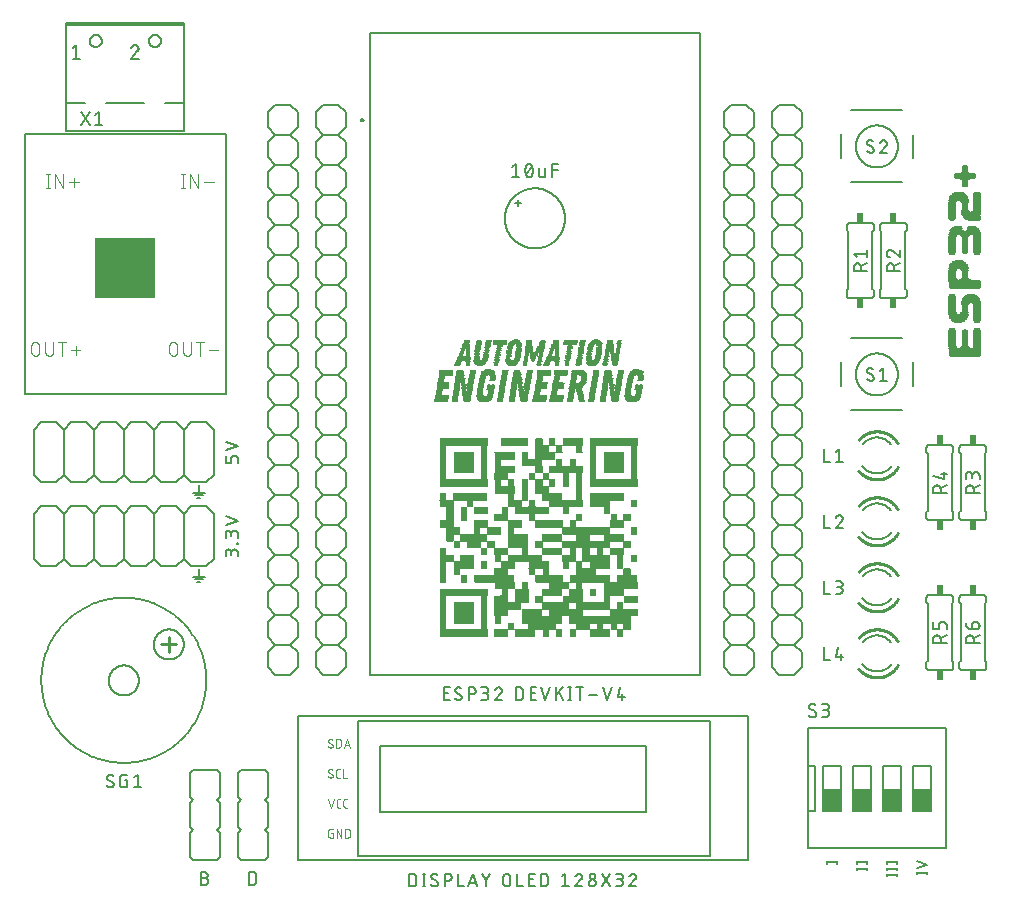
<source format=gbr>
G04 EAGLE Gerber X2 export*
%TF.Part,Single*%
%TF.FileFunction,Legend,Top,1*%
%TF.FilePolarity,Positive*%
%TF.GenerationSoftware,Autodesk,EAGLE,9.6.2*%
%TF.CreationDate,2025-03-18T09:50:27Z*%
G75*
%MOMM*%
%FSLAX34Y34*%
%LPD*%
%INSilkscreen Top*%
%AMOC8*
5,1,8,0,0,1.08239X$1,22.5*%
G01*
%ADD10C,0.127000*%
%ADD11R,4.038600X0.038100*%
%ADD12R,1.143000X0.038100*%
%ADD13R,1.714500X0.038100*%
%ADD14R,0.571500X0.038100*%
%ADD15R,1.104900X0.038100*%
%ADD16R,4.610100X0.038100*%
%ADD17R,0.533400X0.038100*%
%ADD18R,2.857500X0.038100*%
%ADD19R,1.676400X0.038100*%
%ADD20R,2.324100X0.038100*%
%ADD21R,1.181100X0.038100*%
%ADD22R,0.609600X0.038100*%
%ADD23R,3.429000X0.038100*%
%ADD24R,5.181600X0.038100*%
%ADD25R,3.467100X0.038100*%
%ADD26R,5.219700X0.038100*%
%ADD27R,1.752600X0.038100*%
%ADD28R,2.286000X0.038100*%
%ADD29R,2.895600X0.038100*%
%ADD30R,8.648700X0.038100*%
%ADD31R,5.715000X0.038100*%
%ADD32R,5.143500X0.038100*%
%ADD33R,0.381000X0.038100*%
%ADD34R,0.495300X0.038100*%
%ADD35R,0.723900X0.038100*%
%ADD36R,1.066800X0.038100*%
%ADD37R,0.304800X0.038100*%
%ADD38R,0.876300X0.038100*%
%ADD39R,0.952500X0.038100*%
%ADD40R,0.647700X0.038100*%
%ADD41R,1.219200X0.038100*%
%ADD42R,1.257300X0.038100*%
%ADD43R,0.685800X0.038100*%
%ADD44R,1.295400X0.038100*%
%ADD45R,1.333500X0.038100*%
%ADD46R,1.371600X0.038100*%
%ADD47R,0.762000X0.038100*%
%ADD48R,0.800100X0.038100*%
%ADD49R,0.457200X0.038100*%
%ADD50R,0.838200X0.038100*%
%ADD51R,0.419100X0.038100*%
%ADD52R,0.990600X0.038100*%
%ADD53R,0.228600X0.038100*%
%ADD54R,0.114300X0.038100*%
%ADD55R,0.914400X0.038100*%
%ADD56R,1.028700X0.038100*%
%ADD57R,0.342900X0.038100*%
%ADD58C,0.152400*%
%ADD59R,2.387600X0.025400*%
%ADD60R,2.514600X0.025400*%
%ADD61R,2.565400X0.025400*%
%ADD62R,2.616200X0.025400*%
%ADD63R,2.641600X0.025400*%
%ADD64R,2.667000X0.025400*%
%ADD65R,2.692400X0.025400*%
%ADD66R,2.717800X0.025400*%
%ADD67R,0.787400X0.025400*%
%ADD68R,0.939800X0.025400*%
%ADD69R,0.736600X0.025400*%
%ADD70R,0.812800X0.025400*%
%ADD71R,0.711200X0.025400*%
%ADD72R,0.685800X0.025400*%
%ADD73R,0.660400X0.025400*%
%ADD74R,0.635000X0.025400*%
%ADD75R,0.609600X0.025400*%
%ADD76R,0.584200X0.025400*%
%ADD77R,0.533400X0.025400*%
%ADD78R,0.482600X0.025400*%
%ADD79R,0.431800X0.025400*%
%ADD80R,0.381000X0.025400*%
%ADD81R,0.228600X0.025400*%
%ADD82R,0.558800X0.025400*%
%ADD83R,0.508000X0.025400*%
%ADD84R,0.457200X0.025400*%
%ADD85R,0.406400X0.025400*%
%ADD86R,0.330200X0.025400*%
%ADD87R,0.304800X0.025400*%
%ADD88R,0.355600X0.025400*%
%ADD89R,0.762000X0.025400*%
%ADD90R,0.863600X0.025400*%
%ADD91R,1.016000X0.025400*%
%ADD92R,1.066800X0.025400*%
%ADD93R,1.143000X0.025400*%
%ADD94R,1.193800X0.025400*%
%ADD95R,1.244600X0.025400*%
%ADD96R,1.270000X0.025400*%
%ADD97R,1.320800X0.025400*%
%ADD98R,1.371600X0.025400*%
%ADD99R,1.397000X0.025400*%
%ADD100R,1.422400X0.025400*%
%ADD101R,1.447800X0.025400*%
%ADD102R,1.473200X0.025400*%
%ADD103R,1.498600X0.025400*%
%ADD104R,1.524000X0.025400*%
%ADD105R,1.549400X0.025400*%
%ADD106R,1.574800X0.025400*%
%ADD107R,1.600200X0.025400*%
%ADD108R,1.625600X0.025400*%
%ADD109R,1.651000X0.025400*%
%ADD110R,1.346200X0.025400*%
%ADD111R,1.295400X0.025400*%
%ADD112R,1.092200X0.025400*%
%ADD113R,0.838200X0.025400*%
%ADD114R,2.590800X0.025400*%
%ADD115R,1.219200X0.025400*%
%ADD116R,1.168400X0.025400*%
%ADD117R,1.117600X0.025400*%
%ADD118R,1.041400X0.025400*%
%ADD119R,0.990600X0.025400*%
%ADD120R,0.889000X0.025400*%
%ADD121R,0.965200X0.025400*%
%ADD122R,0.914400X0.025400*%
%ADD123R,0.279400X0.025400*%
%ADD124R,1.701800X0.025400*%
%ADD125R,1.727200X0.025400*%
%ADD126R,1.752600X0.025400*%
%ADD127R,1.778000X0.025400*%
%ADD128R,1.803400X0.025400*%
%ADD129R,5.080000X5.080000*%
%ADD130C,0.203200*%
%ADD131C,0.254000*%
%ADD132C,0.101600*%
%ADD133R,0.609600X0.863600*%
%ADD134C,0.050800*%
%ADD135C,0.200000*%
%ADD136R,1.524000X1.905000*%


D10*
X167640Y293370D02*
X177800Y293370D01*
X172720Y293370D02*
X172720Y300355D01*
X169545Y291148D02*
X175895Y291148D01*
X173990Y288925D02*
X171450Y288925D01*
X167640Y364490D02*
X177800Y364490D01*
X172720Y364490D02*
X172720Y371475D01*
X169545Y362268D02*
X175895Y362268D01*
X173990Y360045D02*
X171450Y360045D01*
D11*
X396812Y242443D03*
D12*
X428816Y242443D03*
D13*
X448818Y242443D03*
D14*
X466344Y242443D03*
X477774Y242443D03*
X489204Y242443D03*
D13*
X512445Y242443D03*
D14*
X529590Y242443D03*
D11*
X396812Y242824D03*
D12*
X428816Y242824D03*
D13*
X448818Y242824D03*
D14*
X466344Y242824D03*
X477774Y242824D03*
X489204Y242824D03*
D13*
X512445Y242824D03*
D14*
X529590Y242824D03*
D11*
X396812Y243205D03*
D12*
X428816Y243205D03*
D13*
X448818Y243205D03*
D14*
X466344Y243205D03*
X477774Y243205D03*
X489204Y243205D03*
D13*
X512445Y243205D03*
D14*
X529590Y243205D03*
D11*
X396812Y243586D03*
D12*
X428816Y243586D03*
D13*
X448818Y243586D03*
D14*
X466344Y243586D03*
X477774Y243586D03*
X489204Y243586D03*
D13*
X512445Y243586D03*
D14*
X529590Y243586D03*
D11*
X396812Y243967D03*
D12*
X428816Y243967D03*
D13*
X448818Y243967D03*
D14*
X466344Y243967D03*
X477774Y243967D03*
X489204Y243967D03*
D13*
X512445Y243967D03*
D14*
X529590Y243967D03*
D11*
X396812Y244348D03*
D12*
X428816Y244348D03*
D13*
X448818Y244348D03*
D14*
X466344Y244348D03*
X477774Y244348D03*
X489204Y244348D03*
D13*
X512445Y244348D03*
D14*
X529590Y244348D03*
D11*
X396812Y244729D03*
D12*
X428816Y244729D03*
D13*
X448818Y244729D03*
D14*
X466344Y244729D03*
X477774Y244729D03*
X489204Y244729D03*
D13*
X512445Y244729D03*
D14*
X529590Y244729D03*
D11*
X396812Y245110D03*
D12*
X428816Y245110D03*
D13*
X448818Y245110D03*
D14*
X466344Y245110D03*
X477774Y245110D03*
X489204Y245110D03*
D13*
X512445Y245110D03*
D14*
X529590Y245110D03*
D11*
X396812Y245491D03*
D12*
X428816Y245491D03*
D13*
X448818Y245491D03*
D14*
X466344Y245491D03*
X477774Y245491D03*
X489204Y245491D03*
D13*
X512445Y245491D03*
D14*
X529590Y245491D03*
D11*
X396812Y245872D03*
D12*
X428816Y245872D03*
D13*
X448818Y245872D03*
D14*
X466344Y245872D03*
X477774Y245872D03*
X489204Y245872D03*
D13*
X512445Y245872D03*
D14*
X529590Y245872D03*
D11*
X396812Y246253D03*
D12*
X428816Y246253D03*
D13*
X448818Y246253D03*
D14*
X466344Y246253D03*
X477774Y246253D03*
X489204Y246253D03*
D13*
X512445Y246253D03*
D14*
X529590Y246253D03*
D11*
X396812Y246634D03*
D12*
X428816Y246634D03*
D13*
X448818Y246634D03*
D14*
X466344Y246634D03*
X477774Y246634D03*
X489204Y246634D03*
D13*
X512445Y246634D03*
D14*
X529590Y246634D03*
D11*
X396812Y247015D03*
D12*
X428816Y247015D03*
D13*
X448818Y247015D03*
D14*
X466344Y247015D03*
X477774Y247015D03*
X489204Y247015D03*
D13*
X512445Y247015D03*
D14*
X529590Y247015D03*
D11*
X396812Y247396D03*
D12*
X428816Y247396D03*
D13*
X448818Y247396D03*
D14*
X466344Y247396D03*
X477774Y247396D03*
X489204Y247396D03*
D13*
X512445Y247396D03*
D14*
X529590Y247396D03*
D11*
X396812Y247777D03*
D12*
X428816Y247777D03*
D13*
X448818Y247777D03*
D14*
X466344Y247777D03*
X477774Y247777D03*
X489204Y247777D03*
D13*
X512445Y247777D03*
D14*
X529590Y247777D03*
D11*
X396812Y248158D03*
D15*
X428625Y248158D03*
D16*
X457581Y248158D03*
D17*
X489395Y248158D03*
D18*
X506730Y248158D03*
D19*
X529781Y248158D03*
D14*
X379476Y248539D03*
X414147Y248539D03*
X437388Y248539D03*
D20*
X463296Y248539D03*
D21*
X497967Y248539D03*
D14*
X512445Y248539D03*
X523875Y248539D03*
D22*
X535496Y248539D03*
D14*
X379476Y248920D03*
X414147Y248920D03*
X437388Y248920D03*
D20*
X463296Y248920D03*
D21*
X497967Y248920D03*
D14*
X512445Y248920D03*
X523875Y248920D03*
D22*
X535496Y248920D03*
D14*
X379476Y249301D03*
X414147Y249301D03*
X437388Y249301D03*
D20*
X463296Y249301D03*
D21*
X497967Y249301D03*
D14*
X512445Y249301D03*
X523875Y249301D03*
D22*
X535496Y249301D03*
D14*
X379476Y249682D03*
X414147Y249682D03*
X437388Y249682D03*
D20*
X463296Y249682D03*
D21*
X497967Y249682D03*
D14*
X512445Y249682D03*
X523875Y249682D03*
D22*
X535496Y249682D03*
D14*
X379476Y250063D03*
X414147Y250063D03*
X437388Y250063D03*
D20*
X463296Y250063D03*
D21*
X497967Y250063D03*
D14*
X512445Y250063D03*
X523875Y250063D03*
D22*
X535496Y250063D03*
D14*
X379476Y250444D03*
X414147Y250444D03*
X437388Y250444D03*
D20*
X463296Y250444D03*
D21*
X497967Y250444D03*
D14*
X512445Y250444D03*
X523875Y250444D03*
D22*
X535496Y250444D03*
D14*
X379476Y250825D03*
X414147Y250825D03*
X437388Y250825D03*
D20*
X463296Y250825D03*
D21*
X497967Y250825D03*
D14*
X512445Y250825D03*
X523875Y250825D03*
D22*
X535496Y250825D03*
D14*
X379476Y251206D03*
X414147Y251206D03*
X437388Y251206D03*
D20*
X463296Y251206D03*
D21*
X497967Y251206D03*
D14*
X512445Y251206D03*
X523875Y251206D03*
D22*
X535496Y251206D03*
D14*
X379476Y251587D03*
X414147Y251587D03*
X437388Y251587D03*
D20*
X463296Y251587D03*
D21*
X497967Y251587D03*
D14*
X512445Y251587D03*
X523875Y251587D03*
D22*
X535496Y251587D03*
D14*
X379476Y251968D03*
X414147Y251968D03*
X437388Y251968D03*
D20*
X463296Y251968D03*
D21*
X497967Y251968D03*
D14*
X512445Y251968D03*
X523875Y251968D03*
D22*
X535496Y251968D03*
D14*
X379476Y252349D03*
X414147Y252349D03*
X437388Y252349D03*
D20*
X463296Y252349D03*
D21*
X497967Y252349D03*
D14*
X512445Y252349D03*
X523875Y252349D03*
D22*
X535496Y252349D03*
D14*
X379476Y252730D03*
X414147Y252730D03*
X437388Y252730D03*
D20*
X463296Y252730D03*
D21*
X497967Y252730D03*
D14*
X512445Y252730D03*
X523875Y252730D03*
D22*
X535496Y252730D03*
D14*
X379476Y253111D03*
X414147Y253111D03*
X437388Y253111D03*
D20*
X463296Y253111D03*
D21*
X497967Y253111D03*
D14*
X512445Y253111D03*
X523875Y253111D03*
D22*
X535496Y253111D03*
D14*
X379476Y253492D03*
X414147Y253492D03*
X437388Y253492D03*
D20*
X463296Y253492D03*
D21*
X497967Y253492D03*
D14*
X512445Y253492D03*
X523875Y253492D03*
D22*
X535496Y253492D03*
D14*
X379476Y253873D03*
D13*
X397002Y253873D03*
D14*
X414147Y253873D03*
D17*
X425768Y253873D03*
X437198Y253873D03*
D23*
X463487Y253873D03*
D24*
X512636Y253873D03*
D14*
X379476Y254254D03*
D13*
X397002Y254254D03*
D14*
X414147Y254254D03*
X425958Y254254D03*
D25*
X463296Y254254D03*
D26*
X512445Y254254D03*
D14*
X379476Y254635D03*
D13*
X397002Y254635D03*
D14*
X414147Y254635D03*
X425958Y254635D03*
D25*
X463296Y254635D03*
D26*
X512445Y254635D03*
D14*
X379476Y255016D03*
D13*
X397002Y255016D03*
D14*
X414147Y255016D03*
X425958Y255016D03*
D25*
X463296Y255016D03*
D26*
X512445Y255016D03*
D14*
X379476Y255397D03*
D13*
X397002Y255397D03*
D14*
X414147Y255397D03*
X425958Y255397D03*
D25*
X463296Y255397D03*
D26*
X512445Y255397D03*
D14*
X379476Y255778D03*
D13*
X397002Y255778D03*
D14*
X414147Y255778D03*
X425958Y255778D03*
D25*
X463296Y255778D03*
D26*
X512445Y255778D03*
D14*
X379476Y256159D03*
D13*
X397002Y256159D03*
D14*
X414147Y256159D03*
X425958Y256159D03*
D25*
X463296Y256159D03*
D26*
X512445Y256159D03*
D14*
X379476Y256540D03*
D13*
X397002Y256540D03*
D14*
X414147Y256540D03*
X425958Y256540D03*
D25*
X463296Y256540D03*
D26*
X512445Y256540D03*
D14*
X379476Y256921D03*
D13*
X397002Y256921D03*
D14*
X414147Y256921D03*
X425958Y256921D03*
D25*
X463296Y256921D03*
D26*
X512445Y256921D03*
D14*
X379476Y257302D03*
D13*
X397002Y257302D03*
D14*
X414147Y257302D03*
X425958Y257302D03*
D25*
X463296Y257302D03*
D26*
X512445Y257302D03*
D14*
X379476Y257683D03*
D13*
X397002Y257683D03*
D14*
X414147Y257683D03*
X425958Y257683D03*
D25*
X463296Y257683D03*
D26*
X512445Y257683D03*
D14*
X379476Y258064D03*
D13*
X397002Y258064D03*
D14*
X414147Y258064D03*
X425958Y258064D03*
D25*
X463296Y258064D03*
D26*
X512445Y258064D03*
D14*
X379476Y258445D03*
D13*
X397002Y258445D03*
D14*
X414147Y258445D03*
X425958Y258445D03*
D25*
X463296Y258445D03*
D26*
X512445Y258445D03*
D14*
X379476Y258826D03*
D13*
X397002Y258826D03*
D14*
X414147Y258826D03*
X425958Y258826D03*
D25*
X463296Y258826D03*
D26*
X512445Y258826D03*
D14*
X379476Y259207D03*
D13*
X397002Y259207D03*
D14*
X414147Y259207D03*
X425958Y259207D03*
D25*
X463296Y259207D03*
D26*
X512445Y259207D03*
D14*
X379476Y259588D03*
D13*
X397002Y259588D03*
D14*
X414147Y259588D03*
X425958Y259588D03*
D25*
X463296Y259588D03*
D26*
X512445Y259588D03*
D14*
X379476Y259969D03*
D13*
X397002Y259969D03*
D14*
X414147Y259969D03*
D12*
X428816Y259969D03*
D27*
X454724Y259969D03*
D18*
X483489Y259969D03*
D20*
X532638Y259969D03*
D14*
X379476Y260350D03*
D13*
X397002Y260350D03*
D14*
X414147Y260350D03*
D12*
X428816Y260350D03*
D27*
X454724Y260350D03*
D18*
X483489Y260350D03*
D20*
X532638Y260350D03*
D14*
X379476Y260731D03*
D13*
X397002Y260731D03*
D14*
X414147Y260731D03*
D12*
X428816Y260731D03*
D27*
X454724Y260731D03*
D18*
X483489Y260731D03*
D20*
X532638Y260731D03*
D14*
X379476Y261112D03*
D13*
X397002Y261112D03*
D14*
X414147Y261112D03*
D12*
X428816Y261112D03*
D27*
X454724Y261112D03*
D18*
X483489Y261112D03*
D20*
X532638Y261112D03*
D14*
X379476Y261493D03*
D13*
X397002Y261493D03*
D14*
X414147Y261493D03*
D12*
X428816Y261493D03*
D27*
X454724Y261493D03*
D18*
X483489Y261493D03*
D20*
X532638Y261493D03*
D14*
X379476Y261874D03*
D13*
X397002Y261874D03*
D14*
X414147Y261874D03*
D12*
X428816Y261874D03*
D27*
X454724Y261874D03*
D18*
X483489Y261874D03*
D20*
X532638Y261874D03*
D14*
X379476Y262255D03*
D13*
X397002Y262255D03*
D14*
X414147Y262255D03*
D12*
X428816Y262255D03*
D27*
X454724Y262255D03*
D18*
X483489Y262255D03*
D20*
X532638Y262255D03*
D14*
X379476Y262636D03*
D13*
X397002Y262636D03*
D14*
X414147Y262636D03*
D12*
X428816Y262636D03*
D27*
X454724Y262636D03*
D18*
X483489Y262636D03*
D20*
X532638Y262636D03*
D14*
X379476Y263017D03*
D13*
X397002Y263017D03*
D14*
X414147Y263017D03*
D12*
X428816Y263017D03*
D27*
X454724Y263017D03*
D18*
X483489Y263017D03*
D20*
X532638Y263017D03*
D14*
X379476Y263398D03*
D13*
X397002Y263398D03*
D14*
X414147Y263398D03*
D12*
X428816Y263398D03*
D27*
X454724Y263398D03*
D18*
X483489Y263398D03*
D20*
X532638Y263398D03*
D14*
X379476Y263779D03*
D13*
X397002Y263779D03*
D14*
X414147Y263779D03*
D12*
X428816Y263779D03*
D27*
X454724Y263779D03*
D18*
X483489Y263779D03*
D20*
X532638Y263779D03*
D14*
X379476Y264160D03*
D13*
X397002Y264160D03*
D14*
X414147Y264160D03*
D12*
X428816Y264160D03*
D27*
X454724Y264160D03*
D18*
X483489Y264160D03*
D20*
X532638Y264160D03*
D14*
X379476Y264541D03*
D13*
X397002Y264541D03*
D14*
X414147Y264541D03*
D12*
X428816Y264541D03*
D27*
X454724Y264541D03*
D18*
X483489Y264541D03*
D20*
X532638Y264541D03*
D14*
X379476Y264922D03*
D13*
X397002Y264922D03*
D14*
X414147Y264922D03*
D12*
X428816Y264922D03*
D27*
X454724Y264922D03*
D18*
X483489Y264922D03*
D20*
X532638Y264922D03*
D14*
X379476Y265303D03*
D13*
X397002Y265303D03*
D14*
X414147Y265303D03*
D12*
X428816Y265303D03*
D27*
X454724Y265303D03*
D18*
X483489Y265303D03*
D20*
X532638Y265303D03*
D14*
X379476Y265684D03*
D13*
X397002Y265684D03*
D14*
X414147Y265684D03*
D28*
X434531Y265684D03*
X474917Y265684D03*
D29*
X506540Y265684D03*
D14*
X529590Y265684D03*
X379476Y266065D03*
D13*
X397002Y266065D03*
D14*
X414147Y266065D03*
D28*
X434531Y266065D03*
X474917Y266065D03*
D29*
X506540Y266065D03*
D14*
X529590Y266065D03*
X379476Y266446D03*
D13*
X397002Y266446D03*
D14*
X414147Y266446D03*
D28*
X434531Y266446D03*
X474917Y266446D03*
D29*
X506540Y266446D03*
D14*
X529590Y266446D03*
X379476Y266827D03*
D13*
X397002Y266827D03*
D14*
X414147Y266827D03*
D28*
X434531Y266827D03*
X474917Y266827D03*
D29*
X506540Y266827D03*
D14*
X529590Y266827D03*
X379476Y267208D03*
D13*
X397002Y267208D03*
D14*
X414147Y267208D03*
D28*
X434531Y267208D03*
X474917Y267208D03*
D29*
X506540Y267208D03*
D14*
X529590Y267208D03*
X379476Y267589D03*
D13*
X397002Y267589D03*
D14*
X414147Y267589D03*
D28*
X434531Y267589D03*
X474917Y267589D03*
D29*
X506540Y267589D03*
D14*
X529590Y267589D03*
X379476Y267970D03*
D13*
X397002Y267970D03*
D14*
X414147Y267970D03*
D28*
X434531Y267970D03*
X474917Y267970D03*
D29*
X506540Y267970D03*
D14*
X529590Y267970D03*
X379476Y268351D03*
D13*
X397002Y268351D03*
D14*
X414147Y268351D03*
D28*
X434531Y268351D03*
X474917Y268351D03*
D29*
X506540Y268351D03*
D14*
X529590Y268351D03*
X379476Y268732D03*
D13*
X397002Y268732D03*
D14*
X414147Y268732D03*
D28*
X434531Y268732D03*
X474917Y268732D03*
D29*
X506540Y268732D03*
D14*
X529590Y268732D03*
X379476Y269113D03*
D13*
X397002Y269113D03*
D14*
X414147Y269113D03*
D28*
X434531Y269113D03*
X474917Y269113D03*
D29*
X506540Y269113D03*
D14*
X529590Y269113D03*
X379476Y269494D03*
D13*
X397002Y269494D03*
D14*
X414147Y269494D03*
D28*
X434531Y269494D03*
X474917Y269494D03*
D29*
X506540Y269494D03*
D14*
X529590Y269494D03*
X379476Y269875D03*
D13*
X397002Y269875D03*
D14*
X414147Y269875D03*
D28*
X434531Y269875D03*
X474917Y269875D03*
D29*
X506540Y269875D03*
D14*
X529590Y269875D03*
X379476Y270256D03*
D13*
X397002Y270256D03*
D14*
X414147Y270256D03*
D28*
X434531Y270256D03*
X474917Y270256D03*
D29*
X506540Y270256D03*
D14*
X529590Y270256D03*
X379476Y270637D03*
D13*
X397002Y270637D03*
D14*
X414147Y270637D03*
D28*
X434531Y270637D03*
X474917Y270637D03*
D29*
X506540Y270637D03*
D14*
X529590Y270637D03*
X379476Y271018D03*
D13*
X397002Y271018D03*
D14*
X414147Y271018D03*
D28*
X434531Y271018D03*
X474917Y271018D03*
D29*
X506540Y271018D03*
D14*
X529590Y271018D03*
X379476Y271399D03*
X414147Y271399D03*
D12*
X428816Y271399D03*
X445961Y271399D03*
D22*
X460439Y271399D03*
D13*
X489204Y271399D03*
D14*
X518160Y271399D03*
D21*
X538353Y271399D03*
D14*
X379476Y271780D03*
X414147Y271780D03*
D12*
X428816Y271780D03*
X445961Y271780D03*
D22*
X460439Y271780D03*
D13*
X489204Y271780D03*
D14*
X518160Y271780D03*
D21*
X538353Y271780D03*
D14*
X379476Y272161D03*
X414147Y272161D03*
D12*
X428816Y272161D03*
X445961Y272161D03*
D22*
X460439Y272161D03*
D13*
X489204Y272161D03*
D14*
X518160Y272161D03*
D21*
X538353Y272161D03*
D14*
X379476Y272542D03*
X414147Y272542D03*
D12*
X428816Y272542D03*
X445961Y272542D03*
D22*
X460439Y272542D03*
D13*
X489204Y272542D03*
D14*
X518160Y272542D03*
D21*
X538353Y272542D03*
D14*
X379476Y272923D03*
X414147Y272923D03*
D12*
X428816Y272923D03*
X445961Y272923D03*
D22*
X460439Y272923D03*
D13*
X489204Y272923D03*
D14*
X518160Y272923D03*
D21*
X538353Y272923D03*
D14*
X379476Y273304D03*
X414147Y273304D03*
D12*
X428816Y273304D03*
X445961Y273304D03*
D22*
X460439Y273304D03*
D13*
X489204Y273304D03*
D14*
X518160Y273304D03*
D21*
X538353Y273304D03*
D14*
X379476Y273685D03*
X414147Y273685D03*
D12*
X428816Y273685D03*
X445961Y273685D03*
D22*
X460439Y273685D03*
D13*
X489204Y273685D03*
D14*
X518160Y273685D03*
D21*
X538353Y273685D03*
D14*
X379476Y274066D03*
X414147Y274066D03*
D12*
X428816Y274066D03*
X445961Y274066D03*
D22*
X460439Y274066D03*
D13*
X489204Y274066D03*
D14*
X518160Y274066D03*
D21*
X538353Y274066D03*
D14*
X379476Y274447D03*
X414147Y274447D03*
D12*
X428816Y274447D03*
X445961Y274447D03*
D22*
X460439Y274447D03*
D13*
X489204Y274447D03*
D14*
X518160Y274447D03*
D21*
X538353Y274447D03*
D14*
X379476Y274828D03*
X414147Y274828D03*
D12*
X428816Y274828D03*
X445961Y274828D03*
D22*
X460439Y274828D03*
D13*
X489204Y274828D03*
D14*
X518160Y274828D03*
D21*
X538353Y274828D03*
D14*
X379476Y275209D03*
X414147Y275209D03*
D12*
X428816Y275209D03*
X445961Y275209D03*
D22*
X460439Y275209D03*
D13*
X489204Y275209D03*
D14*
X518160Y275209D03*
D21*
X538353Y275209D03*
D14*
X379476Y275590D03*
X414147Y275590D03*
D12*
X428816Y275590D03*
X445961Y275590D03*
D22*
X460439Y275590D03*
D13*
X489204Y275590D03*
D14*
X518160Y275590D03*
D21*
X538353Y275590D03*
D14*
X379476Y275971D03*
X414147Y275971D03*
D12*
X428816Y275971D03*
X445961Y275971D03*
D22*
X460439Y275971D03*
D13*
X489204Y275971D03*
D14*
X518160Y275971D03*
D21*
X538353Y275971D03*
D14*
X379476Y276352D03*
X414147Y276352D03*
D12*
X428816Y276352D03*
X445961Y276352D03*
D22*
X460439Y276352D03*
D13*
X489204Y276352D03*
D14*
X518160Y276352D03*
D21*
X538353Y276352D03*
D14*
X379476Y276733D03*
X414147Y276733D03*
D12*
X428816Y276733D03*
X445961Y276733D03*
D22*
X460439Y276733D03*
D13*
X489204Y276733D03*
D14*
X518160Y276733D03*
D21*
X538353Y276733D03*
D11*
X396812Y277114D03*
D22*
X431483Y277114D03*
D12*
X445961Y277114D03*
D13*
X472059Y277114D03*
D12*
X492062Y277114D03*
D14*
X506730Y277114D03*
D13*
X523875Y277114D03*
D11*
X396812Y277495D03*
D14*
X431673Y277495D03*
D12*
X445961Y277495D03*
D13*
X472059Y277495D03*
D12*
X492062Y277495D03*
D14*
X506730Y277495D03*
D13*
X523875Y277495D03*
D11*
X396812Y277876D03*
D14*
X431673Y277876D03*
D12*
X445961Y277876D03*
D13*
X472059Y277876D03*
D12*
X492062Y277876D03*
D14*
X506730Y277876D03*
D13*
X523875Y277876D03*
D11*
X396812Y278257D03*
D14*
X431673Y278257D03*
D12*
X445961Y278257D03*
D13*
X472059Y278257D03*
D12*
X492062Y278257D03*
D14*
X506730Y278257D03*
D13*
X523875Y278257D03*
D11*
X396812Y278638D03*
D14*
X431673Y278638D03*
D12*
X445961Y278638D03*
D13*
X472059Y278638D03*
D12*
X492062Y278638D03*
D14*
X506730Y278638D03*
D13*
X523875Y278638D03*
D11*
X396812Y279019D03*
D14*
X431673Y279019D03*
D12*
X445961Y279019D03*
D13*
X472059Y279019D03*
D12*
X492062Y279019D03*
D14*
X506730Y279019D03*
D13*
X523875Y279019D03*
D11*
X396812Y279400D03*
D14*
X431673Y279400D03*
D12*
X445961Y279400D03*
D13*
X472059Y279400D03*
D12*
X492062Y279400D03*
D14*
X506730Y279400D03*
D13*
X523875Y279400D03*
D11*
X396812Y279781D03*
D14*
X431673Y279781D03*
D12*
X445961Y279781D03*
D13*
X472059Y279781D03*
D12*
X492062Y279781D03*
D14*
X506730Y279781D03*
D13*
X523875Y279781D03*
D11*
X396812Y280162D03*
D14*
X431673Y280162D03*
D12*
X445961Y280162D03*
D13*
X472059Y280162D03*
D12*
X492062Y280162D03*
D14*
X506730Y280162D03*
D13*
X523875Y280162D03*
D11*
X396812Y280543D03*
D14*
X431673Y280543D03*
D12*
X445961Y280543D03*
D13*
X472059Y280543D03*
D12*
X492062Y280543D03*
D14*
X506730Y280543D03*
D13*
X523875Y280543D03*
D11*
X396812Y280924D03*
D14*
X431673Y280924D03*
D12*
X445961Y280924D03*
D13*
X472059Y280924D03*
D12*
X492062Y280924D03*
D14*
X506730Y280924D03*
D13*
X523875Y280924D03*
D11*
X396812Y281305D03*
D14*
X431673Y281305D03*
D12*
X445961Y281305D03*
D13*
X472059Y281305D03*
D12*
X492062Y281305D03*
D14*
X506730Y281305D03*
D13*
X523875Y281305D03*
D11*
X396812Y281686D03*
D14*
X431673Y281686D03*
D12*
X445961Y281686D03*
D13*
X472059Y281686D03*
D12*
X492062Y281686D03*
D14*
X506730Y281686D03*
D13*
X523875Y281686D03*
D11*
X396812Y282067D03*
D14*
X431673Y282067D03*
D12*
X445961Y282067D03*
D13*
X472059Y282067D03*
D12*
X492062Y282067D03*
D14*
X506730Y282067D03*
D13*
X523875Y282067D03*
D11*
X396812Y282448D03*
D14*
X431673Y282448D03*
D12*
X445961Y282448D03*
D13*
X472059Y282448D03*
D12*
X492062Y282448D03*
D14*
X506730Y282448D03*
D13*
X523875Y282448D03*
X431673Y282829D03*
D14*
X448818Y282829D03*
D13*
X477774Y282829D03*
D14*
X494919Y282829D03*
D29*
X529781Y282829D03*
D13*
X431673Y283210D03*
D14*
X448818Y283210D03*
D13*
X477774Y283210D03*
D14*
X494919Y283210D03*
D29*
X529781Y283210D03*
D13*
X431673Y283591D03*
D14*
X448818Y283591D03*
D13*
X477774Y283591D03*
D14*
X494919Y283591D03*
D29*
X529781Y283591D03*
D13*
X431673Y283972D03*
D14*
X448818Y283972D03*
D13*
X477774Y283972D03*
D14*
X494919Y283972D03*
D29*
X529781Y283972D03*
D13*
X431673Y284353D03*
D14*
X448818Y284353D03*
D13*
X477774Y284353D03*
D14*
X494919Y284353D03*
D29*
X529781Y284353D03*
D13*
X431673Y284734D03*
D14*
X448818Y284734D03*
D13*
X477774Y284734D03*
D14*
X494919Y284734D03*
D29*
X529781Y284734D03*
D13*
X431673Y285115D03*
D14*
X448818Y285115D03*
D13*
X477774Y285115D03*
D14*
X494919Y285115D03*
D29*
X529781Y285115D03*
D13*
X431673Y285496D03*
D14*
X448818Y285496D03*
D13*
X477774Y285496D03*
D14*
X494919Y285496D03*
D29*
X529781Y285496D03*
D13*
X431673Y285877D03*
D14*
X448818Y285877D03*
D13*
X477774Y285877D03*
D14*
X494919Y285877D03*
D29*
X529781Y285877D03*
D13*
X431673Y286258D03*
D14*
X448818Y286258D03*
D13*
X477774Y286258D03*
D14*
X494919Y286258D03*
D29*
X529781Y286258D03*
D13*
X431673Y286639D03*
D14*
X448818Y286639D03*
D13*
X477774Y286639D03*
D14*
X494919Y286639D03*
D29*
X529781Y286639D03*
D13*
X431673Y287020D03*
D14*
X448818Y287020D03*
D13*
X477774Y287020D03*
D14*
X494919Y287020D03*
D29*
X529781Y287020D03*
D13*
X431673Y287401D03*
D14*
X448818Y287401D03*
D13*
X477774Y287401D03*
D14*
X494919Y287401D03*
D29*
X529781Y287401D03*
D13*
X431673Y287782D03*
D14*
X448818Y287782D03*
D13*
X477774Y287782D03*
D14*
X494919Y287782D03*
D29*
X529781Y287782D03*
D13*
X431673Y288163D03*
D14*
X448818Y288163D03*
D13*
X477774Y288163D03*
D14*
X494919Y288163D03*
D29*
X529781Y288163D03*
D17*
X379667Y288544D03*
X396812Y288544D03*
D23*
X423101Y288544D03*
D17*
X449009Y288544D03*
D30*
X501015Y288544D03*
D14*
X379476Y288925D03*
X397002Y288925D03*
D25*
X422910Y288925D03*
D20*
X469011Y288925D03*
D25*
X503682Y288925D03*
D27*
X535496Y288925D03*
D14*
X379476Y289306D03*
X397002Y289306D03*
D25*
X422910Y289306D03*
D20*
X469011Y289306D03*
D25*
X503682Y289306D03*
D27*
X535496Y289306D03*
D14*
X379476Y289687D03*
X397002Y289687D03*
D25*
X422910Y289687D03*
D20*
X469011Y289687D03*
D25*
X503682Y289687D03*
D27*
X535496Y289687D03*
D14*
X379476Y290068D03*
X397002Y290068D03*
D25*
X422910Y290068D03*
D20*
X469011Y290068D03*
D25*
X503682Y290068D03*
D27*
X535496Y290068D03*
D14*
X379476Y290449D03*
X397002Y290449D03*
D25*
X422910Y290449D03*
D20*
X469011Y290449D03*
D25*
X503682Y290449D03*
D27*
X535496Y290449D03*
D14*
X379476Y290830D03*
X397002Y290830D03*
D25*
X422910Y290830D03*
D20*
X469011Y290830D03*
D25*
X503682Y290830D03*
D27*
X535496Y290830D03*
D14*
X379476Y291211D03*
X397002Y291211D03*
D25*
X422910Y291211D03*
D20*
X469011Y291211D03*
D25*
X503682Y291211D03*
D27*
X535496Y291211D03*
D14*
X379476Y291592D03*
X397002Y291592D03*
D25*
X422910Y291592D03*
D20*
X469011Y291592D03*
D25*
X503682Y291592D03*
D27*
X535496Y291592D03*
D14*
X379476Y291973D03*
X397002Y291973D03*
D25*
X422910Y291973D03*
D20*
X469011Y291973D03*
D25*
X503682Y291973D03*
D27*
X535496Y291973D03*
D14*
X379476Y292354D03*
X397002Y292354D03*
D25*
X422910Y292354D03*
D20*
X469011Y292354D03*
D25*
X503682Y292354D03*
D27*
X535496Y292354D03*
D14*
X379476Y292735D03*
X397002Y292735D03*
D25*
X422910Y292735D03*
D20*
X469011Y292735D03*
D25*
X503682Y292735D03*
D27*
X535496Y292735D03*
D14*
X379476Y293116D03*
X397002Y293116D03*
D25*
X422910Y293116D03*
D20*
X469011Y293116D03*
D25*
X503682Y293116D03*
D27*
X535496Y293116D03*
D14*
X379476Y293497D03*
X397002Y293497D03*
D25*
X422910Y293497D03*
D20*
X469011Y293497D03*
D25*
X503682Y293497D03*
D27*
X535496Y293497D03*
D14*
X379476Y293878D03*
X397002Y293878D03*
D25*
X422910Y293878D03*
D20*
X469011Y293878D03*
D25*
X503682Y293878D03*
D27*
X535496Y293878D03*
D14*
X379476Y294259D03*
X397002Y294259D03*
D25*
X422910Y294259D03*
D20*
X469011Y294259D03*
D25*
X503682Y294259D03*
D27*
X535496Y294259D03*
D14*
X379476Y294640D03*
X391287Y294640D03*
D12*
X428816Y294640D03*
D14*
X454533Y294640D03*
X466344Y294640D03*
D27*
X500825Y294640D03*
D22*
X535496Y294640D03*
D14*
X379476Y295021D03*
X391287Y295021D03*
D12*
X428816Y295021D03*
D14*
X454533Y295021D03*
X466344Y295021D03*
D27*
X500825Y295021D03*
D22*
X535496Y295021D03*
D14*
X379476Y295402D03*
X391287Y295402D03*
D12*
X428816Y295402D03*
D14*
X454533Y295402D03*
X466344Y295402D03*
D27*
X500825Y295402D03*
D22*
X535496Y295402D03*
D14*
X379476Y295783D03*
X391287Y295783D03*
D12*
X428816Y295783D03*
D14*
X454533Y295783D03*
X466344Y295783D03*
D27*
X500825Y295783D03*
D22*
X535496Y295783D03*
D14*
X379476Y296164D03*
X391287Y296164D03*
D12*
X428816Y296164D03*
D14*
X454533Y296164D03*
X466344Y296164D03*
D27*
X500825Y296164D03*
D22*
X535496Y296164D03*
D14*
X379476Y296545D03*
X391287Y296545D03*
D12*
X428816Y296545D03*
D14*
X454533Y296545D03*
X466344Y296545D03*
D27*
X500825Y296545D03*
D22*
X535496Y296545D03*
D14*
X379476Y296926D03*
X391287Y296926D03*
D12*
X428816Y296926D03*
D14*
X454533Y296926D03*
X466344Y296926D03*
D27*
X500825Y296926D03*
D22*
X535496Y296926D03*
D14*
X379476Y297307D03*
X391287Y297307D03*
D12*
X428816Y297307D03*
D14*
X454533Y297307D03*
X466344Y297307D03*
D27*
X500825Y297307D03*
D22*
X535496Y297307D03*
D14*
X379476Y297688D03*
X391287Y297688D03*
D12*
X428816Y297688D03*
D14*
X454533Y297688D03*
X466344Y297688D03*
D27*
X500825Y297688D03*
D22*
X535496Y297688D03*
D14*
X379476Y298069D03*
X391287Y298069D03*
D12*
X428816Y298069D03*
D14*
X454533Y298069D03*
X466344Y298069D03*
D27*
X500825Y298069D03*
D22*
X535496Y298069D03*
D14*
X379476Y298450D03*
X391287Y298450D03*
D12*
X428816Y298450D03*
D14*
X454533Y298450D03*
X466344Y298450D03*
D27*
X500825Y298450D03*
D22*
X535496Y298450D03*
D14*
X379476Y298831D03*
X391287Y298831D03*
D12*
X428816Y298831D03*
D14*
X454533Y298831D03*
X466344Y298831D03*
D27*
X500825Y298831D03*
D22*
X535496Y298831D03*
D14*
X379476Y299212D03*
X391287Y299212D03*
D12*
X428816Y299212D03*
D14*
X454533Y299212D03*
X466344Y299212D03*
D27*
X500825Y299212D03*
D22*
X535496Y299212D03*
D14*
X379476Y299593D03*
X391287Y299593D03*
D12*
X428816Y299593D03*
D14*
X454533Y299593D03*
X466344Y299593D03*
D27*
X500825Y299593D03*
D22*
X535496Y299593D03*
D14*
X379476Y299974D03*
X391287Y299974D03*
D12*
X428816Y299974D03*
D22*
X454724Y299974D03*
X466154Y299974D03*
D27*
X500825Y299974D03*
D14*
X535305Y299974D03*
X379476Y300355D03*
D13*
X397002Y300355D03*
D14*
X414147Y300355D03*
D12*
X434531Y300355D03*
D27*
X460439Y300355D03*
D14*
X483489Y300355D03*
X494919Y300355D03*
D13*
X512445Y300355D03*
D14*
X529590Y300355D03*
X379476Y300736D03*
D13*
X397002Y300736D03*
D14*
X414147Y300736D03*
D12*
X434531Y300736D03*
D27*
X460439Y300736D03*
D14*
X483489Y300736D03*
X494919Y300736D03*
D13*
X512445Y300736D03*
D14*
X529590Y300736D03*
X379476Y301117D03*
D13*
X397002Y301117D03*
D14*
X414147Y301117D03*
D12*
X434531Y301117D03*
D27*
X460439Y301117D03*
D14*
X483489Y301117D03*
X494919Y301117D03*
D13*
X512445Y301117D03*
D14*
X529590Y301117D03*
X379476Y301498D03*
D13*
X397002Y301498D03*
D14*
X414147Y301498D03*
D12*
X434531Y301498D03*
D27*
X460439Y301498D03*
D14*
X483489Y301498D03*
X494919Y301498D03*
D13*
X512445Y301498D03*
D14*
X529590Y301498D03*
X379476Y301879D03*
D13*
X397002Y301879D03*
D14*
X414147Y301879D03*
D12*
X434531Y301879D03*
D27*
X460439Y301879D03*
D14*
X483489Y301879D03*
X494919Y301879D03*
D13*
X512445Y301879D03*
D14*
X529590Y301879D03*
X379476Y302260D03*
D13*
X397002Y302260D03*
D14*
X414147Y302260D03*
D12*
X434531Y302260D03*
D27*
X460439Y302260D03*
D14*
X483489Y302260D03*
X494919Y302260D03*
D13*
X512445Y302260D03*
D14*
X529590Y302260D03*
X379476Y302641D03*
D13*
X397002Y302641D03*
D14*
X414147Y302641D03*
D12*
X434531Y302641D03*
D27*
X460439Y302641D03*
D14*
X483489Y302641D03*
X494919Y302641D03*
D13*
X512445Y302641D03*
D14*
X529590Y302641D03*
X379476Y303022D03*
D13*
X397002Y303022D03*
D14*
X414147Y303022D03*
D12*
X434531Y303022D03*
D27*
X460439Y303022D03*
D14*
X483489Y303022D03*
X494919Y303022D03*
D13*
X512445Y303022D03*
D14*
X529590Y303022D03*
X379476Y303403D03*
D13*
X397002Y303403D03*
D14*
X414147Y303403D03*
D12*
X434531Y303403D03*
D27*
X460439Y303403D03*
D14*
X483489Y303403D03*
X494919Y303403D03*
D13*
X512445Y303403D03*
D14*
X529590Y303403D03*
X379476Y303784D03*
D13*
X397002Y303784D03*
D14*
X414147Y303784D03*
D12*
X434531Y303784D03*
D27*
X460439Y303784D03*
D14*
X483489Y303784D03*
X494919Y303784D03*
D13*
X512445Y303784D03*
D14*
X529590Y303784D03*
X379476Y304165D03*
D13*
X397002Y304165D03*
D14*
X414147Y304165D03*
D12*
X434531Y304165D03*
D27*
X460439Y304165D03*
D14*
X483489Y304165D03*
X494919Y304165D03*
D13*
X512445Y304165D03*
D14*
X529590Y304165D03*
X379476Y304546D03*
D13*
X397002Y304546D03*
D14*
X414147Y304546D03*
D12*
X434531Y304546D03*
D27*
X460439Y304546D03*
D14*
X483489Y304546D03*
X494919Y304546D03*
D13*
X512445Y304546D03*
D14*
X529590Y304546D03*
X379476Y304927D03*
D13*
X397002Y304927D03*
D14*
X414147Y304927D03*
D12*
X434531Y304927D03*
D27*
X460439Y304927D03*
D14*
X483489Y304927D03*
X494919Y304927D03*
D13*
X512445Y304927D03*
D14*
X529590Y304927D03*
X379476Y305308D03*
D13*
X397002Y305308D03*
D14*
X414147Y305308D03*
D12*
X434531Y305308D03*
D27*
X460439Y305308D03*
D14*
X483489Y305308D03*
X494919Y305308D03*
D13*
X512445Y305308D03*
D14*
X529590Y305308D03*
X379476Y305689D03*
D13*
X397002Y305689D03*
D14*
X414147Y305689D03*
D12*
X434531Y305689D03*
D27*
X460439Y305689D03*
D14*
X483489Y305689D03*
X494919Y305689D03*
D13*
X512445Y305689D03*
D14*
X529590Y305689D03*
D21*
X382524Y306070D03*
D12*
X399860Y306070D03*
D14*
X425958Y306070D03*
D29*
X449009Y306070D03*
D12*
X486347Y306070D03*
D20*
X509397Y306070D03*
D14*
X529590Y306070D03*
X541401Y306070D03*
D21*
X382524Y306451D03*
D12*
X399860Y306451D03*
D14*
X425958Y306451D03*
D29*
X449009Y306451D03*
D12*
X486347Y306451D03*
D20*
X509397Y306451D03*
D14*
X529590Y306451D03*
X541401Y306451D03*
D21*
X382524Y306832D03*
D12*
X399860Y306832D03*
D14*
X425958Y306832D03*
D29*
X449009Y306832D03*
D12*
X486347Y306832D03*
D20*
X509397Y306832D03*
D14*
X529590Y306832D03*
X541401Y306832D03*
D21*
X382524Y307213D03*
D12*
X399860Y307213D03*
D14*
X425958Y307213D03*
D29*
X449009Y307213D03*
D12*
X486347Y307213D03*
D20*
X509397Y307213D03*
D14*
X529590Y307213D03*
X541401Y307213D03*
D21*
X382524Y307594D03*
D12*
X399860Y307594D03*
D14*
X425958Y307594D03*
D29*
X449009Y307594D03*
D12*
X486347Y307594D03*
D20*
X509397Y307594D03*
D14*
X529590Y307594D03*
X541401Y307594D03*
D21*
X382524Y307975D03*
D12*
X399860Y307975D03*
D14*
X425958Y307975D03*
D29*
X449009Y307975D03*
D12*
X486347Y307975D03*
D20*
X509397Y307975D03*
D14*
X529590Y307975D03*
X541401Y307975D03*
D21*
X382524Y308356D03*
D12*
X399860Y308356D03*
D14*
X425958Y308356D03*
D29*
X449009Y308356D03*
D12*
X486347Y308356D03*
D20*
X509397Y308356D03*
D14*
X529590Y308356D03*
X541401Y308356D03*
D21*
X382524Y308737D03*
D12*
X399860Y308737D03*
D14*
X425958Y308737D03*
D29*
X449009Y308737D03*
D12*
X486347Y308737D03*
D20*
X509397Y308737D03*
D14*
X529590Y308737D03*
X541401Y308737D03*
D21*
X382524Y309118D03*
D12*
X399860Y309118D03*
D14*
X425958Y309118D03*
D29*
X449009Y309118D03*
D12*
X486347Y309118D03*
D20*
X509397Y309118D03*
D14*
X529590Y309118D03*
X541401Y309118D03*
D21*
X382524Y309499D03*
D12*
X399860Y309499D03*
D14*
X425958Y309499D03*
D29*
X449009Y309499D03*
D12*
X486347Y309499D03*
D20*
X509397Y309499D03*
D14*
X529590Y309499D03*
X541401Y309499D03*
D21*
X382524Y309880D03*
D12*
X399860Y309880D03*
D14*
X425958Y309880D03*
D29*
X449009Y309880D03*
D12*
X486347Y309880D03*
D20*
X509397Y309880D03*
D14*
X529590Y309880D03*
X541401Y309880D03*
D21*
X382524Y310261D03*
D12*
X399860Y310261D03*
D14*
X425958Y310261D03*
D29*
X449009Y310261D03*
D12*
X486347Y310261D03*
D20*
X509397Y310261D03*
D14*
X529590Y310261D03*
X541401Y310261D03*
D21*
X382524Y310642D03*
D12*
X399860Y310642D03*
D14*
X425958Y310642D03*
D29*
X449009Y310642D03*
D12*
X486347Y310642D03*
D20*
X509397Y310642D03*
D14*
X529590Y310642D03*
X541401Y310642D03*
D21*
X382524Y311023D03*
D12*
X399860Y311023D03*
D14*
X425958Y311023D03*
D29*
X449009Y311023D03*
D12*
X486347Y311023D03*
D20*
X509397Y311023D03*
D14*
X529590Y311023D03*
X541401Y311023D03*
D21*
X382524Y311404D03*
D12*
X399860Y311404D03*
D14*
X425958Y311404D03*
D29*
X449009Y311404D03*
D12*
X486347Y311404D03*
D20*
X509397Y311404D03*
D14*
X529590Y311404D03*
X541401Y311404D03*
X379476Y311785D03*
X414147Y311785D03*
D12*
X428816Y311785D03*
D14*
X448818Y311785D03*
D13*
X472059Y311785D03*
D14*
X489204Y311785D03*
D22*
X500825Y311785D03*
D14*
X512445Y311785D03*
D12*
X526733Y311785D03*
D14*
X379476Y312166D03*
X414147Y312166D03*
D12*
X428816Y312166D03*
D14*
X448818Y312166D03*
D13*
X472059Y312166D03*
D14*
X489204Y312166D03*
D22*
X500825Y312166D03*
D14*
X512445Y312166D03*
D12*
X526733Y312166D03*
D14*
X379476Y312547D03*
X414147Y312547D03*
D12*
X428816Y312547D03*
D14*
X448818Y312547D03*
D13*
X472059Y312547D03*
D14*
X489204Y312547D03*
D22*
X500825Y312547D03*
D14*
X512445Y312547D03*
D12*
X526733Y312547D03*
D14*
X379476Y312928D03*
X414147Y312928D03*
D12*
X428816Y312928D03*
D14*
X448818Y312928D03*
D13*
X472059Y312928D03*
D14*
X489204Y312928D03*
D22*
X500825Y312928D03*
D14*
X512445Y312928D03*
D12*
X526733Y312928D03*
D14*
X379476Y313309D03*
X414147Y313309D03*
D12*
X428816Y313309D03*
D14*
X448818Y313309D03*
D13*
X472059Y313309D03*
D14*
X489204Y313309D03*
D22*
X500825Y313309D03*
D14*
X512445Y313309D03*
D12*
X526733Y313309D03*
D14*
X379476Y313690D03*
X414147Y313690D03*
D12*
X428816Y313690D03*
D14*
X448818Y313690D03*
D13*
X472059Y313690D03*
D14*
X489204Y313690D03*
D22*
X500825Y313690D03*
D14*
X512445Y313690D03*
D12*
X526733Y313690D03*
D14*
X379476Y314071D03*
X414147Y314071D03*
D12*
X428816Y314071D03*
D14*
X448818Y314071D03*
D13*
X472059Y314071D03*
D14*
X489204Y314071D03*
D22*
X500825Y314071D03*
D14*
X512445Y314071D03*
D12*
X526733Y314071D03*
D14*
X379476Y314452D03*
X414147Y314452D03*
D12*
X428816Y314452D03*
D14*
X448818Y314452D03*
D13*
X472059Y314452D03*
D14*
X489204Y314452D03*
D22*
X500825Y314452D03*
D14*
X512445Y314452D03*
D12*
X526733Y314452D03*
D14*
X379476Y314833D03*
X414147Y314833D03*
D12*
X428816Y314833D03*
D14*
X448818Y314833D03*
D13*
X472059Y314833D03*
D14*
X489204Y314833D03*
D22*
X500825Y314833D03*
D14*
X512445Y314833D03*
D12*
X526733Y314833D03*
D14*
X379476Y315214D03*
X414147Y315214D03*
D12*
X428816Y315214D03*
D14*
X448818Y315214D03*
D13*
X472059Y315214D03*
D14*
X489204Y315214D03*
D22*
X500825Y315214D03*
D14*
X512445Y315214D03*
D12*
X526733Y315214D03*
D14*
X379476Y315595D03*
X414147Y315595D03*
D12*
X428816Y315595D03*
D14*
X448818Y315595D03*
D13*
X472059Y315595D03*
D14*
X489204Y315595D03*
D22*
X500825Y315595D03*
D14*
X512445Y315595D03*
D12*
X526733Y315595D03*
D14*
X379476Y315976D03*
X414147Y315976D03*
D12*
X428816Y315976D03*
D14*
X448818Y315976D03*
D13*
X472059Y315976D03*
D14*
X489204Y315976D03*
D22*
X500825Y315976D03*
D14*
X512445Y315976D03*
D12*
X526733Y315976D03*
D14*
X379476Y316357D03*
X414147Y316357D03*
D12*
X428816Y316357D03*
D14*
X448818Y316357D03*
D13*
X472059Y316357D03*
D14*
X489204Y316357D03*
D22*
X500825Y316357D03*
D14*
X512445Y316357D03*
D12*
X526733Y316357D03*
D14*
X379476Y316738D03*
X414147Y316738D03*
D12*
X428816Y316738D03*
D14*
X448818Y316738D03*
D13*
X472059Y316738D03*
D14*
X489204Y316738D03*
D22*
X500825Y316738D03*
D14*
X512445Y316738D03*
D12*
X526733Y316738D03*
D14*
X379476Y317119D03*
X414147Y317119D03*
D12*
X428816Y317119D03*
D14*
X448818Y317119D03*
D13*
X472059Y317119D03*
D14*
X489204Y317119D03*
D22*
X500825Y317119D03*
D14*
X512445Y317119D03*
D12*
X526733Y317119D03*
D14*
X391287Y317500D03*
D12*
X405575Y317500D03*
D22*
X420053Y317500D03*
D13*
X443103Y317500D03*
D14*
X460629Y317500D03*
D11*
X500825Y317500D03*
D14*
X535305Y317500D03*
X391287Y317881D03*
D12*
X405575Y317881D03*
D22*
X420053Y317881D03*
D13*
X443103Y317881D03*
D22*
X460439Y317881D03*
D11*
X500825Y317881D03*
D22*
X535496Y317881D03*
D14*
X391287Y318262D03*
D12*
X405575Y318262D03*
D22*
X420053Y318262D03*
D13*
X443103Y318262D03*
D22*
X460439Y318262D03*
D11*
X500825Y318262D03*
D22*
X535496Y318262D03*
D14*
X391287Y318643D03*
D12*
X405575Y318643D03*
D22*
X420053Y318643D03*
D13*
X443103Y318643D03*
D22*
X460439Y318643D03*
D11*
X500825Y318643D03*
D22*
X535496Y318643D03*
D14*
X391287Y319024D03*
D12*
X405575Y319024D03*
D22*
X420053Y319024D03*
D13*
X443103Y319024D03*
D22*
X460439Y319024D03*
D11*
X500825Y319024D03*
D22*
X535496Y319024D03*
D14*
X391287Y319405D03*
D12*
X405575Y319405D03*
D22*
X420053Y319405D03*
D13*
X443103Y319405D03*
D22*
X460439Y319405D03*
D11*
X500825Y319405D03*
D22*
X535496Y319405D03*
D14*
X391287Y319786D03*
D12*
X405575Y319786D03*
D22*
X420053Y319786D03*
D13*
X443103Y319786D03*
D22*
X460439Y319786D03*
D11*
X500825Y319786D03*
D22*
X535496Y319786D03*
D14*
X391287Y320167D03*
D12*
X405575Y320167D03*
D22*
X420053Y320167D03*
D13*
X443103Y320167D03*
D22*
X460439Y320167D03*
D11*
X500825Y320167D03*
D22*
X535496Y320167D03*
D14*
X391287Y320548D03*
D12*
X405575Y320548D03*
D22*
X420053Y320548D03*
D13*
X443103Y320548D03*
D22*
X460439Y320548D03*
D11*
X500825Y320548D03*
D22*
X535496Y320548D03*
D14*
X391287Y320929D03*
D12*
X405575Y320929D03*
D22*
X420053Y320929D03*
D13*
X443103Y320929D03*
D22*
X460439Y320929D03*
D11*
X500825Y320929D03*
D22*
X535496Y320929D03*
D14*
X391287Y321310D03*
D12*
X405575Y321310D03*
D22*
X420053Y321310D03*
D13*
X443103Y321310D03*
D22*
X460439Y321310D03*
D11*
X500825Y321310D03*
D22*
X535496Y321310D03*
D14*
X391287Y321691D03*
D12*
X405575Y321691D03*
D22*
X420053Y321691D03*
D13*
X443103Y321691D03*
D22*
X460439Y321691D03*
D11*
X500825Y321691D03*
D22*
X535496Y321691D03*
D14*
X391287Y322072D03*
D12*
X405575Y322072D03*
D22*
X420053Y322072D03*
D13*
X443103Y322072D03*
D22*
X460439Y322072D03*
D11*
X500825Y322072D03*
D22*
X535496Y322072D03*
D14*
X391287Y322453D03*
D12*
X405575Y322453D03*
D22*
X420053Y322453D03*
D13*
X443103Y322453D03*
D22*
X460439Y322453D03*
D11*
X500825Y322453D03*
D22*
X535496Y322453D03*
D14*
X391287Y322834D03*
D12*
X405575Y322834D03*
D22*
X420053Y322834D03*
D13*
X443103Y322834D03*
D22*
X460439Y322834D03*
D11*
X500825Y322834D03*
D22*
X535496Y322834D03*
D17*
X385382Y323215D03*
X391097Y323215D03*
D28*
X405575Y323215D03*
D17*
X420053Y323215D03*
D13*
X443103Y323215D03*
D17*
X460439Y323215D03*
D13*
X472059Y323215D03*
D31*
X509588Y323215D03*
D22*
X385382Y323596D03*
D28*
X405575Y323596D03*
D13*
X443103Y323596D03*
X472059Y323596D03*
D21*
X497967Y323596D03*
D13*
X523875Y323596D03*
D22*
X385382Y323977D03*
D28*
X405575Y323977D03*
D13*
X443103Y323977D03*
X472059Y323977D03*
D21*
X497967Y323977D03*
D13*
X523875Y323977D03*
D22*
X385382Y324358D03*
D28*
X405575Y324358D03*
D13*
X443103Y324358D03*
X472059Y324358D03*
D21*
X497967Y324358D03*
D13*
X523875Y324358D03*
D22*
X385382Y324739D03*
D28*
X405575Y324739D03*
D13*
X443103Y324739D03*
X472059Y324739D03*
D21*
X497967Y324739D03*
D13*
X523875Y324739D03*
D22*
X385382Y325120D03*
D28*
X405575Y325120D03*
D13*
X443103Y325120D03*
X472059Y325120D03*
D21*
X497967Y325120D03*
D13*
X523875Y325120D03*
D22*
X385382Y325501D03*
D28*
X405575Y325501D03*
D13*
X443103Y325501D03*
X472059Y325501D03*
D21*
X497967Y325501D03*
D13*
X523875Y325501D03*
D22*
X385382Y325882D03*
D28*
X405575Y325882D03*
D13*
X443103Y325882D03*
X472059Y325882D03*
D21*
X497967Y325882D03*
D13*
X523875Y325882D03*
D22*
X385382Y326263D03*
D28*
X405575Y326263D03*
D13*
X443103Y326263D03*
X472059Y326263D03*
D21*
X497967Y326263D03*
D13*
X523875Y326263D03*
D22*
X385382Y326644D03*
D28*
X405575Y326644D03*
D13*
X443103Y326644D03*
X472059Y326644D03*
D21*
X497967Y326644D03*
D13*
X523875Y326644D03*
D22*
X385382Y327025D03*
D28*
X405575Y327025D03*
D13*
X443103Y327025D03*
X472059Y327025D03*
D21*
X497967Y327025D03*
D13*
X523875Y327025D03*
D22*
X385382Y327406D03*
D28*
X405575Y327406D03*
D13*
X443103Y327406D03*
X472059Y327406D03*
D21*
X497967Y327406D03*
D13*
X523875Y327406D03*
D22*
X385382Y327787D03*
D28*
X405575Y327787D03*
D13*
X443103Y327787D03*
X472059Y327787D03*
D21*
X497967Y327787D03*
D13*
X523875Y327787D03*
D22*
X385382Y328168D03*
D28*
X405575Y328168D03*
D13*
X443103Y328168D03*
X472059Y328168D03*
D21*
X497967Y328168D03*
D13*
X523875Y328168D03*
D22*
X385382Y328549D03*
D28*
X405575Y328549D03*
D13*
X443103Y328549D03*
X472059Y328549D03*
D21*
X497967Y328549D03*
D13*
X523875Y328549D03*
D12*
X388049Y328930D03*
D28*
X405575Y328930D03*
D15*
X422910Y328930D03*
D13*
X443103Y328930D03*
X472059Y328930D03*
D32*
X506730Y328930D03*
D17*
X541211Y328930D03*
D21*
X388239Y329311D03*
D14*
X408432Y329311D03*
D21*
X422910Y329311D03*
D14*
X437388Y329311D03*
D11*
X500825Y329311D03*
D14*
X541401Y329311D03*
D21*
X388239Y329692D03*
D14*
X408432Y329692D03*
D21*
X422910Y329692D03*
D14*
X437388Y329692D03*
D11*
X500825Y329692D03*
D14*
X541401Y329692D03*
D21*
X388239Y330073D03*
D14*
X408432Y330073D03*
D21*
X422910Y330073D03*
D14*
X437388Y330073D03*
D11*
X500825Y330073D03*
D14*
X541401Y330073D03*
D21*
X388239Y330454D03*
D14*
X408432Y330454D03*
D21*
X422910Y330454D03*
D14*
X437388Y330454D03*
D11*
X500825Y330454D03*
D14*
X541401Y330454D03*
D21*
X388239Y330835D03*
D14*
X408432Y330835D03*
D21*
X422910Y330835D03*
D14*
X437388Y330835D03*
D11*
X500825Y330835D03*
D14*
X541401Y330835D03*
D21*
X388239Y331216D03*
D14*
X408432Y331216D03*
D21*
X422910Y331216D03*
D14*
X437388Y331216D03*
D11*
X500825Y331216D03*
D14*
X541401Y331216D03*
D21*
X388239Y331597D03*
D14*
X408432Y331597D03*
D21*
X422910Y331597D03*
D14*
X437388Y331597D03*
D11*
X500825Y331597D03*
D14*
X541401Y331597D03*
D21*
X388239Y331978D03*
D14*
X408432Y331978D03*
D21*
X422910Y331978D03*
D14*
X437388Y331978D03*
D11*
X500825Y331978D03*
D14*
X541401Y331978D03*
D21*
X388239Y332359D03*
D14*
X408432Y332359D03*
D21*
X422910Y332359D03*
D14*
X437388Y332359D03*
D11*
X500825Y332359D03*
D14*
X541401Y332359D03*
D21*
X388239Y332740D03*
D14*
X408432Y332740D03*
D21*
X422910Y332740D03*
D14*
X437388Y332740D03*
D11*
X500825Y332740D03*
D14*
X541401Y332740D03*
D21*
X388239Y333121D03*
D14*
X408432Y333121D03*
D21*
X422910Y333121D03*
D14*
X437388Y333121D03*
D11*
X500825Y333121D03*
D14*
X541401Y333121D03*
D21*
X388239Y333502D03*
D14*
X408432Y333502D03*
D21*
X422910Y333502D03*
D14*
X437388Y333502D03*
D11*
X500825Y333502D03*
D14*
X541401Y333502D03*
D21*
X388239Y333883D03*
D14*
X408432Y333883D03*
D21*
X422910Y333883D03*
D14*
X437388Y333883D03*
D11*
X500825Y333883D03*
D14*
X541401Y333883D03*
D21*
X388239Y334264D03*
D14*
X408432Y334264D03*
D21*
X422910Y334264D03*
D14*
X437388Y334264D03*
D11*
X500825Y334264D03*
D14*
X541401Y334264D03*
D21*
X388239Y334645D03*
D14*
X408432Y334645D03*
D12*
X422720Y334645D03*
D14*
X437388Y334645D03*
D11*
X500825Y334645D03*
D14*
X541401Y334645D03*
D21*
X382524Y335026D03*
D12*
X411290Y335026D03*
X440246Y335026D03*
D20*
X469011Y335026D03*
D14*
X489204Y335026D03*
D12*
X526733Y335026D03*
D21*
X382524Y335407D03*
D12*
X411290Y335407D03*
X440246Y335407D03*
D20*
X469011Y335407D03*
D14*
X489204Y335407D03*
D12*
X526733Y335407D03*
D21*
X382524Y335788D03*
D12*
X411290Y335788D03*
X440246Y335788D03*
D20*
X469011Y335788D03*
D14*
X489204Y335788D03*
D12*
X526733Y335788D03*
D21*
X382524Y336169D03*
D12*
X411290Y336169D03*
X440246Y336169D03*
D20*
X469011Y336169D03*
D14*
X489204Y336169D03*
D12*
X526733Y336169D03*
D21*
X382524Y336550D03*
D12*
X411290Y336550D03*
X440246Y336550D03*
D20*
X469011Y336550D03*
D14*
X489204Y336550D03*
D12*
X526733Y336550D03*
D21*
X382524Y336931D03*
D12*
X411290Y336931D03*
X440246Y336931D03*
D20*
X469011Y336931D03*
D14*
X489204Y336931D03*
D12*
X526733Y336931D03*
D21*
X382524Y337312D03*
D12*
X411290Y337312D03*
X440246Y337312D03*
D20*
X469011Y337312D03*
D14*
X489204Y337312D03*
D12*
X526733Y337312D03*
D21*
X382524Y337693D03*
D12*
X411290Y337693D03*
X440246Y337693D03*
D20*
X469011Y337693D03*
D14*
X489204Y337693D03*
D12*
X526733Y337693D03*
D21*
X382524Y338074D03*
D12*
X411290Y338074D03*
X440246Y338074D03*
D20*
X469011Y338074D03*
D14*
X489204Y338074D03*
D12*
X526733Y338074D03*
D21*
X382524Y338455D03*
D12*
X411290Y338455D03*
X440246Y338455D03*
D20*
X469011Y338455D03*
D14*
X489204Y338455D03*
D12*
X526733Y338455D03*
D21*
X382524Y338836D03*
D12*
X411290Y338836D03*
X440246Y338836D03*
D20*
X469011Y338836D03*
D14*
X489204Y338836D03*
D12*
X526733Y338836D03*
D21*
X382524Y339217D03*
D12*
X411290Y339217D03*
X440246Y339217D03*
D20*
X469011Y339217D03*
D14*
X489204Y339217D03*
D12*
X526733Y339217D03*
D21*
X382524Y339598D03*
D12*
X411290Y339598D03*
X440246Y339598D03*
D20*
X469011Y339598D03*
D14*
X489204Y339598D03*
D12*
X526733Y339598D03*
D21*
X382524Y339979D03*
D12*
X411290Y339979D03*
X440246Y339979D03*
D20*
X469011Y339979D03*
D14*
X489204Y339979D03*
D12*
X526733Y339979D03*
D21*
X382524Y340360D03*
D12*
X411290Y340360D03*
X440246Y340360D03*
D20*
X469011Y340360D03*
D14*
X489204Y340360D03*
D12*
X526733Y340360D03*
D22*
X385382Y340741D03*
D14*
X397002Y340741D03*
D12*
X428816Y340741D03*
D14*
X454533Y340741D03*
X494919Y340741D03*
X523875Y340741D03*
D22*
X535496Y340741D03*
X385382Y341122D03*
D14*
X397002Y341122D03*
D12*
X428816Y341122D03*
D14*
X454533Y341122D03*
X494919Y341122D03*
X523875Y341122D03*
D22*
X535496Y341122D03*
X385382Y341503D03*
D14*
X397002Y341503D03*
D12*
X428816Y341503D03*
D14*
X454533Y341503D03*
X494919Y341503D03*
X523875Y341503D03*
D22*
X535496Y341503D03*
X385382Y341884D03*
D14*
X397002Y341884D03*
D12*
X428816Y341884D03*
D14*
X454533Y341884D03*
X494919Y341884D03*
X523875Y341884D03*
D22*
X535496Y341884D03*
X385382Y342265D03*
D14*
X397002Y342265D03*
D12*
X428816Y342265D03*
D14*
X454533Y342265D03*
X494919Y342265D03*
X523875Y342265D03*
D22*
X535496Y342265D03*
X385382Y342646D03*
D14*
X397002Y342646D03*
D12*
X428816Y342646D03*
D14*
X454533Y342646D03*
X494919Y342646D03*
X523875Y342646D03*
D22*
X535496Y342646D03*
X385382Y343027D03*
D14*
X397002Y343027D03*
D12*
X428816Y343027D03*
D14*
X454533Y343027D03*
X494919Y343027D03*
X523875Y343027D03*
D22*
X535496Y343027D03*
X385382Y343408D03*
D14*
X397002Y343408D03*
D12*
X428816Y343408D03*
D14*
X454533Y343408D03*
X494919Y343408D03*
X523875Y343408D03*
D22*
X535496Y343408D03*
X385382Y343789D03*
D14*
X397002Y343789D03*
D12*
X428816Y343789D03*
D14*
X454533Y343789D03*
X494919Y343789D03*
X523875Y343789D03*
D22*
X535496Y343789D03*
X385382Y344170D03*
D14*
X397002Y344170D03*
D12*
X428816Y344170D03*
D14*
X454533Y344170D03*
X494919Y344170D03*
X523875Y344170D03*
D22*
X535496Y344170D03*
X385382Y344551D03*
D14*
X397002Y344551D03*
D12*
X428816Y344551D03*
D14*
X454533Y344551D03*
X494919Y344551D03*
X523875Y344551D03*
D22*
X535496Y344551D03*
X385382Y344932D03*
D14*
X397002Y344932D03*
D12*
X428816Y344932D03*
D14*
X454533Y344932D03*
X494919Y344932D03*
X523875Y344932D03*
D22*
X535496Y344932D03*
X385382Y345313D03*
D14*
X397002Y345313D03*
D12*
X428816Y345313D03*
D14*
X454533Y345313D03*
X494919Y345313D03*
X523875Y345313D03*
D22*
X535496Y345313D03*
X385382Y345694D03*
D14*
X397002Y345694D03*
D12*
X428816Y345694D03*
D14*
X454533Y345694D03*
X494919Y345694D03*
X523875Y345694D03*
D22*
X535496Y345694D03*
X385382Y346075D03*
D14*
X397002Y346075D03*
D12*
X428816Y346075D03*
D14*
X454533Y346075D03*
X494919Y346075D03*
X523875Y346075D03*
D22*
X535496Y346075D03*
X385382Y346456D03*
D14*
X397002Y346456D03*
D12*
X411290Y346456D03*
D14*
X431673Y346456D03*
D29*
X454724Y346456D03*
D14*
X483489Y346456D03*
X518160Y346456D03*
D22*
X385382Y346837D03*
D14*
X397002Y346837D03*
D12*
X411290Y346837D03*
D14*
X431673Y346837D03*
D29*
X454724Y346837D03*
D14*
X483489Y346837D03*
X518160Y346837D03*
D22*
X385382Y347218D03*
D14*
X397002Y347218D03*
D12*
X411290Y347218D03*
D14*
X431673Y347218D03*
D29*
X454724Y347218D03*
D14*
X483489Y347218D03*
X518160Y347218D03*
D22*
X385382Y347599D03*
D14*
X397002Y347599D03*
D12*
X411290Y347599D03*
D14*
X431673Y347599D03*
D29*
X454724Y347599D03*
D14*
X483489Y347599D03*
X518160Y347599D03*
D22*
X385382Y347980D03*
D14*
X397002Y347980D03*
D12*
X411290Y347980D03*
D14*
X431673Y347980D03*
D29*
X454724Y347980D03*
D14*
X483489Y347980D03*
X518160Y347980D03*
D22*
X385382Y348361D03*
D14*
X397002Y348361D03*
D12*
X411290Y348361D03*
D14*
X431673Y348361D03*
D29*
X454724Y348361D03*
D14*
X483489Y348361D03*
X518160Y348361D03*
D22*
X385382Y348742D03*
D14*
X397002Y348742D03*
D12*
X411290Y348742D03*
D14*
X431673Y348742D03*
D29*
X454724Y348742D03*
D14*
X483489Y348742D03*
X518160Y348742D03*
D22*
X385382Y349123D03*
D14*
X397002Y349123D03*
D12*
X411290Y349123D03*
D14*
X431673Y349123D03*
D29*
X454724Y349123D03*
D14*
X483489Y349123D03*
X518160Y349123D03*
D22*
X385382Y349504D03*
D14*
X397002Y349504D03*
D12*
X411290Y349504D03*
D14*
X431673Y349504D03*
D29*
X454724Y349504D03*
D14*
X483489Y349504D03*
X518160Y349504D03*
D22*
X385382Y349885D03*
D14*
X397002Y349885D03*
D12*
X411290Y349885D03*
D14*
X431673Y349885D03*
D29*
X454724Y349885D03*
D14*
X483489Y349885D03*
X518160Y349885D03*
D22*
X385382Y350266D03*
D14*
X397002Y350266D03*
D12*
X411290Y350266D03*
D14*
X431673Y350266D03*
D29*
X454724Y350266D03*
D14*
X483489Y350266D03*
X518160Y350266D03*
D22*
X385382Y350647D03*
D14*
X397002Y350647D03*
D12*
X411290Y350647D03*
D14*
X431673Y350647D03*
D29*
X454724Y350647D03*
D14*
X483489Y350647D03*
X518160Y350647D03*
D22*
X385382Y351028D03*
D14*
X397002Y351028D03*
D12*
X411290Y351028D03*
D14*
X431673Y351028D03*
D29*
X454724Y351028D03*
D14*
X483489Y351028D03*
X518160Y351028D03*
D22*
X385382Y351409D03*
D14*
X397002Y351409D03*
D12*
X411290Y351409D03*
D14*
X431673Y351409D03*
D29*
X454724Y351409D03*
D14*
X483489Y351409D03*
X518160Y351409D03*
D22*
X385382Y351790D03*
D14*
X397002Y351790D03*
D12*
X411290Y351790D03*
D14*
X431673Y351790D03*
D29*
X454724Y351790D03*
D14*
X483489Y351790D03*
X518160Y351790D03*
D21*
X382524Y352171D03*
D14*
X402717Y352171D03*
D12*
X440246Y352171D03*
D22*
X454724Y352171D03*
D18*
X483489Y352171D03*
D13*
X512445Y352171D03*
D14*
X541401Y352171D03*
D21*
X382524Y352552D03*
D14*
X402717Y352552D03*
D12*
X440246Y352552D03*
D14*
X454533Y352552D03*
D18*
X483489Y352552D03*
D13*
X512445Y352552D03*
D14*
X541401Y352552D03*
D21*
X382524Y352933D03*
D14*
X402717Y352933D03*
D12*
X440246Y352933D03*
D14*
X454533Y352933D03*
D18*
X483489Y352933D03*
D13*
X512445Y352933D03*
D14*
X541401Y352933D03*
D21*
X382524Y353314D03*
D14*
X402717Y353314D03*
D12*
X440246Y353314D03*
D14*
X454533Y353314D03*
D18*
X483489Y353314D03*
D13*
X512445Y353314D03*
D14*
X541401Y353314D03*
D21*
X382524Y353695D03*
D14*
X402717Y353695D03*
D12*
X440246Y353695D03*
D14*
X454533Y353695D03*
D18*
X483489Y353695D03*
D13*
X512445Y353695D03*
D14*
X541401Y353695D03*
D21*
X382524Y354076D03*
D14*
X402717Y354076D03*
D12*
X440246Y354076D03*
D14*
X454533Y354076D03*
D18*
X483489Y354076D03*
D13*
X512445Y354076D03*
D14*
X541401Y354076D03*
D21*
X382524Y354457D03*
D14*
X402717Y354457D03*
D12*
X440246Y354457D03*
D14*
X454533Y354457D03*
D18*
X483489Y354457D03*
D13*
X512445Y354457D03*
D14*
X541401Y354457D03*
D21*
X382524Y354838D03*
D14*
X402717Y354838D03*
D12*
X440246Y354838D03*
D14*
X454533Y354838D03*
D18*
X483489Y354838D03*
D13*
X512445Y354838D03*
D14*
X541401Y354838D03*
D21*
X382524Y355219D03*
D14*
X402717Y355219D03*
D12*
X440246Y355219D03*
D14*
X454533Y355219D03*
D18*
X483489Y355219D03*
D13*
X512445Y355219D03*
D14*
X541401Y355219D03*
D21*
X382524Y355600D03*
D14*
X402717Y355600D03*
D12*
X440246Y355600D03*
D14*
X454533Y355600D03*
D18*
X483489Y355600D03*
D13*
X512445Y355600D03*
D14*
X541401Y355600D03*
D21*
X382524Y355981D03*
D14*
X402717Y355981D03*
D12*
X440246Y355981D03*
D14*
X454533Y355981D03*
D18*
X483489Y355981D03*
D13*
X512445Y355981D03*
D14*
X541401Y355981D03*
D21*
X382524Y356362D03*
D14*
X402717Y356362D03*
D12*
X440246Y356362D03*
D14*
X454533Y356362D03*
D18*
X483489Y356362D03*
D13*
X512445Y356362D03*
D14*
X541401Y356362D03*
D21*
X382524Y356743D03*
D14*
X402717Y356743D03*
D12*
X440246Y356743D03*
D14*
X454533Y356743D03*
D18*
X483489Y356743D03*
D13*
X512445Y356743D03*
D14*
X541401Y356743D03*
D21*
X382524Y357124D03*
D14*
X402717Y357124D03*
D12*
X440246Y357124D03*
D14*
X454533Y357124D03*
D18*
X483489Y357124D03*
D13*
X512445Y357124D03*
D14*
X541401Y357124D03*
D21*
X382524Y357505D03*
D14*
X402717Y357505D03*
D12*
X440246Y357505D03*
D14*
X454533Y357505D03*
D18*
X483489Y357505D03*
D13*
X512445Y357505D03*
D14*
X541401Y357505D03*
D22*
X379667Y357886D03*
D18*
X402717Y357886D03*
D14*
X437388Y357886D03*
X448818Y357886D03*
D13*
X472059Y357886D03*
D14*
X494919Y357886D03*
D18*
X518160Y357886D03*
D14*
X379476Y358267D03*
D18*
X402717Y358267D03*
D14*
X437388Y358267D03*
X448818Y358267D03*
D13*
X472059Y358267D03*
D14*
X494919Y358267D03*
D18*
X518160Y358267D03*
D14*
X379476Y358648D03*
D18*
X402717Y358648D03*
D14*
X437388Y358648D03*
X448818Y358648D03*
D13*
X472059Y358648D03*
D14*
X494919Y358648D03*
D18*
X518160Y358648D03*
D14*
X379476Y359029D03*
D18*
X402717Y359029D03*
D14*
X437388Y359029D03*
X448818Y359029D03*
D13*
X472059Y359029D03*
D14*
X494919Y359029D03*
D18*
X518160Y359029D03*
D14*
X379476Y359410D03*
D18*
X402717Y359410D03*
D14*
X437388Y359410D03*
X448818Y359410D03*
D13*
X472059Y359410D03*
D14*
X494919Y359410D03*
D18*
X518160Y359410D03*
D14*
X379476Y359791D03*
D18*
X402717Y359791D03*
D14*
X437388Y359791D03*
X448818Y359791D03*
D13*
X472059Y359791D03*
D14*
X494919Y359791D03*
D18*
X518160Y359791D03*
D14*
X379476Y360172D03*
D18*
X402717Y360172D03*
D14*
X437388Y360172D03*
X448818Y360172D03*
D13*
X472059Y360172D03*
D14*
X494919Y360172D03*
D18*
X518160Y360172D03*
D14*
X379476Y360553D03*
D18*
X402717Y360553D03*
D14*
X437388Y360553D03*
X448818Y360553D03*
D13*
X472059Y360553D03*
D14*
X494919Y360553D03*
D18*
X518160Y360553D03*
D14*
X379476Y360934D03*
D18*
X402717Y360934D03*
D14*
X437388Y360934D03*
X448818Y360934D03*
D13*
X472059Y360934D03*
D14*
X494919Y360934D03*
D18*
X518160Y360934D03*
D14*
X379476Y361315D03*
D18*
X402717Y361315D03*
D14*
X437388Y361315D03*
X448818Y361315D03*
D13*
X472059Y361315D03*
D14*
X494919Y361315D03*
D18*
X518160Y361315D03*
D14*
X379476Y361696D03*
D18*
X402717Y361696D03*
D14*
X437388Y361696D03*
X448818Y361696D03*
D13*
X472059Y361696D03*
D14*
X494919Y361696D03*
D18*
X518160Y361696D03*
D14*
X379476Y362077D03*
D18*
X402717Y362077D03*
D14*
X437388Y362077D03*
X448818Y362077D03*
D13*
X472059Y362077D03*
D14*
X494919Y362077D03*
D18*
X518160Y362077D03*
D14*
X379476Y362458D03*
D18*
X402717Y362458D03*
D14*
X437388Y362458D03*
X448818Y362458D03*
D13*
X472059Y362458D03*
D14*
X494919Y362458D03*
D18*
X518160Y362458D03*
D14*
X379476Y362839D03*
D18*
X402717Y362839D03*
D14*
X437388Y362839D03*
X448818Y362839D03*
D13*
X472059Y362839D03*
D14*
X494919Y362839D03*
D18*
X518160Y362839D03*
D14*
X379476Y363220D03*
D18*
X402717Y363220D03*
D14*
X437388Y363220D03*
X448818Y363220D03*
D13*
X472059Y363220D03*
D14*
X494919Y363220D03*
D18*
X518160Y363220D03*
D17*
X379667Y363601D03*
D18*
X402717Y363601D03*
D13*
X431673Y363601D03*
D14*
X448818Y363601D03*
D28*
X469202Y363601D03*
D14*
X494919Y363601D03*
D18*
X518160Y363601D03*
D13*
X431673Y363982D03*
D14*
X448818Y363982D03*
D21*
X463296Y363982D03*
D14*
X494919Y363982D03*
D13*
X431673Y364363D03*
D14*
X448818Y364363D03*
D21*
X463296Y364363D03*
D14*
X494919Y364363D03*
D13*
X431673Y364744D03*
D14*
X448818Y364744D03*
D21*
X463296Y364744D03*
D14*
X494919Y364744D03*
D13*
X431673Y365125D03*
D14*
X448818Y365125D03*
D21*
X463296Y365125D03*
D14*
X494919Y365125D03*
D13*
X431673Y365506D03*
D14*
X448818Y365506D03*
D21*
X463296Y365506D03*
D14*
X494919Y365506D03*
D13*
X431673Y365887D03*
D14*
X448818Y365887D03*
D21*
X463296Y365887D03*
D14*
X494919Y365887D03*
D13*
X431673Y366268D03*
D14*
X448818Y366268D03*
D21*
X463296Y366268D03*
D14*
X494919Y366268D03*
D13*
X431673Y366649D03*
D14*
X448818Y366649D03*
D21*
X463296Y366649D03*
D14*
X494919Y366649D03*
D13*
X431673Y367030D03*
D14*
X448818Y367030D03*
D21*
X463296Y367030D03*
D14*
X494919Y367030D03*
D13*
X431673Y367411D03*
D14*
X448818Y367411D03*
D21*
X463296Y367411D03*
D14*
X494919Y367411D03*
D13*
X431673Y367792D03*
D14*
X448818Y367792D03*
D21*
X463296Y367792D03*
D14*
X494919Y367792D03*
D13*
X431673Y368173D03*
D14*
X448818Y368173D03*
D21*
X463296Y368173D03*
D14*
X494919Y368173D03*
D13*
X431673Y368554D03*
D14*
X448818Y368554D03*
D21*
X463296Y368554D03*
D14*
X494919Y368554D03*
D13*
X431673Y368935D03*
D14*
X448818Y368935D03*
D21*
X463296Y368935D03*
D14*
X494919Y368935D03*
D13*
X431673Y369316D03*
D14*
X448818Y369316D03*
D21*
X463296Y369316D03*
D14*
X494919Y369316D03*
D11*
X396812Y369697D03*
D14*
X425958Y369697D03*
X437388Y369697D03*
X448818Y369697D03*
D22*
X460439Y369697D03*
D14*
X472059Y369697D03*
X483489Y369697D03*
X494919Y369697D03*
D11*
X524066Y369697D03*
X396812Y370078D03*
D14*
X425958Y370078D03*
X437388Y370078D03*
X448818Y370078D03*
D22*
X460439Y370078D03*
D14*
X472059Y370078D03*
X483489Y370078D03*
X494919Y370078D03*
D11*
X524066Y370078D03*
X396812Y370459D03*
D14*
X425958Y370459D03*
X437388Y370459D03*
X448818Y370459D03*
D22*
X460439Y370459D03*
D14*
X472059Y370459D03*
X483489Y370459D03*
X494919Y370459D03*
D11*
X524066Y370459D03*
X396812Y370840D03*
D14*
X425958Y370840D03*
X437388Y370840D03*
X448818Y370840D03*
D22*
X460439Y370840D03*
D14*
X472059Y370840D03*
X483489Y370840D03*
X494919Y370840D03*
D11*
X524066Y370840D03*
X396812Y371221D03*
D14*
X425958Y371221D03*
X437388Y371221D03*
X448818Y371221D03*
D22*
X460439Y371221D03*
D14*
X472059Y371221D03*
X483489Y371221D03*
X494919Y371221D03*
D11*
X524066Y371221D03*
X396812Y371602D03*
D14*
X425958Y371602D03*
X437388Y371602D03*
X448818Y371602D03*
D22*
X460439Y371602D03*
D14*
X472059Y371602D03*
X483489Y371602D03*
X494919Y371602D03*
D11*
X524066Y371602D03*
X396812Y371983D03*
D14*
X425958Y371983D03*
X437388Y371983D03*
X448818Y371983D03*
D22*
X460439Y371983D03*
D14*
X472059Y371983D03*
X483489Y371983D03*
X494919Y371983D03*
D11*
X524066Y371983D03*
X396812Y372364D03*
D14*
X425958Y372364D03*
X437388Y372364D03*
X448818Y372364D03*
D22*
X460439Y372364D03*
D14*
X472059Y372364D03*
X483489Y372364D03*
X494919Y372364D03*
D11*
X524066Y372364D03*
X396812Y372745D03*
D14*
X425958Y372745D03*
X437388Y372745D03*
X448818Y372745D03*
D22*
X460439Y372745D03*
D14*
X472059Y372745D03*
X483489Y372745D03*
X494919Y372745D03*
D11*
X524066Y372745D03*
X396812Y373126D03*
D14*
X425958Y373126D03*
X437388Y373126D03*
X448818Y373126D03*
D22*
X460439Y373126D03*
D14*
X472059Y373126D03*
X483489Y373126D03*
X494919Y373126D03*
D11*
X524066Y373126D03*
X396812Y373507D03*
D14*
X425958Y373507D03*
X437388Y373507D03*
X448818Y373507D03*
D22*
X460439Y373507D03*
D14*
X472059Y373507D03*
X483489Y373507D03*
X494919Y373507D03*
D11*
X524066Y373507D03*
X396812Y373888D03*
D14*
X425958Y373888D03*
X437388Y373888D03*
X448818Y373888D03*
D22*
X460439Y373888D03*
D14*
X472059Y373888D03*
X483489Y373888D03*
X494919Y373888D03*
D11*
X524066Y373888D03*
X396812Y374269D03*
D14*
X425958Y374269D03*
X437388Y374269D03*
X448818Y374269D03*
D22*
X460439Y374269D03*
D14*
X472059Y374269D03*
X483489Y374269D03*
X494919Y374269D03*
D11*
X524066Y374269D03*
X396812Y374650D03*
D14*
X425958Y374650D03*
X437388Y374650D03*
X448818Y374650D03*
D22*
X460439Y374650D03*
D14*
X472059Y374650D03*
X483489Y374650D03*
X494919Y374650D03*
D11*
X524066Y374650D03*
X396812Y375031D03*
D14*
X425958Y375031D03*
X437388Y375031D03*
X448818Y375031D03*
D22*
X460439Y375031D03*
D14*
X472059Y375031D03*
X483489Y375031D03*
X494919Y375031D03*
D11*
X524066Y375031D03*
D14*
X379476Y375412D03*
X414147Y375412D03*
D12*
X428816Y375412D03*
D14*
X454533Y375412D03*
X466344Y375412D03*
X483489Y375412D03*
X494919Y375412D03*
X506730Y375412D03*
X541401Y375412D03*
X379476Y375793D03*
X414147Y375793D03*
D12*
X428816Y375793D03*
D14*
X454533Y375793D03*
X466344Y375793D03*
X483489Y375793D03*
X494919Y375793D03*
X506730Y375793D03*
X541401Y375793D03*
X379476Y376174D03*
X414147Y376174D03*
D12*
X428816Y376174D03*
D14*
X454533Y376174D03*
X466344Y376174D03*
X483489Y376174D03*
X494919Y376174D03*
X506730Y376174D03*
X541401Y376174D03*
X379476Y376555D03*
X414147Y376555D03*
D12*
X428816Y376555D03*
D14*
X454533Y376555D03*
X466344Y376555D03*
X483489Y376555D03*
X494919Y376555D03*
X506730Y376555D03*
X541401Y376555D03*
X379476Y376936D03*
X414147Y376936D03*
D12*
X428816Y376936D03*
D14*
X454533Y376936D03*
X466344Y376936D03*
X483489Y376936D03*
X494919Y376936D03*
X506730Y376936D03*
X541401Y376936D03*
X379476Y377317D03*
X414147Y377317D03*
D12*
X428816Y377317D03*
D14*
X454533Y377317D03*
X466344Y377317D03*
X483489Y377317D03*
X494919Y377317D03*
X506730Y377317D03*
X541401Y377317D03*
X379476Y377698D03*
X414147Y377698D03*
D12*
X428816Y377698D03*
D14*
X454533Y377698D03*
X466344Y377698D03*
X483489Y377698D03*
X494919Y377698D03*
X506730Y377698D03*
X541401Y377698D03*
X379476Y378079D03*
X414147Y378079D03*
D12*
X428816Y378079D03*
D14*
X454533Y378079D03*
X466344Y378079D03*
X483489Y378079D03*
X494919Y378079D03*
X506730Y378079D03*
X541401Y378079D03*
X379476Y378460D03*
X414147Y378460D03*
D12*
X428816Y378460D03*
D14*
X454533Y378460D03*
X466344Y378460D03*
X483489Y378460D03*
X494919Y378460D03*
X506730Y378460D03*
X541401Y378460D03*
X379476Y378841D03*
X414147Y378841D03*
D12*
X428816Y378841D03*
D14*
X454533Y378841D03*
X466344Y378841D03*
X483489Y378841D03*
X494919Y378841D03*
X506730Y378841D03*
X541401Y378841D03*
X379476Y379222D03*
X414147Y379222D03*
D12*
X428816Y379222D03*
D14*
X454533Y379222D03*
X466344Y379222D03*
X483489Y379222D03*
X494919Y379222D03*
X506730Y379222D03*
X541401Y379222D03*
X379476Y379603D03*
X414147Y379603D03*
D12*
X428816Y379603D03*
D14*
X454533Y379603D03*
X466344Y379603D03*
X483489Y379603D03*
X494919Y379603D03*
X506730Y379603D03*
X541401Y379603D03*
X379476Y379984D03*
X414147Y379984D03*
D12*
X428816Y379984D03*
D14*
X454533Y379984D03*
X466344Y379984D03*
X483489Y379984D03*
X494919Y379984D03*
X506730Y379984D03*
X541401Y379984D03*
X379476Y380365D03*
X414147Y380365D03*
D12*
X428816Y380365D03*
D14*
X454533Y380365D03*
X466344Y380365D03*
X483489Y380365D03*
X494919Y380365D03*
X506730Y380365D03*
X541401Y380365D03*
X379476Y380746D03*
X414147Y380746D03*
D12*
X428816Y380746D03*
D14*
X454533Y380746D03*
X466344Y380746D03*
X483489Y380746D03*
X494919Y380746D03*
X506730Y380746D03*
X541401Y380746D03*
X379476Y381127D03*
D13*
X397002Y381127D03*
D14*
X414147Y381127D03*
D13*
X431673Y381127D03*
D22*
X460439Y381127D03*
D18*
X483489Y381127D03*
D14*
X506730Y381127D03*
D13*
X523875Y381127D03*
D14*
X541401Y381127D03*
X379476Y381508D03*
D13*
X397002Y381508D03*
D14*
X414147Y381508D03*
D13*
X431673Y381508D03*
D22*
X460439Y381508D03*
D18*
X483489Y381508D03*
D14*
X506730Y381508D03*
D13*
X523875Y381508D03*
D14*
X541401Y381508D03*
X379476Y381889D03*
D13*
X397002Y381889D03*
D14*
X414147Y381889D03*
D13*
X431673Y381889D03*
D22*
X460439Y381889D03*
D18*
X483489Y381889D03*
D14*
X506730Y381889D03*
D13*
X523875Y381889D03*
D14*
X541401Y381889D03*
X379476Y382270D03*
D13*
X397002Y382270D03*
D14*
X414147Y382270D03*
D13*
X431673Y382270D03*
D22*
X460439Y382270D03*
D18*
X483489Y382270D03*
D14*
X506730Y382270D03*
D13*
X523875Y382270D03*
D14*
X541401Y382270D03*
X379476Y382651D03*
D13*
X397002Y382651D03*
D14*
X414147Y382651D03*
D13*
X431673Y382651D03*
D22*
X460439Y382651D03*
D18*
X483489Y382651D03*
D14*
X506730Y382651D03*
D13*
X523875Y382651D03*
D14*
X541401Y382651D03*
X379476Y383032D03*
D13*
X397002Y383032D03*
D14*
X414147Y383032D03*
D13*
X431673Y383032D03*
D22*
X460439Y383032D03*
D18*
X483489Y383032D03*
D14*
X506730Y383032D03*
D13*
X523875Y383032D03*
D14*
X541401Y383032D03*
X379476Y383413D03*
D13*
X397002Y383413D03*
D14*
X414147Y383413D03*
D13*
X431673Y383413D03*
D22*
X460439Y383413D03*
D18*
X483489Y383413D03*
D14*
X506730Y383413D03*
D13*
X523875Y383413D03*
D14*
X541401Y383413D03*
X379476Y383794D03*
D13*
X397002Y383794D03*
D14*
X414147Y383794D03*
D13*
X431673Y383794D03*
D22*
X460439Y383794D03*
D18*
X483489Y383794D03*
D14*
X506730Y383794D03*
D13*
X523875Y383794D03*
D14*
X541401Y383794D03*
X379476Y384175D03*
D13*
X397002Y384175D03*
D14*
X414147Y384175D03*
D13*
X431673Y384175D03*
D22*
X460439Y384175D03*
D18*
X483489Y384175D03*
D14*
X506730Y384175D03*
D13*
X523875Y384175D03*
D14*
X541401Y384175D03*
X379476Y384556D03*
D13*
X397002Y384556D03*
D14*
X414147Y384556D03*
D13*
X431673Y384556D03*
D22*
X460439Y384556D03*
D18*
X483489Y384556D03*
D14*
X506730Y384556D03*
D13*
X523875Y384556D03*
D14*
X541401Y384556D03*
X379476Y384937D03*
D13*
X397002Y384937D03*
D14*
X414147Y384937D03*
D13*
X431673Y384937D03*
D22*
X460439Y384937D03*
D18*
X483489Y384937D03*
D14*
X506730Y384937D03*
D13*
X523875Y384937D03*
D14*
X541401Y384937D03*
X379476Y385318D03*
D13*
X397002Y385318D03*
D14*
X414147Y385318D03*
D13*
X431673Y385318D03*
D22*
X460439Y385318D03*
D18*
X483489Y385318D03*
D14*
X506730Y385318D03*
D13*
X523875Y385318D03*
D14*
X541401Y385318D03*
X379476Y385699D03*
D13*
X397002Y385699D03*
D14*
X414147Y385699D03*
D13*
X431673Y385699D03*
D22*
X460439Y385699D03*
D18*
X483489Y385699D03*
D14*
X506730Y385699D03*
D13*
X523875Y385699D03*
D14*
X541401Y385699D03*
X379476Y386080D03*
D13*
X397002Y386080D03*
D14*
X414147Y386080D03*
D13*
X431673Y386080D03*
D22*
X460439Y386080D03*
D18*
X483489Y386080D03*
D14*
X506730Y386080D03*
D13*
X523875Y386080D03*
D14*
X541401Y386080D03*
X379476Y386461D03*
D13*
X397002Y386461D03*
D14*
X414147Y386461D03*
D13*
X431673Y386461D03*
D22*
X460439Y386461D03*
D18*
X483489Y386461D03*
D14*
X506730Y386461D03*
D13*
X523875Y386461D03*
D14*
X541401Y386461D03*
X379476Y386842D03*
D13*
X397002Y386842D03*
D14*
X414147Y386842D03*
X425958Y386842D03*
D27*
X454724Y386842D03*
D14*
X477774Y386842D03*
X489204Y386842D03*
X506730Y386842D03*
D13*
X523875Y386842D03*
D14*
X541401Y386842D03*
X379476Y387223D03*
D13*
X397002Y387223D03*
D14*
X414147Y387223D03*
X425958Y387223D03*
D27*
X454724Y387223D03*
D14*
X477774Y387223D03*
X489204Y387223D03*
X506730Y387223D03*
D13*
X523875Y387223D03*
D14*
X541401Y387223D03*
X379476Y387604D03*
D13*
X397002Y387604D03*
D14*
X414147Y387604D03*
X425958Y387604D03*
D27*
X454724Y387604D03*
D14*
X477774Y387604D03*
X489204Y387604D03*
X506730Y387604D03*
D13*
X523875Y387604D03*
D14*
X541401Y387604D03*
X379476Y387985D03*
D13*
X397002Y387985D03*
D14*
X414147Y387985D03*
X425958Y387985D03*
D27*
X454724Y387985D03*
D14*
X477774Y387985D03*
X489204Y387985D03*
X506730Y387985D03*
D13*
X523875Y387985D03*
D14*
X541401Y387985D03*
X379476Y388366D03*
D13*
X397002Y388366D03*
D14*
X414147Y388366D03*
X425958Y388366D03*
D27*
X454724Y388366D03*
D14*
X477774Y388366D03*
X489204Y388366D03*
X506730Y388366D03*
D13*
X523875Y388366D03*
D14*
X541401Y388366D03*
X379476Y388747D03*
D13*
X397002Y388747D03*
D14*
X414147Y388747D03*
X425958Y388747D03*
D27*
X454724Y388747D03*
D14*
X477774Y388747D03*
X489204Y388747D03*
X506730Y388747D03*
D13*
X523875Y388747D03*
D14*
X541401Y388747D03*
X379476Y389128D03*
D13*
X397002Y389128D03*
D14*
X414147Y389128D03*
X425958Y389128D03*
D27*
X454724Y389128D03*
D14*
X477774Y389128D03*
X489204Y389128D03*
X506730Y389128D03*
D13*
X523875Y389128D03*
D14*
X541401Y389128D03*
X379476Y389509D03*
D13*
X397002Y389509D03*
D14*
X414147Y389509D03*
X425958Y389509D03*
D27*
X454724Y389509D03*
D14*
X477774Y389509D03*
X489204Y389509D03*
X506730Y389509D03*
D13*
X523875Y389509D03*
D14*
X541401Y389509D03*
X379476Y389890D03*
D13*
X397002Y389890D03*
D14*
X414147Y389890D03*
X425958Y389890D03*
D27*
X454724Y389890D03*
D14*
X477774Y389890D03*
X489204Y389890D03*
X506730Y389890D03*
D13*
X523875Y389890D03*
D14*
X541401Y389890D03*
X379476Y390271D03*
D13*
X397002Y390271D03*
D14*
X414147Y390271D03*
X425958Y390271D03*
D27*
X454724Y390271D03*
D14*
X477774Y390271D03*
X489204Y390271D03*
X506730Y390271D03*
D13*
X523875Y390271D03*
D14*
X541401Y390271D03*
X379476Y390652D03*
D13*
X397002Y390652D03*
D14*
X414147Y390652D03*
X425958Y390652D03*
D27*
X454724Y390652D03*
D14*
X477774Y390652D03*
X489204Y390652D03*
X506730Y390652D03*
D13*
X523875Y390652D03*
D14*
X541401Y390652D03*
X379476Y391033D03*
D13*
X397002Y391033D03*
D14*
X414147Y391033D03*
X425958Y391033D03*
D27*
X454724Y391033D03*
D14*
X477774Y391033D03*
X489204Y391033D03*
X506730Y391033D03*
D13*
X523875Y391033D03*
D14*
X541401Y391033D03*
X379476Y391414D03*
D13*
X397002Y391414D03*
D14*
X414147Y391414D03*
X425958Y391414D03*
D27*
X454724Y391414D03*
D14*
X477774Y391414D03*
X489204Y391414D03*
X506730Y391414D03*
D13*
X523875Y391414D03*
D14*
X541401Y391414D03*
X379476Y391795D03*
D13*
X397002Y391795D03*
D14*
X414147Y391795D03*
X425958Y391795D03*
D27*
X454724Y391795D03*
D14*
X477774Y391795D03*
X489204Y391795D03*
X506730Y391795D03*
D13*
X523875Y391795D03*
D14*
X541401Y391795D03*
X379476Y392176D03*
D13*
X397002Y392176D03*
D14*
X414147Y392176D03*
X425958Y392176D03*
D27*
X454724Y392176D03*
D14*
X477774Y392176D03*
X489204Y392176D03*
X506730Y392176D03*
D13*
X523875Y392176D03*
D14*
X541401Y392176D03*
X379476Y392557D03*
D13*
X397002Y392557D03*
D14*
X414147Y392557D03*
D13*
X431673Y392557D03*
D14*
X448818Y392557D03*
D27*
X466154Y392557D03*
D14*
X506730Y392557D03*
D13*
X523875Y392557D03*
D14*
X541401Y392557D03*
X379476Y392938D03*
D13*
X397002Y392938D03*
D14*
X414147Y392938D03*
D13*
X431673Y392938D03*
D14*
X448818Y392938D03*
D27*
X466154Y392938D03*
D14*
X506730Y392938D03*
D13*
X523875Y392938D03*
D14*
X541401Y392938D03*
X379476Y393319D03*
D13*
X397002Y393319D03*
D14*
X414147Y393319D03*
D13*
X431673Y393319D03*
D14*
X448818Y393319D03*
D27*
X466154Y393319D03*
D14*
X506730Y393319D03*
D13*
X523875Y393319D03*
D14*
X541401Y393319D03*
X379476Y393700D03*
D13*
X397002Y393700D03*
D14*
X414147Y393700D03*
D13*
X431673Y393700D03*
D14*
X448818Y393700D03*
D27*
X466154Y393700D03*
D14*
X506730Y393700D03*
D13*
X523875Y393700D03*
D14*
X541401Y393700D03*
X379476Y394081D03*
D13*
X397002Y394081D03*
D14*
X414147Y394081D03*
D13*
X431673Y394081D03*
D14*
X448818Y394081D03*
D27*
X466154Y394081D03*
D14*
X506730Y394081D03*
D13*
X523875Y394081D03*
D14*
X541401Y394081D03*
X379476Y394462D03*
D13*
X397002Y394462D03*
D14*
X414147Y394462D03*
D13*
X431673Y394462D03*
D14*
X448818Y394462D03*
D27*
X466154Y394462D03*
D14*
X506730Y394462D03*
D13*
X523875Y394462D03*
D14*
X541401Y394462D03*
X379476Y394843D03*
D13*
X397002Y394843D03*
D14*
X414147Y394843D03*
D13*
X431673Y394843D03*
D14*
X448818Y394843D03*
D27*
X466154Y394843D03*
D14*
X506730Y394843D03*
D13*
X523875Y394843D03*
D14*
X541401Y394843D03*
X379476Y395224D03*
D13*
X397002Y395224D03*
D14*
X414147Y395224D03*
D13*
X431673Y395224D03*
D14*
X448818Y395224D03*
D27*
X466154Y395224D03*
D14*
X506730Y395224D03*
D13*
X523875Y395224D03*
D14*
X541401Y395224D03*
X379476Y395605D03*
D13*
X397002Y395605D03*
D14*
X414147Y395605D03*
D13*
X431673Y395605D03*
D14*
X448818Y395605D03*
D27*
X466154Y395605D03*
D14*
X506730Y395605D03*
D13*
X523875Y395605D03*
D14*
X541401Y395605D03*
X379476Y395986D03*
D13*
X397002Y395986D03*
D14*
X414147Y395986D03*
D13*
X431673Y395986D03*
D14*
X448818Y395986D03*
D27*
X466154Y395986D03*
D14*
X506730Y395986D03*
D13*
X523875Y395986D03*
D14*
X541401Y395986D03*
X379476Y396367D03*
D13*
X397002Y396367D03*
D14*
X414147Y396367D03*
D13*
X431673Y396367D03*
D14*
X448818Y396367D03*
D27*
X466154Y396367D03*
D14*
X506730Y396367D03*
D13*
X523875Y396367D03*
D14*
X541401Y396367D03*
X379476Y396748D03*
D13*
X397002Y396748D03*
D14*
X414147Y396748D03*
D13*
X431673Y396748D03*
D14*
X448818Y396748D03*
D27*
X466154Y396748D03*
D14*
X506730Y396748D03*
D13*
X523875Y396748D03*
D14*
X541401Y396748D03*
X379476Y397129D03*
D13*
X397002Y397129D03*
D14*
X414147Y397129D03*
D13*
X431673Y397129D03*
D14*
X448818Y397129D03*
D27*
X466154Y397129D03*
D14*
X506730Y397129D03*
D13*
X523875Y397129D03*
D14*
X541401Y397129D03*
X379476Y397510D03*
D13*
X397002Y397510D03*
D14*
X414147Y397510D03*
D13*
X431673Y397510D03*
D14*
X448818Y397510D03*
D27*
X466154Y397510D03*
D14*
X506730Y397510D03*
D13*
X523875Y397510D03*
D14*
X541401Y397510D03*
X379476Y397891D03*
D13*
X397002Y397891D03*
D14*
X414147Y397891D03*
D13*
X431673Y397891D03*
D14*
X448818Y397891D03*
D27*
X466154Y397891D03*
D14*
X506730Y397891D03*
D13*
X523875Y397891D03*
D14*
X541401Y397891D03*
X379476Y398272D03*
D13*
X397002Y398272D03*
D14*
X414147Y398272D03*
D19*
X431483Y398272D03*
D17*
X449009Y398272D03*
D20*
X469011Y398272D03*
D17*
X495110Y398272D03*
D14*
X506730Y398272D03*
D13*
X523875Y398272D03*
D14*
X541401Y398272D03*
X379476Y398653D03*
X414147Y398653D03*
D21*
X463296Y398653D03*
D14*
X477774Y398653D03*
X494919Y398653D03*
X506730Y398653D03*
X541401Y398653D03*
X379476Y399034D03*
X414147Y399034D03*
D21*
X463296Y399034D03*
D14*
X477774Y399034D03*
X494919Y399034D03*
X506730Y399034D03*
X541401Y399034D03*
X379476Y399415D03*
X414147Y399415D03*
D21*
X463296Y399415D03*
D14*
X477774Y399415D03*
X494919Y399415D03*
X506730Y399415D03*
X541401Y399415D03*
X379476Y399796D03*
X414147Y399796D03*
D21*
X463296Y399796D03*
D14*
X477774Y399796D03*
X494919Y399796D03*
X506730Y399796D03*
X541401Y399796D03*
X379476Y400177D03*
X414147Y400177D03*
D21*
X463296Y400177D03*
D14*
X477774Y400177D03*
X494919Y400177D03*
X506730Y400177D03*
X541401Y400177D03*
X379476Y400558D03*
X414147Y400558D03*
D21*
X463296Y400558D03*
D14*
X477774Y400558D03*
X494919Y400558D03*
X506730Y400558D03*
X541401Y400558D03*
X379476Y400939D03*
X414147Y400939D03*
D21*
X463296Y400939D03*
D14*
X477774Y400939D03*
X494919Y400939D03*
X506730Y400939D03*
X541401Y400939D03*
X379476Y401320D03*
X414147Y401320D03*
D21*
X463296Y401320D03*
D14*
X477774Y401320D03*
X494919Y401320D03*
X506730Y401320D03*
X541401Y401320D03*
X379476Y401701D03*
X414147Y401701D03*
D21*
X463296Y401701D03*
D14*
X477774Y401701D03*
X494919Y401701D03*
X506730Y401701D03*
X541401Y401701D03*
X379476Y402082D03*
X414147Y402082D03*
D21*
X463296Y402082D03*
D14*
X477774Y402082D03*
X494919Y402082D03*
X506730Y402082D03*
X541401Y402082D03*
X379476Y402463D03*
X414147Y402463D03*
D21*
X463296Y402463D03*
D14*
X477774Y402463D03*
X494919Y402463D03*
X506730Y402463D03*
X541401Y402463D03*
X379476Y402844D03*
X414147Y402844D03*
D21*
X463296Y402844D03*
D14*
X477774Y402844D03*
X494919Y402844D03*
X506730Y402844D03*
X541401Y402844D03*
X379476Y403225D03*
X414147Y403225D03*
D21*
X463296Y403225D03*
D14*
X477774Y403225D03*
X494919Y403225D03*
X506730Y403225D03*
X541401Y403225D03*
X379476Y403606D03*
X414147Y403606D03*
D21*
X463296Y403606D03*
D14*
X477774Y403606D03*
X494919Y403606D03*
X506730Y403606D03*
X541401Y403606D03*
D11*
X396812Y403987D03*
D28*
X440246Y403987D03*
D20*
X469011Y403987D03*
D19*
X489395Y403987D03*
D11*
X524066Y403987D03*
X396812Y404368D03*
D28*
X440246Y404368D03*
D22*
X460439Y404368D03*
D14*
X472059Y404368D03*
D13*
X489204Y404368D03*
D11*
X524066Y404368D03*
X396812Y404749D03*
D28*
X440246Y404749D03*
D22*
X460439Y404749D03*
D14*
X472059Y404749D03*
D13*
X489204Y404749D03*
D11*
X524066Y404749D03*
X396812Y405130D03*
D28*
X440246Y405130D03*
D22*
X460439Y405130D03*
D14*
X472059Y405130D03*
D13*
X489204Y405130D03*
D11*
X524066Y405130D03*
X396812Y405511D03*
D28*
X440246Y405511D03*
D22*
X460439Y405511D03*
D14*
X472059Y405511D03*
D13*
X489204Y405511D03*
D11*
X524066Y405511D03*
X396812Y405892D03*
D28*
X440246Y405892D03*
D22*
X460439Y405892D03*
D14*
X472059Y405892D03*
D13*
X489204Y405892D03*
D11*
X524066Y405892D03*
X396812Y406273D03*
D28*
X440246Y406273D03*
D22*
X460439Y406273D03*
D14*
X472059Y406273D03*
D13*
X489204Y406273D03*
D11*
X524066Y406273D03*
X396812Y406654D03*
D28*
X440246Y406654D03*
D22*
X460439Y406654D03*
D14*
X472059Y406654D03*
D13*
X489204Y406654D03*
D11*
X524066Y406654D03*
X396812Y407035D03*
D28*
X440246Y407035D03*
D22*
X460439Y407035D03*
D14*
X472059Y407035D03*
D13*
X489204Y407035D03*
D11*
X524066Y407035D03*
X396812Y407416D03*
D28*
X440246Y407416D03*
D22*
X460439Y407416D03*
D14*
X472059Y407416D03*
D13*
X489204Y407416D03*
D11*
X524066Y407416D03*
X396812Y407797D03*
D28*
X440246Y407797D03*
D22*
X460439Y407797D03*
D14*
X472059Y407797D03*
D13*
X489204Y407797D03*
D11*
X524066Y407797D03*
X396812Y408178D03*
D28*
X440246Y408178D03*
D22*
X460439Y408178D03*
D14*
X472059Y408178D03*
D13*
X489204Y408178D03*
D11*
X524066Y408178D03*
X396812Y408559D03*
D28*
X440246Y408559D03*
D22*
X460439Y408559D03*
D14*
X472059Y408559D03*
D13*
X489204Y408559D03*
D11*
X524066Y408559D03*
X396812Y408940D03*
D28*
X440246Y408940D03*
D22*
X460439Y408940D03*
D14*
X472059Y408940D03*
D13*
X489204Y408940D03*
D11*
X524066Y408940D03*
X396812Y409321D03*
D28*
X440246Y409321D03*
D22*
X460439Y409321D03*
D14*
X472059Y409321D03*
D13*
X489204Y409321D03*
D11*
X524066Y409321D03*
X396812Y409702D03*
D28*
X440246Y409702D03*
D17*
X460439Y409702D03*
D14*
X472059Y409702D03*
D13*
X489204Y409702D03*
D11*
X524066Y409702D03*
D33*
X414338Y441071D03*
X539687Y441071D03*
D15*
X377952Y441452D03*
D34*
X389382Y441452D03*
X399669Y441452D03*
D35*
X414528Y441452D03*
D17*
X427673Y441452D03*
X437579Y441452D03*
D34*
X447675Y441452D03*
D15*
X461010Y441452D03*
D36*
X475298Y441452D03*
D17*
X487109Y441452D03*
D37*
X496253Y441452D03*
D17*
X505016Y441452D03*
D34*
X514731Y441452D03*
X525018Y441452D03*
D35*
X539877Y441452D03*
D15*
X377952Y441833D03*
D17*
X389192Y441833D03*
D14*
X399669Y441833D03*
D38*
X414528Y441833D03*
D17*
X427673Y441833D03*
X437579Y441833D03*
X447866Y441833D03*
D15*
X461010Y441833D03*
D12*
X475298Y441833D03*
D17*
X487109Y441833D03*
X497015Y441833D03*
D14*
X504825Y441833D03*
D17*
X514541Y441833D03*
D14*
X525018Y441833D03*
D38*
X539877Y441833D03*
D15*
X377952Y442214D03*
D17*
X389573Y442214D03*
D14*
X399669Y442214D03*
D39*
X414528Y442214D03*
D14*
X427863Y442214D03*
D17*
X437579Y442214D03*
D22*
X447866Y442214D03*
D15*
X461010Y442214D03*
X475488Y442214D03*
D17*
X487109Y442214D03*
X497015Y442214D03*
D14*
X504825Y442214D03*
D17*
X514922Y442214D03*
D14*
X525018Y442214D03*
D39*
X539877Y442214D03*
D15*
X377952Y442595D03*
D17*
X389573Y442595D03*
D22*
X399479Y442595D03*
D36*
X414719Y442595D03*
D14*
X427863Y442595D03*
D17*
X437579Y442595D03*
D22*
X447866Y442595D03*
D15*
X461010Y442595D03*
X475488Y442595D03*
D17*
X487109Y442595D03*
X497015Y442595D03*
D14*
X504825Y442595D03*
D17*
X514922Y442595D03*
D22*
X524828Y442595D03*
D36*
X540068Y442595D03*
D15*
X377952Y442976D03*
D17*
X389573Y442976D03*
D40*
X399669Y442976D03*
D15*
X414528Y442976D03*
D14*
X427863Y442976D03*
X437769Y442976D03*
D22*
X447866Y442976D03*
D15*
X461010Y442976D03*
X475488Y442976D03*
D34*
X487299Y442976D03*
D17*
X496634Y442976D03*
X505016Y442976D03*
X514922Y442976D03*
D40*
X525018Y442976D03*
D15*
X539877Y442976D03*
D12*
X378143Y443357D03*
D17*
X389573Y443357D03*
D40*
X399669Y443357D03*
D12*
X414719Y443357D03*
D14*
X427863Y443357D03*
X437769Y443357D03*
D40*
X447675Y443357D03*
D12*
X461201Y443357D03*
D15*
X475488Y443357D03*
D34*
X487299Y443357D03*
D17*
X496634Y443357D03*
D14*
X505206Y443357D03*
D17*
X514922Y443357D03*
D40*
X525018Y443357D03*
D12*
X540068Y443357D03*
D15*
X378333Y443738D03*
D17*
X389573Y443738D03*
D40*
X399669Y443738D03*
D41*
X414719Y443738D03*
D14*
X427863Y443738D03*
D17*
X437960Y443738D03*
D40*
X447675Y443738D03*
D15*
X461391Y443738D03*
D12*
X475679Y443738D03*
D34*
X487299Y443738D03*
D17*
X496634Y443738D03*
D14*
X505206Y443738D03*
D17*
X514922Y443738D03*
D40*
X525018Y443738D03*
D41*
X540068Y443738D03*
D15*
X378333Y444119D03*
D17*
X389573Y444119D03*
D40*
X399669Y444119D03*
D42*
X414528Y444119D03*
D17*
X428054Y444119D03*
X437960Y444119D03*
D43*
X447866Y444119D03*
D15*
X461391Y444119D03*
X475869Y444119D03*
D17*
X487490Y444119D03*
X496634Y444119D03*
D14*
X505206Y444119D03*
D17*
X514922Y444119D03*
D40*
X525018Y444119D03*
D42*
X539877Y444119D03*
D15*
X378333Y444500D03*
D17*
X389954Y444500D03*
D40*
X399669Y444500D03*
D42*
X414528Y444500D03*
D14*
X428244Y444500D03*
D17*
X437960Y444500D03*
D43*
X447866Y444500D03*
D15*
X461391Y444500D03*
X475869Y444500D03*
D17*
X487490Y444500D03*
X496253Y444500D03*
D14*
X505206Y444500D03*
D17*
X515303Y444500D03*
D40*
X525018Y444500D03*
D42*
X539877Y444500D03*
D15*
X378333Y444881D03*
D17*
X389954Y444881D03*
D35*
X399669Y444881D03*
D44*
X414719Y444881D03*
D14*
X428244Y444881D03*
D17*
X437960Y444881D03*
D43*
X447866Y444881D03*
D15*
X461391Y444881D03*
X475869Y444881D03*
D17*
X487490Y444881D03*
X496253Y444881D03*
D14*
X505206Y444881D03*
D17*
X515303Y444881D03*
D35*
X525018Y444881D03*
D44*
X540068Y444881D03*
D15*
X378333Y445262D03*
D17*
X389954Y445262D03*
D35*
X399669Y445262D03*
D45*
X414528Y445262D03*
D14*
X428244Y445262D03*
D34*
X438150Y445262D03*
D43*
X447866Y445262D03*
D15*
X461391Y445262D03*
X475869Y445262D03*
D34*
X487680Y445262D03*
D17*
X496253Y445262D03*
X505397Y445262D03*
X515303Y445262D03*
D35*
X525018Y445262D03*
D45*
X539877Y445262D03*
D12*
X378524Y445643D03*
D17*
X389954Y445643D03*
D35*
X399669Y445643D03*
D46*
X414719Y445643D03*
D14*
X428244Y445643D03*
D17*
X438341Y445643D03*
D43*
X447866Y445643D03*
D12*
X461582Y445643D03*
D15*
X475869Y445643D03*
D34*
X487680Y445643D03*
D17*
X496253Y445643D03*
D14*
X505587Y445643D03*
D17*
X515303Y445643D03*
D35*
X525018Y445643D03*
D46*
X540068Y445643D03*
D12*
X378524Y446024D03*
D17*
X389954Y446024D03*
D35*
X399669Y446024D03*
D46*
X414719Y446024D03*
D14*
X428244Y446024D03*
D17*
X438341Y446024D03*
D47*
X447866Y446024D03*
D12*
X461582Y446024D03*
D15*
X475869Y446024D03*
D34*
X487680Y446024D03*
D17*
X495872Y446024D03*
D14*
X505587Y446024D03*
D17*
X515303Y446024D03*
D35*
X525018Y446024D03*
D46*
X540068Y446024D03*
D15*
X378714Y446405D03*
D17*
X390335Y446405D03*
D47*
X399860Y446405D03*
D22*
X410909Y446405D03*
D17*
X418910Y446405D03*
X428435Y446405D03*
X438341Y446405D03*
D47*
X447866Y446405D03*
D15*
X461772Y446405D03*
D12*
X476060Y446405D03*
D34*
X487680Y446405D03*
D17*
X495872Y446405D03*
D14*
X505587Y446405D03*
D17*
X515684Y446405D03*
D47*
X525209Y446405D03*
D22*
X536258Y446405D03*
D17*
X544259Y446405D03*
D14*
X376047Y446786D03*
D17*
X390335Y446786D03*
D47*
X399860Y446786D03*
D14*
X410718Y446786D03*
D17*
X419291Y446786D03*
D14*
X428625Y446786D03*
D17*
X438341Y446786D03*
D47*
X447866Y446786D03*
D14*
X459105Y446786D03*
X473583Y446786D03*
D17*
X487871Y446786D03*
X495872Y446786D03*
D14*
X505587Y446786D03*
D17*
X515684Y446786D03*
D47*
X525209Y446786D03*
D14*
X536067Y446786D03*
D17*
X544640Y446786D03*
X375857Y447167D03*
X390335Y447167D03*
D48*
X399669Y447167D03*
D14*
X410718Y447167D03*
D34*
X419481Y447167D03*
D14*
X428625Y447167D03*
D17*
X438341Y447167D03*
D47*
X447866Y447167D03*
D17*
X458915Y447167D03*
X473393Y447167D03*
X487871Y447167D03*
X495872Y447167D03*
D14*
X505587Y447167D03*
D17*
X515684Y447167D03*
D48*
X525018Y447167D03*
D14*
X536067Y447167D03*
D34*
X544830Y447167D03*
D17*
X375857Y447548D03*
X390335Y447548D03*
D48*
X399669Y447548D03*
D17*
X410528Y447548D03*
D34*
X419481Y447548D03*
D14*
X428625Y447548D03*
D17*
X438722Y447548D03*
D47*
X447866Y447548D03*
D17*
X458915Y447548D03*
X473393Y447548D03*
X487871Y447548D03*
X495491Y447548D03*
D14*
X505968Y447548D03*
D17*
X515684Y447548D03*
D48*
X525018Y447548D03*
D17*
X535877Y447548D03*
D34*
X544830Y447548D03*
D17*
X375857Y447929D03*
X390335Y447929D03*
D48*
X399669Y447929D03*
D17*
X410528Y447929D03*
D49*
X419672Y447929D03*
D14*
X428625Y447929D03*
D17*
X438722Y447929D03*
D48*
X448056Y447929D03*
D17*
X458915Y447929D03*
X473393Y447929D03*
D34*
X488061Y447929D03*
D17*
X495491Y447929D03*
D14*
X505968Y447929D03*
D17*
X515684Y447929D03*
D48*
X525018Y447929D03*
D17*
X535877Y447929D03*
D49*
X545021Y447929D03*
D17*
X376238Y448310D03*
D14*
X390525Y448310D03*
D48*
X399669Y448310D03*
D17*
X410528Y448310D03*
D49*
X419672Y448310D03*
D17*
X428816Y448310D03*
X438722Y448310D03*
D50*
X447866Y448310D03*
D17*
X459296Y448310D03*
X473393Y448310D03*
D34*
X488061Y448310D03*
D17*
X495491Y448310D03*
D14*
X505968Y448310D03*
X515874Y448310D03*
D48*
X525018Y448310D03*
D17*
X535877Y448310D03*
D49*
X545021Y448310D03*
D17*
X376238Y448691D03*
X390716Y448691D03*
D50*
X399860Y448691D03*
D17*
X410528Y448691D03*
D34*
X419862Y448691D03*
D17*
X428816Y448691D03*
X438722Y448691D03*
D50*
X447866Y448691D03*
D17*
X459296Y448691D03*
D14*
X473583Y448691D03*
D34*
X488061Y448691D03*
D17*
X495110Y448691D03*
D14*
X505968Y448691D03*
D17*
X516065Y448691D03*
D50*
X525209Y448691D03*
D17*
X535877Y448691D03*
D34*
X545211Y448691D03*
D17*
X376238Y449072D03*
X390716Y449072D03*
D50*
X399860Y449072D03*
D17*
X410528Y449072D03*
D49*
X420053Y449072D03*
D14*
X429006Y449072D03*
D17*
X438722Y449072D03*
D50*
X447866Y449072D03*
D17*
X459296Y449072D03*
X473774Y449072D03*
D34*
X488061Y449072D03*
D17*
X495110Y449072D03*
X506159Y449072D03*
X516065Y449072D03*
D50*
X525209Y449072D03*
D17*
X535877Y449072D03*
D49*
X545402Y449072D03*
D17*
X376238Y449453D03*
X390716Y449453D03*
D38*
X399669Y449453D03*
D17*
X410909Y449453D03*
D49*
X420053Y449453D03*
D14*
X429006Y449453D03*
D17*
X438722Y449453D03*
D38*
X448056Y449453D03*
D17*
X459296Y449453D03*
X473774Y449453D03*
X488252Y449453D03*
X495110Y449453D03*
X506159Y449453D03*
X516065Y449453D03*
D38*
X525018Y449453D03*
D17*
X536258Y449453D03*
D49*
X545402Y449453D03*
D17*
X376238Y449834D03*
X390716Y449834D03*
D38*
X399669Y449834D03*
D17*
X410909Y449834D03*
D49*
X420053Y449834D03*
D14*
X429006Y449834D03*
D17*
X438722Y449834D03*
D38*
X448056Y449834D03*
D17*
X459296Y449834D03*
X473774Y449834D03*
X488252Y449834D03*
X495110Y449834D03*
X506159Y449834D03*
X516065Y449834D03*
D38*
X525018Y449834D03*
D17*
X536258Y449834D03*
D49*
X545402Y449834D03*
D14*
X376428Y450215D03*
D17*
X390716Y450215D03*
D38*
X399669Y450215D03*
D17*
X410909Y450215D03*
D49*
X420053Y450215D03*
D17*
X429197Y450215D03*
X439103Y450215D03*
D38*
X448056Y450215D03*
D14*
X459486Y450215D03*
D17*
X473774Y450215D03*
X488252Y450215D03*
D34*
X494919Y450215D03*
D14*
X506349Y450215D03*
D17*
X516065Y450215D03*
D38*
X525018Y450215D03*
D17*
X536258Y450215D03*
D49*
X545402Y450215D03*
D14*
X376428Y450596D03*
D17*
X390716Y450596D03*
D51*
X397383Y450596D03*
D49*
X402146Y450596D03*
D17*
X410909Y450596D03*
D34*
X420243Y450596D03*
D17*
X429197Y450596D03*
X439103Y450596D03*
D51*
X445770Y450596D03*
X450342Y450596D03*
D14*
X459486Y450596D03*
X473964Y450596D03*
D34*
X488442Y450596D03*
D17*
X494729Y450596D03*
D14*
X506349Y450596D03*
D17*
X516065Y450596D03*
D51*
X522732Y450596D03*
D49*
X527495Y450596D03*
D17*
X536258Y450596D03*
D34*
X545592Y450596D03*
D17*
X376619Y450977D03*
D34*
X390906Y450977D03*
D51*
X397383Y450977D03*
D49*
X402146Y450977D03*
D17*
X410909Y450977D03*
D34*
X420243Y450977D03*
D17*
X429197Y450977D03*
X439103Y450977D03*
D49*
X445580Y450977D03*
D51*
X450342Y450977D03*
D17*
X459677Y450977D03*
D14*
X473964Y450977D03*
D34*
X488442Y450977D03*
D17*
X494729Y450977D03*
D14*
X506349Y450977D03*
D34*
X516255Y450977D03*
D51*
X522732Y450977D03*
D49*
X527495Y450977D03*
D17*
X536258Y450977D03*
D34*
X545592Y450977D03*
D17*
X376619Y451358D03*
X391097Y451358D03*
D51*
X397383Y451358D03*
D49*
X402146Y451358D03*
D17*
X410909Y451358D03*
D40*
X419481Y451358D03*
D17*
X429197Y451358D03*
X439103Y451358D03*
D49*
X445580Y451358D03*
D51*
X450342Y451358D03*
D17*
X459677Y451358D03*
X474155Y451358D03*
D34*
X488442Y451358D03*
D17*
X494729Y451358D03*
X506540Y451358D03*
X516446Y451358D03*
D51*
X522732Y451358D03*
D49*
X527495Y451358D03*
D17*
X536258Y451358D03*
D40*
X544830Y451358D03*
D17*
X376619Y451739D03*
X391097Y451739D03*
D51*
X397383Y451739D03*
D49*
X402146Y451739D03*
D17*
X410909Y451739D03*
D40*
X419481Y451739D03*
D14*
X429387Y451739D03*
D34*
X439293Y451739D03*
D49*
X445580Y451739D03*
X450533Y451739D03*
D17*
X459677Y451739D03*
X474155Y451739D03*
X488633Y451739D03*
D34*
X494538Y451739D03*
D17*
X506540Y451739D03*
X516446Y451739D03*
D51*
X522732Y451739D03*
D49*
X527495Y451739D03*
D17*
X536258Y451739D03*
D40*
X544830Y451739D03*
D14*
X376809Y452120D03*
D17*
X391097Y452120D03*
D51*
X397383Y452120D03*
D49*
X402146Y452120D03*
D17*
X410909Y452120D03*
D22*
X419672Y452120D03*
D14*
X429387Y452120D03*
D34*
X439293Y452120D03*
D51*
X445389Y452120D03*
D49*
X450533Y452120D03*
D14*
X459867Y452120D03*
D17*
X474155Y452120D03*
X488633Y452120D03*
X494348Y452120D03*
X506540Y452120D03*
X516446Y452120D03*
D51*
X522732Y452120D03*
D49*
X527495Y452120D03*
D17*
X536258Y452120D03*
D22*
X545021Y452120D03*
D39*
X379095Y452501D03*
D17*
X391097Y452501D03*
D49*
X397193Y452501D03*
D34*
X402336Y452501D03*
D14*
X411099Y452501D03*
D22*
X419672Y452501D03*
D17*
X429578Y452501D03*
D34*
X439293Y452501D03*
D51*
X445389Y452501D03*
D49*
X450533Y452501D03*
D39*
X462153Y452501D03*
D52*
X476441Y452501D03*
D15*
X491490Y452501D03*
D14*
X506730Y452501D03*
D17*
X516446Y452501D03*
D49*
X522542Y452501D03*
D34*
X527685Y452501D03*
D14*
X536448Y452501D03*
D22*
X545021Y452501D03*
D39*
X379095Y452882D03*
D34*
X391287Y452882D03*
D49*
X397193Y452882D03*
D34*
X402336Y452882D03*
D17*
X411290Y452882D03*
D22*
X419672Y452882D03*
D17*
X429578Y452882D03*
X439484Y452882D03*
D51*
X445389Y452882D03*
D49*
X450533Y452882D03*
D39*
X462153Y452882D03*
X476631Y452882D03*
D36*
X491681Y452882D03*
D14*
X506730Y452882D03*
D34*
X516636Y452882D03*
D49*
X522542Y452882D03*
D34*
X527685Y452882D03*
D17*
X536639Y452882D03*
D22*
X545021Y452882D03*
D39*
X379095Y453263D03*
D34*
X391287Y453263D03*
D49*
X397193Y453263D03*
D34*
X402336Y453263D03*
D17*
X411290Y453263D03*
D40*
X419862Y453263D03*
D17*
X429578Y453263D03*
X439484Y453263D03*
D51*
X445389Y453263D03*
D49*
X450533Y453263D03*
D39*
X462153Y453263D03*
X476631Y453263D03*
D36*
X491681Y453263D03*
D14*
X506730Y453263D03*
D34*
X516636Y453263D03*
D49*
X522542Y453263D03*
D34*
X527685Y453263D03*
D17*
X536639Y453263D03*
D40*
X545211Y453263D03*
D39*
X379095Y453644D03*
D34*
X391287Y453644D03*
D51*
X397002Y453644D03*
D34*
X402336Y453644D03*
D17*
X411290Y453644D03*
D40*
X419862Y453644D03*
D14*
X429768Y453644D03*
D17*
X439484Y453644D03*
D49*
X445199Y453644D03*
D34*
X450723Y453644D03*
D39*
X462153Y453644D03*
X476631Y453644D03*
D15*
X491871Y453644D03*
D17*
X506921Y453644D03*
D34*
X516636Y453644D03*
D51*
X522351Y453644D03*
D34*
X527685Y453644D03*
D17*
X536639Y453644D03*
D40*
X545211Y453644D03*
D52*
X379286Y454025D03*
D34*
X391287Y454025D03*
D51*
X397002Y454025D03*
D49*
X402527Y454025D03*
D17*
X411290Y454025D03*
D40*
X419862Y454025D03*
D14*
X429768Y454025D03*
D34*
X439674Y454025D03*
D49*
X445199Y454025D03*
D34*
X450723Y454025D03*
D52*
X462344Y454025D03*
D39*
X476631Y454025D03*
D21*
X492252Y454025D03*
D17*
X506921Y454025D03*
D34*
X516636Y454025D03*
D51*
X522351Y454025D03*
D49*
X527876Y454025D03*
D17*
X536639Y454025D03*
D40*
X545211Y454025D03*
D52*
X379286Y454406D03*
D34*
X391287Y454406D03*
D51*
X397002Y454406D03*
D49*
X402527Y454406D03*
D17*
X411290Y454406D03*
D22*
X420053Y454406D03*
D14*
X429768Y454406D03*
D34*
X439674Y454406D03*
D49*
X445199Y454406D03*
D34*
X450723Y454406D03*
D52*
X462344Y454406D03*
X476822Y454406D03*
D41*
X492443Y454406D03*
D14*
X507111Y454406D03*
D34*
X516636Y454406D03*
D51*
X522351Y454406D03*
D49*
X527876Y454406D03*
D17*
X536639Y454406D03*
D22*
X545402Y454406D03*
D39*
X379476Y454787D03*
D17*
X391478Y454787D03*
D51*
X397002Y454787D03*
D49*
X402527Y454787D03*
D14*
X411480Y454787D03*
D22*
X420053Y454787D03*
D14*
X429768Y454787D03*
D34*
X439674Y454787D03*
D51*
X445008Y454787D03*
D34*
X450723Y454787D03*
D39*
X462534Y454787D03*
D52*
X476822Y454787D03*
D41*
X492824Y454787D03*
D14*
X507111Y454787D03*
D17*
X516827Y454787D03*
D51*
X522351Y454787D03*
D49*
X527876Y454787D03*
D14*
X536829Y454787D03*
D22*
X545402Y454787D03*
D39*
X379476Y455168D03*
D34*
X391668Y455168D03*
D49*
X396812Y455168D03*
D34*
X402717Y455168D03*
D17*
X411671Y455168D03*
D22*
X420053Y455168D03*
D14*
X430149Y455168D03*
D34*
X439674Y455168D03*
D51*
X445008Y455168D03*
D34*
X450723Y455168D03*
D39*
X462534Y455168D03*
X477012Y455168D03*
D42*
X493014Y455168D03*
D14*
X507111Y455168D03*
D34*
X517017Y455168D03*
D49*
X522161Y455168D03*
D34*
X528066Y455168D03*
D17*
X537020Y455168D03*
D22*
X545402Y455168D03*
D39*
X379476Y455549D03*
D34*
X391668Y455549D03*
D49*
X396812Y455549D03*
D34*
X402717Y455549D03*
D17*
X411671Y455549D03*
D53*
X418529Y455549D03*
D54*
X421386Y455549D03*
D14*
X430149Y455549D03*
D34*
X439674Y455549D03*
D51*
X445008Y455549D03*
D34*
X450723Y455549D03*
D39*
X462534Y455549D03*
X477012Y455549D03*
D44*
X493205Y455549D03*
D14*
X507111Y455549D03*
D34*
X517017Y455549D03*
D49*
X522161Y455549D03*
D34*
X528066Y455549D03*
D17*
X537020Y455549D03*
D53*
X543878Y455549D03*
D54*
X546735Y455549D03*
D52*
X379667Y455930D03*
D34*
X391668Y455930D03*
D49*
X396812Y455930D03*
D34*
X402717Y455930D03*
D17*
X411671Y455930D03*
D14*
X430149Y455930D03*
D49*
X439865Y455930D03*
D51*
X445008Y455930D03*
D17*
X450914Y455930D03*
D52*
X462725Y455930D03*
D39*
X477012Y455930D03*
D44*
X493205Y455930D03*
D17*
X507302Y455930D03*
D34*
X517017Y455930D03*
D49*
X522161Y455930D03*
D34*
X528066Y455930D03*
D17*
X537020Y455930D03*
D39*
X379857Y456311D03*
D34*
X391668Y456311D03*
D51*
X396621Y456311D03*
D34*
X402717Y456311D03*
D17*
X411671Y456311D03*
D14*
X430149Y456311D03*
D49*
X439865Y456311D03*
X444818Y456311D03*
D17*
X450914Y456311D03*
D39*
X462915Y456311D03*
D52*
X477203Y456311D03*
D45*
X493395Y456311D03*
D14*
X507492Y456311D03*
D34*
X517017Y456311D03*
D51*
X521970Y456311D03*
D34*
X528066Y456311D03*
D17*
X537020Y456311D03*
D39*
X379857Y456692D03*
D34*
X391668Y456692D03*
D51*
X396621Y456692D03*
D17*
X402908Y456692D03*
D14*
X411861Y456692D03*
X430149Y456692D03*
D49*
X439865Y456692D03*
X444818Y456692D03*
D34*
X451104Y456692D03*
D39*
X462915Y456692D03*
D52*
X477203Y456692D03*
D45*
X493395Y456692D03*
D14*
X507492Y456692D03*
D34*
X517017Y456692D03*
D51*
X521970Y456692D03*
D17*
X528257Y456692D03*
D14*
X537210Y456692D03*
D39*
X379857Y457073D03*
D34*
X391668Y457073D03*
D51*
X396621Y457073D03*
D17*
X402908Y457073D03*
D14*
X411861Y457073D03*
D17*
X430340Y457073D03*
D49*
X439865Y457073D03*
X444818Y457073D03*
D34*
X451104Y457073D03*
D39*
X462915Y457073D03*
X477393Y457073D03*
D17*
X489776Y457073D03*
D40*
X497205Y457073D03*
D14*
X507492Y457073D03*
D34*
X517017Y457073D03*
D51*
X521970Y457073D03*
D17*
X528257Y457073D03*
D14*
X537210Y457073D03*
D39*
X379857Y457454D03*
D55*
X394145Y457454D03*
D17*
X402908Y457454D03*
X412052Y457454D03*
X430340Y457454D03*
D39*
X442341Y457454D03*
D34*
X451104Y457454D03*
D39*
X462915Y457454D03*
D55*
X477203Y457454D03*
D17*
X489776Y457454D03*
D22*
X497777Y457454D03*
D14*
X507492Y457454D03*
D55*
X519494Y457454D03*
D17*
X528257Y457454D03*
X537401Y457454D03*
X377762Y457835D03*
D55*
X394145Y457835D03*
D34*
X403098Y457835D03*
D17*
X412052Y457835D03*
D14*
X430530Y457835D03*
D55*
X442151Y457835D03*
D17*
X451295Y457835D03*
X460820Y457835D03*
X475298Y457835D03*
X489776Y457835D03*
D14*
X497967Y457835D03*
D17*
X507683Y457835D03*
D55*
X519494Y457835D03*
D34*
X528447Y457835D03*
D17*
X537401Y457835D03*
D34*
X377952Y458216D03*
D55*
X394145Y458216D03*
D34*
X403098Y458216D03*
D17*
X412052Y458216D03*
D14*
X430530Y458216D03*
D38*
X442341Y458216D03*
D17*
X451295Y458216D03*
D34*
X461010Y458216D03*
D17*
X475298Y458216D03*
X489776Y458216D03*
X498158Y458216D03*
X507683Y458216D03*
D55*
X519494Y458216D03*
D34*
X528447Y458216D03*
D17*
X537401Y458216D03*
D34*
X377952Y458597D03*
D55*
X394145Y458597D03*
D34*
X403098Y458597D03*
D14*
X412242Y458597D03*
X430530Y458597D03*
D38*
X442341Y458597D03*
D17*
X451295Y458597D03*
D34*
X461010Y458597D03*
D17*
X475298Y458597D03*
X489776Y458597D03*
D14*
X498348Y458597D03*
X507873Y458597D03*
D55*
X519494Y458597D03*
D34*
X528447Y458597D03*
D14*
X537591Y458597D03*
D34*
X377952Y458978D03*
D38*
X393954Y458978D03*
D17*
X403289Y458978D03*
X412433Y458978D03*
D49*
X421196Y458978D03*
D14*
X430530Y458978D03*
D38*
X442341Y458978D03*
D17*
X451295Y458978D03*
D34*
X461010Y458978D03*
X475488Y458978D03*
D17*
X489776Y458978D03*
X498539Y458978D03*
D14*
X507873Y458978D03*
D38*
X519303Y458978D03*
D17*
X528638Y458978D03*
X537782Y458978D03*
D49*
X546545Y458978D03*
D17*
X378143Y459359D03*
D50*
X394145Y459359D03*
D17*
X403289Y459359D03*
X412433Y459359D03*
D49*
X421196Y459359D03*
D17*
X430721Y459359D03*
D38*
X442341Y459359D03*
D34*
X451485Y459359D03*
D17*
X461201Y459359D03*
D34*
X475488Y459359D03*
D17*
X489776Y459359D03*
X498539Y459359D03*
D14*
X507873Y459359D03*
D50*
X519494Y459359D03*
D17*
X528638Y459359D03*
X537782Y459359D03*
D49*
X546545Y459359D03*
D17*
X378143Y459740D03*
D50*
X394145Y459740D03*
D17*
X403289Y459740D03*
D14*
X412623Y459740D03*
D34*
X421386Y459740D03*
D14*
X430911Y459740D03*
D38*
X442341Y459740D03*
D34*
X451485Y459740D03*
D17*
X461201Y459740D03*
X475679Y459740D03*
D34*
X489966Y459740D03*
D17*
X498539Y459740D03*
D14*
X507873Y459740D03*
D50*
X519494Y459740D03*
D17*
X528638Y459740D03*
D14*
X537972Y459740D03*
D34*
X546735Y459740D03*
D17*
X378143Y460121D03*
D50*
X394145Y460121D03*
D17*
X403289Y460121D03*
D14*
X412623Y460121D03*
D34*
X421386Y460121D03*
D14*
X430911Y460121D03*
D50*
X442532Y460121D03*
D17*
X451676Y460121D03*
X461201Y460121D03*
X475679Y460121D03*
D34*
X489966Y460121D03*
D17*
X498920Y460121D03*
D14*
X507873Y460121D03*
D50*
X519494Y460121D03*
D17*
X528638Y460121D03*
D14*
X537972Y460121D03*
D34*
X546735Y460121D03*
D17*
X378143Y460502D03*
D50*
X394145Y460502D03*
D17*
X403289Y460502D03*
D14*
X412623Y460502D03*
D34*
X421386Y460502D03*
D14*
X430911Y460502D03*
D48*
X442341Y460502D03*
D17*
X451676Y460502D03*
X461201Y460502D03*
X475679Y460502D03*
X490157Y460502D03*
X498920Y460502D03*
D14*
X508254Y460502D03*
D50*
X519494Y460502D03*
D17*
X528638Y460502D03*
D14*
X537972Y460502D03*
D34*
X546735Y460502D03*
X378333Y460883D03*
D50*
X394145Y460883D03*
D17*
X403670Y460883D03*
X412814Y460883D03*
D34*
X421386Y460883D03*
D14*
X430911Y460883D03*
D48*
X442341Y460883D03*
D17*
X451676Y460883D03*
D34*
X461391Y460883D03*
D17*
X475679Y460883D03*
X490157Y460883D03*
X498920Y460883D03*
D14*
X508254Y460883D03*
D50*
X519494Y460883D03*
D17*
X529019Y460883D03*
X538163Y460883D03*
D34*
X546735Y460883D03*
X378333Y461264D03*
D48*
X394335Y461264D03*
D17*
X403670Y461264D03*
D14*
X413004Y461264D03*
D49*
X421577Y461264D03*
D17*
X431102Y461264D03*
D48*
X442341Y461264D03*
D34*
X451866Y461264D03*
X461391Y461264D03*
D17*
X475679Y461264D03*
X490157Y461264D03*
X498920Y461264D03*
D14*
X508254Y461264D03*
D48*
X519684Y461264D03*
D17*
X529019Y461264D03*
D14*
X538353Y461264D03*
D49*
X546926Y461264D03*
D17*
X378524Y461645D03*
D47*
X394145Y461645D03*
D17*
X403670Y461645D03*
D14*
X413004Y461645D03*
D49*
X421577Y461645D03*
D17*
X431102Y461645D03*
D48*
X442341Y461645D03*
D34*
X451866Y461645D03*
D17*
X461582Y461645D03*
D34*
X475869Y461645D03*
X490347Y461645D03*
D17*
X498920Y461645D03*
D14*
X508254Y461645D03*
D47*
X519494Y461645D03*
D17*
X529019Y461645D03*
D14*
X538353Y461645D03*
D49*
X546926Y461645D03*
D17*
X378524Y462026D03*
D47*
X394145Y462026D03*
D17*
X403670Y462026D03*
D14*
X413385Y462026D03*
D49*
X421577Y462026D03*
D14*
X431292Y462026D03*
D48*
X442341Y462026D03*
D17*
X452057Y462026D03*
X461582Y462026D03*
D34*
X475869Y462026D03*
X490347Y462026D03*
D17*
X498920Y462026D03*
X508445Y462026D03*
D47*
X519494Y462026D03*
D17*
X529019Y462026D03*
D14*
X538734Y462026D03*
D49*
X546926Y462026D03*
D17*
X378524Y462407D03*
D47*
X394145Y462407D03*
D17*
X403670Y462407D03*
D14*
X413385Y462407D03*
D49*
X421577Y462407D03*
D14*
X431292Y462407D03*
D35*
X442341Y462407D03*
D17*
X452057Y462407D03*
X461582Y462407D03*
D34*
X475869Y462407D03*
X490347Y462407D03*
D17*
X498920Y462407D03*
X508445Y462407D03*
D47*
X519494Y462407D03*
D17*
X529019Y462407D03*
D14*
X538734Y462407D03*
D49*
X546926Y462407D03*
D17*
X378524Y462788D03*
D47*
X394145Y462788D03*
D34*
X403860Y462788D03*
D17*
X413576Y462788D03*
D49*
X421577Y462788D03*
D14*
X431292Y462788D03*
D35*
X442341Y462788D03*
D17*
X452057Y462788D03*
X461582Y462788D03*
X476060Y462788D03*
D34*
X490347Y462788D03*
D14*
X498729Y462788D03*
X508635Y462788D03*
D47*
X519494Y462788D03*
D34*
X529209Y462788D03*
D17*
X538925Y462788D03*
D49*
X546926Y462788D03*
D36*
X381572Y463169D03*
D35*
X394335Y463169D03*
D17*
X404051Y463169D03*
D14*
X413766Y463169D03*
D34*
X421386Y463169D03*
D14*
X431292Y463169D03*
D35*
X442341Y463169D03*
D17*
X452057Y463169D03*
D36*
X464630Y463169D03*
X479108Y463169D03*
D17*
X490538Y463169D03*
D14*
X498729Y463169D03*
X508635Y463169D03*
D35*
X519684Y463169D03*
D17*
X529400Y463169D03*
D14*
X539115Y463169D03*
D34*
X546735Y463169D03*
D15*
X381762Y463550D03*
D43*
X394145Y463550D03*
D17*
X404051Y463550D03*
D22*
X413957Y463550D03*
D17*
X421196Y463550D03*
D14*
X431292Y463550D03*
D35*
X442341Y463550D03*
D17*
X452057Y463550D03*
D15*
X464820Y463550D03*
D36*
X479108Y463550D03*
D17*
X490538Y463550D03*
D40*
X498348Y463550D03*
D14*
X508635Y463550D03*
D43*
X519494Y463550D03*
D17*
X529400Y463550D03*
D22*
X539306Y463550D03*
D17*
X546545Y463550D03*
D15*
X381762Y463931D03*
D43*
X394145Y463931D03*
D17*
X404051Y463931D03*
D42*
X417576Y463931D03*
D14*
X431673Y463931D03*
D35*
X442341Y463931D03*
D17*
X452438Y463931D03*
D15*
X464820Y463931D03*
X479298Y463931D03*
D46*
X494729Y463931D03*
D14*
X508635Y463931D03*
D43*
X519494Y463931D03*
D17*
X529400Y463931D03*
D42*
X542925Y463931D03*
D15*
X381762Y464312D03*
D43*
X394145Y464312D03*
D17*
X404051Y464312D03*
D42*
X417576Y464312D03*
D14*
X431673Y464312D03*
D43*
X442532Y464312D03*
D17*
X452438Y464312D03*
D15*
X464820Y464312D03*
X479298Y464312D03*
D45*
X494919Y464312D03*
D14*
X508635Y464312D03*
D43*
X519494Y464312D03*
D17*
X529400Y464312D03*
D42*
X542925Y464312D03*
D36*
X381953Y464693D03*
D43*
X394145Y464693D03*
D14*
X404241Y464693D03*
D41*
X417767Y464693D03*
D14*
X431673Y464693D03*
D40*
X442341Y464693D03*
D17*
X452438Y464693D03*
D36*
X465011Y464693D03*
D15*
X479298Y464693D03*
D44*
X494729Y464693D03*
D17*
X508826Y464693D03*
D43*
X519494Y464693D03*
D14*
X529590Y464693D03*
D41*
X543116Y464693D03*
D36*
X381953Y465074D03*
D43*
X394145Y465074D03*
D17*
X404432Y465074D03*
D41*
X417767Y465074D03*
D14*
X431673Y465074D03*
D40*
X442341Y465074D03*
D17*
X452438Y465074D03*
D36*
X465011Y465074D03*
D15*
X479298Y465074D03*
D44*
X494729Y465074D03*
D14*
X509016Y465074D03*
D43*
X519494Y465074D03*
D17*
X529781Y465074D03*
D41*
X543116Y465074D03*
D15*
X382143Y465455D03*
D22*
X394145Y465455D03*
D17*
X404432Y465455D03*
D41*
X417767Y465455D03*
D14*
X431673Y465455D03*
D40*
X442341Y465455D03*
D17*
X452438Y465455D03*
D15*
X465201Y465455D03*
D36*
X479489Y465455D03*
D42*
X494538Y465455D03*
D14*
X509016Y465455D03*
D22*
X519494Y465455D03*
D17*
X529781Y465455D03*
D41*
X543116Y465455D03*
D15*
X382143Y465836D03*
D22*
X394145Y465836D03*
D17*
X404432Y465836D03*
D21*
X417957Y465836D03*
D14*
X432054Y465836D03*
D40*
X442341Y465836D03*
D17*
X452819Y465836D03*
D15*
X465201Y465836D03*
X479679Y465836D03*
D42*
X494538Y465836D03*
D14*
X509016Y465836D03*
D22*
X519494Y465836D03*
D17*
X529781Y465836D03*
D21*
X543306Y465836D03*
D15*
X382143Y466217D03*
D22*
X394145Y466217D03*
D17*
X404432Y466217D03*
D15*
X417957Y466217D03*
D14*
X432054Y466217D03*
D40*
X442341Y466217D03*
D17*
X452819Y466217D03*
D15*
X465201Y466217D03*
X479679Y466217D03*
D41*
X494348Y466217D03*
D14*
X509016Y466217D03*
D22*
X519494Y466217D03*
D17*
X529781Y466217D03*
D15*
X543306Y466217D03*
X382143Y466598D03*
D22*
X394145Y466598D03*
D17*
X404432Y466598D03*
D15*
X417957Y466598D03*
D14*
X432054Y466598D03*
X442341Y466598D03*
D17*
X452819Y466598D03*
D15*
X465201Y466598D03*
X479679Y466598D03*
D21*
X494157Y466598D03*
D17*
X509207Y466598D03*
D22*
X519494Y466598D03*
D17*
X529781Y466598D03*
D15*
X543306Y466598D03*
X382143Y466979D03*
D22*
X394145Y466979D03*
D34*
X404622Y466979D03*
D56*
X417957Y466979D03*
D14*
X432054Y466979D03*
X442341Y466979D03*
D17*
X452819Y466979D03*
D15*
X465201Y466979D03*
X479679Y466979D03*
D36*
X493967Y466979D03*
D17*
X509207Y466979D03*
D22*
X519494Y466979D03*
D34*
X529971Y466979D03*
D56*
X543306Y466979D03*
D15*
X382143Y467360D03*
D17*
X394145Y467360D03*
D34*
X404622Y467360D03*
D55*
X418148Y467360D03*
D17*
X432245Y467360D03*
D14*
X442341Y467360D03*
D17*
X452819Y467360D03*
D15*
X465201Y467360D03*
X479679Y467360D03*
D52*
X493586Y467360D03*
D14*
X509397Y467360D03*
D17*
X519494Y467360D03*
D34*
X529971Y467360D03*
D55*
X543497Y467360D03*
D36*
X382334Y467741D03*
D17*
X394145Y467741D03*
D49*
X404813Y467741D03*
D35*
X417957Y467741D03*
D34*
X432435Y467741D03*
X442341Y467741D03*
X453009Y467741D03*
D36*
X465392Y467741D03*
X479870Y467741D03*
D35*
X492633Y467741D03*
D34*
X509397Y467741D03*
D17*
X519494Y467741D03*
D49*
X530162Y467741D03*
D35*
X543306Y467741D03*
D49*
X417767Y468122D03*
X543116Y468122D03*
D33*
X437960Y471932D03*
D51*
X505968Y471932D03*
D49*
X391478Y472313D03*
D33*
X400622Y472313D03*
D17*
X410909Y472313D03*
D33*
X424244Y472313D03*
D22*
X437960Y472313D03*
D33*
X449009Y472313D03*
X460820Y472313D03*
D49*
X466916Y472313D03*
D33*
X476060Y472313D03*
X484061Y472313D03*
D51*
X494157Y472313D03*
D40*
X505968Y472313D03*
D51*
X516636Y472313D03*
X525018Y472313D03*
D49*
X391478Y472694D03*
D51*
X400431Y472694D03*
D43*
X410909Y472694D03*
D51*
X424434Y472694D03*
D35*
X438150Y472694D03*
D51*
X449199Y472694D03*
D49*
X460820Y472694D03*
X466916Y472694D03*
D51*
X475869Y472694D03*
X484251Y472694D03*
D49*
X493967Y472694D03*
D35*
X505968Y472694D03*
D49*
X516827Y472694D03*
D34*
X525018Y472694D03*
D49*
X391859Y473075D03*
D51*
X400431Y473075D03*
D48*
X411099Y473075D03*
D51*
X424434Y473075D03*
D50*
X437960Y473075D03*
D51*
X449199Y473075D03*
X461010Y473075D03*
D49*
X467297Y473075D03*
D51*
X475869Y473075D03*
X484251Y473075D03*
D49*
X494348Y473075D03*
D48*
X505968Y473075D03*
D49*
X516827Y473075D03*
D34*
X525018Y473075D03*
D49*
X391859Y473456D03*
D51*
X400431Y473456D03*
D38*
X411099Y473456D03*
D51*
X424434Y473456D03*
D38*
X438150Y473456D03*
D51*
X449199Y473456D03*
X461010Y473456D03*
D49*
X467297Y473456D03*
D51*
X475869Y473456D03*
X484251Y473456D03*
D49*
X494348Y473456D03*
D38*
X505968Y473456D03*
D49*
X516827Y473456D03*
D34*
X525018Y473456D03*
D49*
X392240Y473837D03*
D51*
X400431Y473837D03*
D39*
X411099Y473837D03*
D51*
X424434Y473837D03*
D39*
X438150Y473837D03*
D51*
X449199Y473837D03*
X461010Y473837D03*
D49*
X467678Y473837D03*
D51*
X475869Y473837D03*
X484251Y473837D03*
D49*
X494348Y473837D03*
D39*
X505968Y473837D03*
D51*
X517017Y473837D03*
D34*
X525018Y473837D03*
D49*
X392240Y474218D03*
D51*
X400431Y474218D03*
D52*
X410909Y474218D03*
D51*
X424434Y474218D03*
D52*
X437960Y474218D03*
D51*
X449199Y474218D03*
X461010Y474218D03*
D49*
X467678Y474218D03*
D51*
X475869Y474218D03*
X484632Y474218D03*
D49*
X494348Y474218D03*
D52*
X506159Y474218D03*
D51*
X517017Y474218D03*
D34*
X525018Y474218D03*
X392430Y474599D03*
D51*
X400431Y474599D03*
D56*
X411099Y474599D03*
D49*
X424625Y474599D03*
D56*
X438150Y474599D03*
D51*
X449199Y474599D03*
X461010Y474599D03*
D34*
X467868Y474599D03*
D51*
X475869Y474599D03*
X484632Y474599D03*
D49*
X494348Y474599D03*
D56*
X505968Y474599D03*
D51*
X517017Y474599D03*
D14*
X525018Y474599D03*
D49*
X392621Y474980D03*
D51*
X400431Y474980D03*
D36*
X410909Y474980D03*
D51*
X424815Y474980D03*
D15*
X438150Y474980D03*
D51*
X449199Y474980D03*
D49*
X461201Y474980D03*
X468059Y474980D03*
D51*
X475869Y474980D03*
X484632Y474980D03*
D49*
X494348Y474980D03*
D36*
X506159Y474980D03*
D49*
X517208Y474980D03*
D14*
X525018Y474980D03*
D34*
X392811Y475361D03*
D49*
X400241Y475361D03*
D15*
X411099Y475361D03*
D51*
X424815Y475361D03*
D15*
X438150Y475361D03*
D51*
X449580Y475361D03*
D53*
X455486Y475361D03*
D51*
X461391Y475361D03*
D34*
X468249Y475361D03*
D49*
X475679Y475361D03*
D51*
X484632Y475361D03*
D49*
X494729Y475361D03*
D36*
X506159Y475361D03*
D51*
X517398Y475361D03*
D14*
X525018Y475361D03*
D21*
X396621Y475742D03*
D15*
X411099Y475742D03*
D51*
X424815Y475742D03*
D15*
X438150Y475742D03*
D51*
X449580Y475742D03*
D37*
X455486Y475742D03*
D51*
X461391Y475742D03*
D21*
X472059Y475742D03*
D51*
X484632Y475742D03*
D49*
X494729Y475742D03*
D12*
X506159Y475742D03*
D51*
X517398Y475742D03*
D14*
X525018Y475742D03*
D21*
X396621Y476123D03*
D12*
X411290Y476123D03*
D51*
X424815Y476123D03*
D49*
X434912Y476123D03*
D34*
X441579Y476123D03*
D51*
X449580Y476123D03*
D37*
X455486Y476123D03*
D51*
X461391Y476123D03*
D21*
X472059Y476123D03*
D49*
X484823Y476123D03*
X494729Y476123D03*
D34*
X502920Y476123D03*
D49*
X509588Y476123D03*
D51*
X517398Y476123D03*
D14*
X525018Y476123D03*
D21*
X396621Y476504D03*
D49*
X407861Y476504D03*
D34*
X414528Y476504D03*
D49*
X425006Y476504D03*
D51*
X434721Y476504D03*
D49*
X441770Y476504D03*
D51*
X449580Y476504D03*
D33*
X455486Y476504D03*
D51*
X461391Y476504D03*
D21*
X472059Y476504D03*
D49*
X484823Y476504D03*
X494729Y476504D03*
X502730Y476504D03*
X509969Y476504D03*
D51*
X517398Y476504D03*
D22*
X525209Y476504D03*
D12*
X396812Y476885D03*
D49*
X407861Y476885D03*
X414719Y476885D03*
X425006Y476885D03*
X434531Y476885D03*
D51*
X441960Y476885D03*
X449580Y476885D03*
D33*
X455486Y476885D03*
D51*
X461391Y476885D03*
D12*
X472250Y476885D03*
D51*
X485013Y476885D03*
D49*
X494729Y476885D03*
X502730Y476885D03*
X509969Y476885D03*
D51*
X517398Y476885D03*
D22*
X525209Y476885D03*
D12*
X396812Y477266D03*
D49*
X407861Y477266D03*
X415100Y477266D03*
D51*
X425196Y477266D03*
D49*
X434531Y477266D03*
X442151Y477266D03*
D51*
X449580Y477266D03*
X455676Y477266D03*
X461772Y477266D03*
D12*
X472250Y477266D03*
D51*
X485013Y477266D03*
X494919Y477266D03*
D49*
X502730Y477266D03*
D51*
X510159Y477266D03*
D49*
X517589Y477266D03*
D40*
X525018Y477266D03*
D15*
X397002Y477647D03*
D49*
X407861Y477647D03*
X415100Y477647D03*
D51*
X425196Y477647D03*
X434721Y477647D03*
D49*
X442151Y477647D03*
D33*
X449771Y477647D03*
D51*
X455676Y477647D03*
X461772Y477647D03*
D15*
X472440Y477647D03*
D51*
X485013Y477647D03*
D49*
X495110Y477647D03*
X502730Y477647D03*
D51*
X510159Y477647D03*
X517779Y477647D03*
D40*
X525018Y477647D03*
D15*
X397002Y478028D03*
D51*
X407670Y478028D03*
X415290Y478028D03*
X425196Y478028D03*
X434721Y478028D03*
X442341Y478028D03*
X449961Y478028D03*
D49*
X455867Y478028D03*
D51*
X461772Y478028D03*
D15*
X472440Y478028D03*
D49*
X485204Y478028D03*
X495110Y478028D03*
X502730Y478028D03*
X510350Y478028D03*
D51*
X517779Y478028D03*
D43*
X525209Y478028D03*
D15*
X397002Y478409D03*
D49*
X407861Y478409D03*
D51*
X415290Y478409D03*
D49*
X425387Y478409D03*
D51*
X434721Y478409D03*
X442341Y478409D03*
X449961Y478409D03*
D49*
X455867Y478409D03*
D51*
X461772Y478409D03*
D15*
X472440Y478409D03*
D49*
X485204Y478409D03*
X495110Y478409D03*
X502730Y478409D03*
X510350Y478409D03*
D51*
X517779Y478409D03*
D43*
X525209Y478409D03*
D36*
X397193Y478790D03*
D49*
X407861Y478790D03*
X415481Y478790D03*
X425387Y478790D03*
D51*
X434721Y478790D03*
D49*
X442532Y478790D03*
D51*
X449961Y478790D03*
D17*
X455867Y478790D03*
D51*
X461772Y478790D03*
D36*
X472631Y478790D03*
D51*
X485394Y478790D03*
D49*
X495110Y478790D03*
X502730Y478790D03*
D51*
X510540Y478790D03*
X517779Y478790D03*
D43*
X525209Y478790D03*
D36*
X397193Y479171D03*
D49*
X407861Y479171D03*
X415481Y479171D03*
D51*
X425577Y479171D03*
X434721Y479171D03*
D49*
X442532Y479171D03*
D51*
X449961Y479171D03*
D17*
X455867Y479171D03*
D49*
X461963Y479171D03*
D36*
X472631Y479171D03*
D51*
X485394Y479171D03*
X495300Y479171D03*
D49*
X502730Y479171D03*
D51*
X510540Y479171D03*
X517779Y479171D03*
D43*
X525209Y479171D03*
D51*
X394335Y479552D03*
X400431Y479552D03*
X408051Y479552D03*
X415671Y479552D03*
X425577Y479552D03*
D49*
X434912Y479552D03*
X442532Y479552D03*
D51*
X449961Y479552D03*
D14*
X456057Y479552D03*
D51*
X462153Y479552D03*
X469773Y479552D03*
X475869Y479552D03*
X485394Y479552D03*
X495300Y479552D03*
X502920Y479552D03*
D49*
X510731Y479552D03*
X517970Y479552D03*
D35*
X525018Y479552D03*
D51*
X394335Y479933D03*
D33*
X400622Y479933D03*
D51*
X408051Y479933D03*
X415671Y479933D03*
X425577Y479933D03*
D49*
X434912Y479933D03*
X442913Y479933D03*
D51*
X449961Y479933D03*
D14*
X456057Y479933D03*
D51*
X462153Y479933D03*
X469773Y479933D03*
D33*
X476060Y479933D03*
D49*
X485585Y479933D03*
D51*
X495300Y479933D03*
X502920Y479933D03*
D49*
X510731Y479933D03*
D51*
X518160Y479933D03*
D57*
X523113Y479933D03*
X526923Y479933D03*
D33*
X394526Y480314D03*
X400622Y480314D03*
D51*
X408051Y480314D03*
X415671Y480314D03*
X425577Y480314D03*
D49*
X434912Y480314D03*
X442913Y480314D03*
D33*
X450152Y480314D03*
D14*
X456057Y480314D03*
D51*
X462153Y480314D03*
D33*
X469964Y480314D03*
X476060Y480314D03*
D49*
X485585Y480314D03*
X495491Y480314D03*
D51*
X502920Y480314D03*
D49*
X510731Y480314D03*
D51*
X518160Y480314D03*
D57*
X523113Y480314D03*
D33*
X527114Y480314D03*
D51*
X394716Y480695D03*
D33*
X400622Y480695D03*
D51*
X408051Y480695D03*
D49*
X415862Y480695D03*
X425768Y480695D03*
X434912Y480695D03*
X442913Y480695D03*
D51*
X450342Y480695D03*
D22*
X456248Y480695D03*
D51*
X462153Y480695D03*
X470154Y480695D03*
D33*
X476060Y480695D03*
D49*
X485585Y480695D03*
X495491Y480695D03*
D51*
X502920Y480695D03*
X510921Y480695D03*
X518160Y480695D03*
D57*
X523113Y480695D03*
D33*
X527114Y480695D03*
D51*
X394716Y481076D03*
D33*
X400622Y481076D03*
D49*
X408242Y481076D03*
X415862Y481076D03*
X425768Y481076D03*
D51*
X435102Y481076D03*
D49*
X442913Y481076D03*
D51*
X450342Y481076D03*
D22*
X456248Y481076D03*
D51*
X462153Y481076D03*
X470154Y481076D03*
D33*
X476060Y481076D03*
D51*
X485775Y481076D03*
X495681Y481076D03*
X502920Y481076D03*
X510921Y481076D03*
X518160Y481076D03*
D57*
X523113Y481076D03*
D33*
X527114Y481076D03*
X394907Y481457D03*
X400622Y481457D03*
D49*
X408242Y481457D03*
X415862Y481457D03*
D51*
X425958Y481457D03*
X435102Y481457D03*
D49*
X442913Y481457D03*
D51*
X450342Y481457D03*
D43*
X456248Y481457D03*
D51*
X462534Y481457D03*
D33*
X470345Y481457D03*
X476060Y481457D03*
D51*
X485775Y481457D03*
X495681Y481457D03*
D49*
X503111Y481457D03*
X511112Y481457D03*
D51*
X518160Y481457D03*
D57*
X523113Y481457D03*
D33*
X527114Y481457D03*
D51*
X395097Y481838D03*
D33*
X400622Y481838D03*
D49*
X408242Y481838D03*
D51*
X416052Y481838D03*
X425958Y481838D03*
X435102Y481838D03*
D49*
X443294Y481838D03*
D51*
X450342Y481838D03*
D43*
X456248Y481838D03*
D51*
X462534Y481838D03*
X470535Y481838D03*
D33*
X476060Y481838D03*
D51*
X485775Y481838D03*
X495681Y481838D03*
D49*
X503111Y481838D03*
X511112Y481838D03*
D51*
X518160Y481838D03*
D57*
X523113Y481838D03*
D33*
X527114Y481838D03*
X395288Y482219D03*
X400622Y482219D03*
D51*
X408432Y482219D03*
X416052Y482219D03*
X425958Y482219D03*
D49*
X435293Y482219D03*
X443294Y482219D03*
D51*
X450342Y482219D03*
D57*
X454533Y482219D03*
X458343Y482219D03*
D51*
X462534Y482219D03*
D33*
X470726Y482219D03*
X476060Y482219D03*
D49*
X485966Y482219D03*
X495872Y482219D03*
X503111Y482219D03*
X511112Y482219D03*
D33*
X518351Y482219D03*
X522923Y482219D03*
D51*
X527304Y482219D03*
D33*
X395288Y482600D03*
X400622Y482600D03*
D51*
X408432Y482600D03*
D49*
X416243Y482600D03*
X426149Y482600D03*
X435293Y482600D03*
X443294Y482600D03*
D33*
X450533Y482600D03*
D57*
X454533Y482600D03*
D37*
X458534Y482600D03*
D51*
X462534Y482600D03*
D33*
X470726Y482600D03*
X476060Y482600D03*
D51*
X486156Y482600D03*
D49*
X495872Y482600D03*
D51*
X503301Y482600D03*
X511302Y482600D03*
X518541Y482600D03*
D57*
X522732Y482600D03*
D51*
X527304Y482600D03*
X395478Y482981D03*
D33*
X400622Y482981D03*
D51*
X408432Y482981D03*
D49*
X416243Y482981D03*
X426149Y482981D03*
X435293Y482981D03*
X443294Y482981D03*
D33*
X450533Y482981D03*
D37*
X454343Y482981D03*
D47*
X460820Y482981D03*
D51*
X470916Y482981D03*
D33*
X476060Y482981D03*
D51*
X486156Y482981D03*
D49*
X495872Y482981D03*
D51*
X503301Y482981D03*
D49*
X511493Y482981D03*
D51*
X518541Y482981D03*
D57*
X522732Y482981D03*
D33*
X527495Y482981D03*
D51*
X395478Y483362D03*
D33*
X400622Y483362D03*
D49*
X408623Y483362D03*
D51*
X416433Y483362D03*
X426339Y483362D03*
D49*
X435293Y483362D03*
X443294Y483362D03*
D33*
X450533Y483362D03*
D37*
X454343Y483362D03*
D35*
X461010Y483362D03*
D51*
X470916Y483362D03*
D33*
X476060Y483362D03*
D51*
X486156Y483362D03*
D49*
X495872Y483362D03*
X503492Y483362D03*
X511493Y483362D03*
D51*
X518541Y483362D03*
D57*
X522732Y483362D03*
D33*
X527495Y483362D03*
X395669Y483743D03*
X400622Y483743D03*
D49*
X408623Y483743D03*
D51*
X416433Y483743D03*
X426339Y483743D03*
X435483Y483743D03*
X443484Y483743D03*
D35*
X452247Y483743D03*
X461010Y483743D03*
D33*
X471107Y483743D03*
X476060Y483743D03*
D51*
X486156Y483743D03*
X496062Y483743D03*
D49*
X503492Y483743D03*
X511493Y483743D03*
D33*
X518732Y483743D03*
D57*
X522732Y483743D03*
D33*
X527495Y483743D03*
D51*
X395859Y484124D03*
D57*
X400431Y484124D03*
D49*
X408623Y484124D03*
D51*
X416433Y484124D03*
X426339Y484124D03*
D49*
X435674Y484124D03*
X443675Y484124D03*
D35*
X452247Y484124D03*
X461391Y484124D03*
D51*
X471297Y484124D03*
D57*
X475869Y484124D03*
D49*
X486347Y484124D03*
X496253Y484124D03*
X503492Y484124D03*
X511493Y484124D03*
D33*
X518732Y484124D03*
D57*
X522732Y484124D03*
D33*
X527495Y484124D03*
X396050Y484505D03*
D57*
X400431Y484505D03*
D49*
X408623Y484505D03*
D51*
X416433Y484505D03*
D49*
X426530Y484505D03*
X435674Y484505D03*
X443675Y484505D03*
D35*
X452247Y484505D03*
X461391Y484505D03*
D33*
X471488Y484505D03*
D57*
X475869Y484505D03*
D51*
X486537Y484505D03*
D49*
X496253Y484505D03*
D51*
X503682Y484505D03*
D49*
X511493Y484505D03*
D33*
X518732Y484505D03*
D57*
X522732Y484505D03*
D51*
X527685Y484505D03*
D33*
X396050Y484886D03*
D57*
X400431Y484886D03*
D51*
X408813Y484886D03*
D49*
X416624Y484886D03*
X426530Y484886D03*
X435674Y484886D03*
X443675Y484886D03*
D43*
X452438Y484886D03*
X461582Y484886D03*
D33*
X471488Y484886D03*
D57*
X475869Y484886D03*
D51*
X486537Y484886D03*
D49*
X496253Y484886D03*
D51*
X503682Y484886D03*
D49*
X511493Y484886D03*
D47*
X520637Y484886D03*
D51*
X527685Y484886D03*
D33*
X396431Y485267D03*
D57*
X400431Y485267D03*
D51*
X408813Y485267D03*
X416814Y485267D03*
X426720Y485267D03*
X435864Y485267D03*
D49*
X443675Y485267D03*
D40*
X452247Y485267D03*
D43*
X461582Y485267D03*
D33*
X471869Y485267D03*
D57*
X475869Y485267D03*
D51*
X486537Y485267D03*
D49*
X496253Y485267D03*
X503873Y485267D03*
D51*
X511683Y485267D03*
D47*
X520637Y485267D03*
D51*
X527685Y485267D03*
D33*
X396431Y485648D03*
D57*
X400431Y485648D03*
D49*
X409004Y485648D03*
D51*
X416814Y485648D03*
X426720Y485648D03*
X435864Y485648D03*
D49*
X443675Y485648D03*
D40*
X452247Y485648D03*
X461772Y485648D03*
D33*
X471869Y485648D03*
D57*
X475869Y485648D03*
D51*
X486537Y485648D03*
X496443Y485648D03*
D49*
X503873Y485648D03*
X511874Y485648D03*
D35*
X520446Y485648D03*
D51*
X527685Y485648D03*
D47*
X398336Y486029D03*
D49*
X409004Y486029D03*
D51*
X416814Y486029D03*
X426720Y486029D03*
D49*
X436055Y486029D03*
X443675Y486029D03*
D40*
X452247Y486029D03*
D43*
X461963Y486029D03*
D47*
X473774Y486029D03*
D49*
X486728Y486029D03*
D51*
X496443Y486029D03*
D49*
X503873Y486029D03*
X511874Y486029D03*
D43*
X520637Y486029D03*
D51*
X527685Y486029D03*
D35*
X398526Y486410D03*
D49*
X409004Y486410D03*
D51*
X416814Y486410D03*
D49*
X426911Y486410D03*
X436055Y486410D03*
D51*
X443865Y486410D03*
D40*
X452247Y486410D03*
X462153Y486410D03*
D35*
X473964Y486410D03*
D49*
X486728Y486410D03*
X496634Y486410D03*
D51*
X504063Y486410D03*
D49*
X511874Y486410D03*
D43*
X520637Y486410D03*
D33*
X527876Y486410D03*
D35*
X398526Y486791D03*
D51*
X409194Y486791D03*
D49*
X417005Y486791D03*
D51*
X427101Y486791D03*
D49*
X436055Y486791D03*
D51*
X443865Y486791D03*
D22*
X452438Y486791D03*
D40*
X462153Y486791D03*
D35*
X473964Y486791D03*
D51*
X486918Y486791D03*
D49*
X496634Y486791D03*
D51*
X504063Y486791D03*
D49*
X511874Y486791D03*
D43*
X520637Y486791D03*
D51*
X528066Y486791D03*
D43*
X398717Y487172D03*
D51*
X409194Y487172D03*
D49*
X417005Y487172D03*
D51*
X427101Y487172D03*
D49*
X436055Y487172D03*
D51*
X443865Y487172D03*
D22*
X452438Y487172D03*
X462344Y487172D03*
D43*
X474155Y487172D03*
D51*
X486918Y487172D03*
D49*
X496634Y487172D03*
X504254Y487172D03*
X511874Y487172D03*
D43*
X520637Y487172D03*
D51*
X528066Y487172D03*
D43*
X398717Y487553D03*
D49*
X409385Y487553D03*
D51*
X417195Y487553D03*
X427101Y487553D03*
X436245Y487553D03*
X443865Y487553D03*
D22*
X452438Y487553D03*
X462344Y487553D03*
D43*
X474155Y487553D03*
D49*
X487109Y487553D03*
X496634Y487553D03*
X504254Y487553D03*
X511874Y487553D03*
D43*
X520637Y487553D03*
D51*
X528066Y487553D03*
D43*
X398717Y487934D03*
D49*
X409385Y487934D03*
D51*
X417195Y487934D03*
X427101Y487934D03*
D49*
X436436Y487934D03*
X444056Y487934D03*
D22*
X452438Y487934D03*
X462725Y487934D03*
D43*
X474155Y487934D03*
D49*
X487109Y487934D03*
D51*
X496824Y487934D03*
X504444Y487934D03*
X512064Y487934D03*
D22*
X520637Y487934D03*
D51*
X528066Y487934D03*
D40*
X398907Y488315D03*
D49*
X409385Y488315D03*
X417386Y488315D03*
X427292Y488315D03*
X436436Y488315D03*
X444056Y488315D03*
D14*
X452247Y488315D03*
X462915Y488315D03*
D40*
X474345Y488315D03*
D49*
X487109Y488315D03*
D51*
X496824Y488315D03*
D49*
X504635Y488315D03*
D51*
X512064Y488315D03*
D22*
X520637Y488315D03*
D51*
X528066Y488315D03*
D40*
X398907Y488696D03*
D49*
X409385Y488696D03*
X417386Y488696D03*
X427292Y488696D03*
X436817Y488696D03*
X444056Y488696D03*
D17*
X452438Y488696D03*
D14*
X462915Y488696D03*
D40*
X474345Y488696D03*
D51*
X487299Y488696D03*
D49*
X497015Y488696D03*
X504635Y488696D03*
D51*
X512064Y488696D03*
D22*
X520637Y488696D03*
D51*
X528447Y488696D03*
D22*
X399098Y489077D03*
D51*
X409575Y489077D03*
D49*
X417386Y489077D03*
X427292Y489077D03*
X436817Y489077D03*
X444056Y489077D03*
D17*
X452438Y489077D03*
X463106Y489077D03*
D22*
X474536Y489077D03*
D51*
X487299Y489077D03*
D49*
X497015Y489077D03*
X505016Y489077D03*
X511874Y489077D03*
D22*
X520637Y489077D03*
D51*
X528447Y489077D03*
D22*
X399098Y489458D03*
D51*
X409575Y489458D03*
D49*
X417386Y489458D03*
D36*
X427292Y489458D03*
D34*
X437007Y489458D03*
X443865Y489458D03*
D17*
X452438Y489458D03*
X463106Y489458D03*
D22*
X474536Y489458D03*
D15*
X487299Y489458D03*
D49*
X497015Y489458D03*
X505016Y489458D03*
X511874Y489458D03*
D22*
X520637Y489458D03*
D51*
X528447Y489458D03*
D14*
X399288Y489839D03*
D49*
X409766Y489839D03*
D51*
X417576Y489839D03*
D12*
X427292Y489839D03*
D17*
X437579Y489839D03*
X443675Y489839D03*
X452438Y489839D03*
D34*
X463296Y489839D03*
D14*
X474726Y489839D03*
D15*
X487299Y489839D03*
D49*
X497015Y489839D03*
D17*
X505397Y489839D03*
D34*
X511683Y489839D03*
D22*
X520637Y489839D03*
D51*
X528447Y489839D03*
D14*
X399288Y490220D03*
D49*
X409766Y490220D03*
X417767Y490220D03*
D15*
X427482Y490220D03*
X440436Y490220D03*
D17*
X452438Y490220D03*
X463487Y490220D03*
D14*
X474726Y490220D03*
D15*
X487299Y490220D03*
D51*
X497205Y490220D03*
D15*
X508635Y490220D03*
D17*
X520637Y490220D03*
D51*
X528447Y490220D03*
D14*
X399288Y490601D03*
D49*
X409766Y490601D03*
X417767Y490601D03*
D15*
X427482Y490601D03*
D36*
X440627Y490601D03*
D34*
X452247Y490601D03*
X463677Y490601D03*
D14*
X474726Y490601D03*
D15*
X487299Y490601D03*
D49*
X497396Y490601D03*
D36*
X508826Y490601D03*
D17*
X520637Y490601D03*
D49*
X528638Y490601D03*
D17*
X399479Y490982D03*
D49*
X409766Y490982D03*
X417767Y490982D03*
D15*
X427482Y490982D03*
D56*
X440817Y490982D03*
D34*
X452247Y490982D03*
X463677Y490982D03*
D17*
X474917Y490982D03*
D15*
X487299Y490982D03*
D49*
X497396Y490982D03*
D56*
X508635Y490982D03*
D17*
X520637Y490982D03*
D51*
X528828Y490982D03*
D17*
X399479Y491363D03*
D49*
X410147Y491363D03*
X417767Y491363D03*
D15*
X427482Y491363D03*
D52*
X440627Y491363D03*
D49*
X452438Y491363D03*
X463868Y491363D03*
D17*
X474917Y491363D03*
D12*
X487490Y491363D03*
D49*
X497396Y491363D03*
D52*
X508826Y491363D03*
D17*
X520637Y491363D03*
D51*
X528828Y491363D03*
D34*
X399669Y491744D03*
D49*
X410147Y491744D03*
X417767Y491744D03*
D12*
X427673Y491744D03*
D39*
X440817Y491744D03*
D49*
X452438Y491744D03*
X463868Y491744D03*
D34*
X475107Y491744D03*
D12*
X487490Y491744D03*
D49*
X497396Y491744D03*
D52*
X508826Y491744D03*
D17*
X520637Y491744D03*
D51*
X528828Y491744D03*
D34*
X399669Y492125D03*
D49*
X410147Y492125D03*
D51*
X417957Y492125D03*
D15*
X427863Y492125D03*
D38*
X440817Y492125D03*
D49*
X452438Y492125D03*
D51*
X464058Y492125D03*
D34*
X475107Y492125D03*
D15*
X487680Y492125D03*
D51*
X497586Y492125D03*
D55*
X508826Y492125D03*
D49*
X520637Y492125D03*
D51*
X528828Y492125D03*
D49*
X399860Y492506D03*
X410147Y492506D03*
X418148Y492506D03*
D15*
X427863Y492506D03*
D48*
X440817Y492506D03*
D49*
X452438Y492506D03*
X464249Y492506D03*
X475298Y492506D03*
D15*
X487680Y492506D03*
D49*
X497777Y492506D03*
D50*
X508826Y492506D03*
D49*
X520637Y492506D03*
D51*
X528828Y492506D03*
D49*
X399860Y492887D03*
D51*
X410337Y492887D03*
D49*
X418148Y492887D03*
D15*
X427863Y492887D03*
D43*
X441008Y492887D03*
D49*
X452438Y492887D03*
D51*
X464439Y492887D03*
D49*
X475298Y492887D03*
D15*
X487680Y492887D03*
D49*
X497777Y492887D03*
D35*
X509016Y492887D03*
D49*
X520637Y492887D03*
D33*
X529019Y492887D03*
X399860Y493268D03*
D51*
X410337Y493268D03*
D49*
X418148Y493268D03*
D15*
X427863Y493268D03*
D22*
X441008Y493268D03*
D33*
X452438Y493268D03*
D51*
X464439Y493268D03*
D33*
X475298Y493268D03*
D36*
X487871Y493268D03*
D33*
X497777Y493268D03*
D14*
X509016Y493268D03*
D33*
X520637Y493268D03*
X529019Y493268D03*
X441008Y493649D03*
D57*
X509016Y493649D03*
D58*
X704342Y51618D02*
X712978Y51618D01*
X712978Y50659D02*
X712978Y52578D01*
X704342Y52578D02*
X704342Y50659D01*
X729742Y46132D02*
X738378Y46132D01*
X738378Y45173D02*
X738378Y47092D01*
X729742Y47092D02*
X729742Y45173D01*
X729742Y51618D02*
X738378Y51618D01*
X738378Y50659D02*
X738378Y52578D01*
X729742Y52578D02*
X729742Y50659D01*
X755142Y40646D02*
X763778Y40646D01*
X763778Y41605D02*
X763778Y39686D01*
X755142Y39686D02*
X755142Y41605D01*
X755142Y46132D02*
X763778Y46132D01*
X763778Y45173D02*
X763778Y47092D01*
X755142Y47092D02*
X755142Y45173D01*
X755142Y51618D02*
X763778Y51618D01*
X763778Y50659D02*
X763778Y52578D01*
X755142Y52578D02*
X755142Y50659D01*
X780542Y42384D02*
X789178Y42384D01*
X789178Y41425D02*
X789178Y43344D01*
X780542Y43344D02*
X780542Y41425D01*
X780542Y46821D02*
X789178Y49699D01*
X780542Y52578D01*
D59*
X821309Y479298D03*
D60*
X821182Y479552D03*
D61*
X821182Y479806D03*
D62*
X821182Y480060D03*
D63*
X821309Y480314D03*
D64*
X821182Y480568D03*
D65*
X821309Y480822D03*
X821309Y481076D03*
D66*
X821182Y481330D03*
X821182Y481584D03*
X821182Y481838D03*
X821182Y482092D03*
X821182Y482346D03*
X821182Y482600D03*
X821182Y482854D03*
X821182Y483108D03*
X821182Y483362D03*
X821182Y483616D03*
X821182Y483870D03*
X821182Y484124D03*
X821182Y484378D03*
X821182Y484632D03*
X821182Y484886D03*
X821182Y485140D03*
X821182Y485394D03*
X821182Y485648D03*
X821182Y485902D03*
X821182Y486156D03*
X821182Y486410D03*
D67*
X811530Y486664D03*
D68*
X821182Y486664D03*
D67*
X830834Y486664D03*
D69*
X811276Y486918D03*
D70*
X821309Y486918D03*
D71*
X831215Y486918D03*
D72*
X811022Y487172D03*
D69*
X821182Y487172D03*
D72*
X831342Y487172D03*
D73*
X810895Y487426D03*
D72*
X821182Y487426D03*
D73*
X831469Y487426D03*
X810895Y487680D03*
X821309Y487680D03*
D74*
X831596Y487680D03*
X810768Y487934D03*
X821182Y487934D03*
X831596Y487934D03*
X810768Y488188D03*
D75*
X821309Y488188D03*
X831723Y488188D03*
D74*
X810768Y488442D03*
D76*
X821182Y488442D03*
D75*
X831723Y488442D03*
D74*
X810768Y488696D03*
D76*
X821182Y488696D03*
D75*
X831723Y488696D03*
X810641Y488950D03*
D76*
X821182Y488950D03*
D75*
X831723Y488950D03*
X810641Y489204D03*
D76*
X821182Y489204D03*
D75*
X831723Y489204D03*
X810641Y489458D03*
D76*
X821182Y489458D03*
D75*
X831723Y489458D03*
X810641Y489712D03*
D76*
X821182Y489712D03*
D75*
X831723Y489712D03*
X810641Y489966D03*
D76*
X821182Y489966D03*
D75*
X831723Y489966D03*
X810641Y490220D03*
D76*
X821182Y490220D03*
D75*
X831723Y490220D03*
X810641Y490474D03*
D76*
X821182Y490474D03*
D75*
X831723Y490474D03*
X810641Y490728D03*
D76*
X821182Y490728D03*
D75*
X831723Y490728D03*
X810641Y490982D03*
D76*
X821182Y490982D03*
D75*
X831723Y490982D03*
X810641Y491236D03*
D76*
X821182Y491236D03*
D75*
X831723Y491236D03*
X810641Y491490D03*
D76*
X821182Y491490D03*
D75*
X831723Y491490D03*
X810641Y491744D03*
D76*
X821182Y491744D03*
D75*
X831723Y491744D03*
X810641Y491998D03*
D76*
X821182Y491998D03*
D75*
X831723Y491998D03*
X810641Y492252D03*
D76*
X821182Y492252D03*
D75*
X831723Y492252D03*
X810641Y492506D03*
D76*
X821182Y492506D03*
D75*
X831723Y492506D03*
X810641Y492760D03*
D76*
X821182Y492760D03*
D75*
X831723Y492760D03*
X810641Y493014D03*
D76*
X821182Y493014D03*
D75*
X831723Y493014D03*
X810641Y493268D03*
D76*
X821182Y493268D03*
D75*
X831723Y493268D03*
X810641Y493522D03*
D76*
X821182Y493522D03*
D75*
X831723Y493522D03*
X810641Y493776D03*
D76*
X821182Y493776D03*
D75*
X831723Y493776D03*
X810641Y494030D03*
D76*
X821182Y494030D03*
D75*
X831723Y494030D03*
X810641Y494284D03*
D76*
X821182Y494284D03*
D75*
X831723Y494284D03*
X810641Y494538D03*
D76*
X821182Y494538D03*
D75*
X831723Y494538D03*
X810641Y494792D03*
D76*
X821182Y494792D03*
D75*
X831723Y494792D03*
X810641Y495046D03*
D76*
X821182Y495046D03*
D75*
X831723Y495046D03*
X810641Y495300D03*
D76*
X821182Y495300D03*
D75*
X831723Y495300D03*
X810641Y495554D03*
D76*
X821182Y495554D03*
D75*
X831723Y495554D03*
X810641Y495808D03*
D76*
X821182Y495808D03*
D75*
X831723Y495808D03*
X810641Y496062D03*
D76*
X821182Y496062D03*
D75*
X831723Y496062D03*
X810641Y496316D03*
D76*
X821182Y496316D03*
D75*
X831723Y496316D03*
X810641Y496570D03*
D76*
X821182Y496570D03*
D75*
X831723Y496570D03*
X810641Y496824D03*
D76*
X821182Y496824D03*
D75*
X831723Y496824D03*
X810641Y497078D03*
D76*
X821182Y497078D03*
D75*
X831723Y497078D03*
X810641Y497332D03*
D76*
X821182Y497332D03*
D75*
X831723Y497332D03*
X810641Y497586D03*
D76*
X821182Y497586D03*
D75*
X831723Y497586D03*
X810641Y497840D03*
D76*
X821182Y497840D03*
D75*
X831723Y497840D03*
X810641Y498094D03*
D76*
X821182Y498094D03*
D75*
X831723Y498094D03*
X810641Y498348D03*
D76*
X821182Y498348D03*
D75*
X831723Y498348D03*
X810641Y498602D03*
D76*
X821182Y498602D03*
D75*
X831723Y498602D03*
X810641Y498856D03*
D76*
X821182Y498856D03*
D75*
X831723Y498856D03*
X810641Y499110D03*
D76*
X821182Y499110D03*
D75*
X831723Y499110D03*
X810641Y499364D03*
D76*
X821182Y499364D03*
D75*
X831723Y499364D03*
X810641Y499618D03*
D76*
X821182Y499618D03*
D75*
X831723Y499618D03*
X810641Y499872D03*
D76*
X821182Y499872D03*
D75*
X831723Y499872D03*
X810641Y500126D03*
D76*
X821182Y500126D03*
D75*
X831723Y500126D03*
X810641Y500380D03*
D76*
X821182Y500380D03*
D75*
X831723Y500380D03*
X810641Y500634D03*
D76*
X821182Y500634D03*
D75*
X831723Y500634D03*
X810641Y500888D03*
D77*
X821182Y500888D03*
D75*
X831723Y500888D03*
X810641Y501142D03*
D77*
X821182Y501142D03*
D75*
X831723Y501142D03*
X810641Y501396D03*
D78*
X821182Y501396D03*
D75*
X831723Y501396D03*
X810641Y501650D03*
D79*
X821182Y501650D03*
D75*
X831723Y501650D03*
D76*
X810768Y501904D03*
D80*
X821182Y501904D03*
D75*
X831723Y501904D03*
D76*
X810768Y502158D03*
D81*
X821182Y502158D03*
D82*
X831723Y502158D03*
X810641Y502412D03*
X831723Y502412D03*
D77*
X810768Y502666D03*
D83*
X831723Y502666D03*
D78*
X810768Y502920D03*
D84*
X831723Y502920D03*
D79*
X810768Y503174D03*
D85*
X831723Y503174D03*
D86*
X810768Y503428D03*
D87*
X831723Y503428D03*
D84*
X815975Y508254D03*
D88*
X831723Y508254D03*
D74*
X815848Y508508D03*
D84*
X831723Y508508D03*
D89*
X815975Y508762D03*
D83*
X831723Y508762D03*
D90*
X815975Y509016D03*
D82*
X831723Y509016D03*
D68*
X815848Y509270D03*
D82*
X831723Y509270D03*
D91*
X815975Y509524D03*
D76*
X831596Y509524D03*
D92*
X815975Y509778D03*
D75*
X831723Y509778D03*
D93*
X815848Y510032D03*
D75*
X831723Y510032D03*
D94*
X815848Y510286D03*
D75*
X831723Y510286D03*
D95*
X815848Y510540D03*
D75*
X831723Y510540D03*
D96*
X815975Y510794D03*
D75*
X831723Y510794D03*
D97*
X815975Y511048D03*
D75*
X831723Y511048D03*
D98*
X815975Y511302D03*
D75*
X831723Y511302D03*
D99*
X815848Y511556D03*
D75*
X831723Y511556D03*
D100*
X815975Y511810D03*
D75*
X831723Y511810D03*
D101*
X815848Y512064D03*
D75*
X831723Y512064D03*
D102*
X815975Y512318D03*
D75*
X831723Y512318D03*
D103*
X815848Y512572D03*
D75*
X831723Y512572D03*
D104*
X815975Y512826D03*
D75*
X831723Y512826D03*
D105*
X815848Y513080D03*
D75*
X831723Y513080D03*
D106*
X815975Y513334D03*
D75*
X831723Y513334D03*
D106*
X815975Y513588D03*
D75*
X831723Y513588D03*
D107*
X815848Y513842D03*
D75*
X831723Y513842D03*
D107*
X815848Y514096D03*
D75*
X831723Y514096D03*
D108*
X815975Y514350D03*
D75*
X831723Y514350D03*
D108*
X815975Y514604D03*
D75*
X831723Y514604D03*
D108*
X815975Y514858D03*
D75*
X831723Y514858D03*
D108*
X815975Y515112D03*
D75*
X831723Y515112D03*
D109*
X815848Y515366D03*
D75*
X831723Y515366D03*
D89*
X811403Y515620D03*
D71*
X820547Y515620D03*
D75*
X831723Y515620D03*
D71*
X811149Y515874D03*
D72*
X820674Y515874D03*
D75*
X831723Y515874D03*
D72*
X811022Y516128D03*
D74*
X820928Y516128D03*
D75*
X831723Y516128D03*
D73*
X810895Y516382D03*
D74*
X820928Y516382D03*
D75*
X831723Y516382D03*
D74*
X810768Y516636D03*
D75*
X821055Y516636D03*
X831723Y516636D03*
D74*
X810768Y516890D03*
D75*
X821055Y516890D03*
X831723Y516890D03*
D74*
X810768Y517144D03*
D76*
X821182Y517144D03*
D75*
X831723Y517144D03*
D74*
X810768Y517398D03*
D76*
X821182Y517398D03*
D75*
X831723Y517398D03*
X810641Y517652D03*
D76*
X821182Y517652D03*
D75*
X831723Y517652D03*
X810641Y517906D03*
D76*
X821182Y517906D03*
D75*
X831723Y517906D03*
X810641Y518160D03*
D76*
X821182Y518160D03*
D75*
X831723Y518160D03*
X810641Y518414D03*
D76*
X821182Y518414D03*
D75*
X831723Y518414D03*
X810641Y518668D03*
D76*
X821182Y518668D03*
D75*
X831723Y518668D03*
X810641Y518922D03*
D76*
X821182Y518922D03*
D75*
X831723Y518922D03*
X810641Y519176D03*
D76*
X821182Y519176D03*
D75*
X831723Y519176D03*
X810641Y519430D03*
D76*
X821182Y519430D03*
D75*
X831723Y519430D03*
X810641Y519684D03*
D76*
X821182Y519684D03*
D75*
X831723Y519684D03*
X810641Y519938D03*
D76*
X821182Y519938D03*
D75*
X831723Y519938D03*
X810641Y520192D03*
D76*
X821182Y520192D03*
D75*
X831723Y520192D03*
X810641Y520446D03*
D76*
X821182Y520446D03*
D75*
X831723Y520446D03*
X810641Y520700D03*
D76*
X821182Y520700D03*
D75*
X831723Y520700D03*
X810641Y520954D03*
D76*
X821182Y520954D03*
D75*
X831723Y520954D03*
X810641Y521208D03*
D76*
X821182Y521208D03*
D75*
X831723Y521208D03*
X810641Y521462D03*
D76*
X821182Y521462D03*
D75*
X831723Y521462D03*
X810641Y521716D03*
D76*
X821182Y521716D03*
D75*
X831723Y521716D03*
X810641Y521970D03*
D76*
X821182Y521970D03*
D75*
X831723Y521970D03*
X810641Y522224D03*
D76*
X821182Y522224D03*
D75*
X831723Y522224D03*
X810641Y522478D03*
D76*
X821182Y522478D03*
D75*
X831723Y522478D03*
X810641Y522732D03*
D76*
X821182Y522732D03*
D75*
X831723Y522732D03*
X810641Y522986D03*
D76*
X821182Y522986D03*
D75*
X831723Y522986D03*
X810641Y523240D03*
X821309Y523240D03*
X831723Y523240D03*
X810641Y523494D03*
X821309Y523494D03*
D74*
X831596Y523494D03*
D75*
X810641Y523748D03*
X821309Y523748D03*
D74*
X831596Y523748D03*
D75*
X810641Y524002D03*
D74*
X821436Y524002D03*
D73*
X831469Y524002D03*
D75*
X810641Y524256D03*
D73*
X821563Y524256D03*
D72*
X831342Y524256D03*
D75*
X810641Y524510D03*
D72*
X821690Y524510D03*
D71*
X831215Y524510D03*
D75*
X810641Y524764D03*
D69*
X821944Y524764D03*
X831088Y524764D03*
D75*
X810641Y525018D03*
D109*
X826516Y525018D03*
D75*
X810641Y525272D03*
D109*
X826516Y525272D03*
D75*
X810641Y525526D03*
D109*
X826516Y525526D03*
D75*
X810641Y525780D03*
D109*
X826516Y525780D03*
D75*
X810641Y526034D03*
D107*
X826516Y526034D03*
D75*
X810641Y526288D03*
D107*
X826516Y526288D03*
D75*
X810641Y526542D03*
D107*
X826516Y526542D03*
D75*
X810641Y526796D03*
D107*
X826516Y526796D03*
D75*
X810641Y527050D03*
D105*
X826516Y527050D03*
D75*
X810641Y527304D03*
D105*
X826516Y527304D03*
D75*
X810641Y527558D03*
D105*
X826516Y527558D03*
D75*
X810641Y527812D03*
D103*
X826516Y527812D03*
D75*
X810641Y528066D03*
D103*
X826516Y528066D03*
D75*
X810641Y528320D03*
D101*
X826516Y528320D03*
D75*
X810641Y528574D03*
D101*
X826516Y528574D03*
D75*
X810641Y528828D03*
D99*
X826516Y528828D03*
D75*
X810641Y529082D03*
D110*
X826516Y529082D03*
D75*
X810641Y529336D03*
D110*
X826516Y529336D03*
D75*
X810641Y529590D03*
D111*
X826516Y529590D03*
D75*
X810641Y529844D03*
D95*
X826516Y529844D03*
D75*
X810641Y530098D03*
D94*
X826516Y530098D03*
D75*
X810641Y530352D03*
D93*
X826516Y530352D03*
D76*
X810768Y530606D03*
D112*
X826516Y530606D03*
D76*
X810768Y530860D03*
D91*
X826389Y530860D03*
D76*
X810768Y531114D03*
D68*
X826516Y531114D03*
D77*
X810768Y531368D03*
D113*
X826516Y531368D03*
D78*
X810768Y531622D03*
D69*
X826516Y531622D03*
D79*
X810768Y531876D03*
D74*
X826516Y531876D03*
D88*
X810641Y532130D03*
D79*
X826516Y532130D03*
D59*
X821309Y536956D03*
D60*
X821182Y537210D03*
D61*
X821182Y537464D03*
D62*
X821182Y537718D03*
D63*
X821309Y537972D03*
D64*
X821182Y538226D03*
D65*
X821309Y538480D03*
X821309Y538734D03*
D66*
X821182Y538988D03*
X821182Y539242D03*
X821182Y539496D03*
X821182Y539750D03*
X821182Y540004D03*
X821182Y540258D03*
X821182Y540512D03*
X821182Y540766D03*
X821182Y541020D03*
X821182Y541274D03*
X821182Y541528D03*
X821182Y541782D03*
X821182Y542036D03*
X821182Y542290D03*
X821182Y542544D03*
D65*
X821055Y542798D03*
X821055Y543052D03*
D64*
X820928Y543306D03*
X820928Y543560D03*
D62*
X820674Y543814D03*
D114*
X820547Y544068D03*
D67*
X811530Y544322D03*
D68*
X821182Y544322D03*
D69*
X811276Y544576D03*
D70*
X821309Y544576D03*
D72*
X811022Y544830D03*
D69*
X821182Y544830D03*
D73*
X810895Y545084D03*
D72*
X821182Y545084D03*
D73*
X810895Y545338D03*
X821309Y545338D03*
D74*
X810768Y545592D03*
X821182Y545592D03*
X810768Y545846D03*
D75*
X821309Y545846D03*
D74*
X810768Y546100D03*
D76*
X821182Y546100D03*
D74*
X810768Y546354D03*
D76*
X821182Y546354D03*
D75*
X810641Y546608D03*
D76*
X821182Y546608D03*
D75*
X810641Y546862D03*
D76*
X821182Y546862D03*
D75*
X810641Y547116D03*
D76*
X821182Y547116D03*
D75*
X810641Y547370D03*
D76*
X821182Y547370D03*
D75*
X810641Y547624D03*
D76*
X821182Y547624D03*
D75*
X810641Y547878D03*
D76*
X821182Y547878D03*
D75*
X810641Y548132D03*
D76*
X821182Y548132D03*
D75*
X810641Y548386D03*
D76*
X821182Y548386D03*
D75*
X810641Y548640D03*
D76*
X821182Y548640D03*
D75*
X810641Y548894D03*
D76*
X821182Y548894D03*
D75*
X810641Y549148D03*
D76*
X821182Y549148D03*
D75*
X810641Y549402D03*
D76*
X821182Y549402D03*
D75*
X810641Y549656D03*
D76*
X821182Y549656D03*
D75*
X810641Y549910D03*
D76*
X821182Y549910D03*
D75*
X810641Y550164D03*
D76*
X821182Y550164D03*
D75*
X810641Y550418D03*
D76*
X821182Y550418D03*
D75*
X810641Y550672D03*
D76*
X821182Y550672D03*
D75*
X810641Y550926D03*
D76*
X821182Y550926D03*
D75*
X810641Y551180D03*
D76*
X821182Y551180D03*
D75*
X810641Y551434D03*
D76*
X821182Y551434D03*
D74*
X810768Y551688D03*
D76*
X821182Y551688D03*
D74*
X810768Y551942D03*
D76*
X821182Y551942D03*
D74*
X810768Y552196D03*
D76*
X821182Y552196D03*
D74*
X810768Y552450D03*
D75*
X821055Y552450D03*
D73*
X810895Y552704D03*
D75*
X821055Y552704D03*
D73*
X810895Y552958D03*
D74*
X820928Y552958D03*
D72*
X811022Y553212D03*
D73*
X820801Y553212D03*
D69*
X811276Y553466D03*
D72*
X820674Y553466D03*
D67*
X811530Y553720D03*
D89*
X820293Y553720D03*
D109*
X815848Y553974D03*
D108*
X815975Y554228D03*
X815975Y554482D03*
X815975Y554736D03*
X815975Y554990D03*
D107*
X815848Y555244D03*
D106*
X815975Y555498D03*
X815975Y555752D03*
D105*
X815848Y556006D03*
X815848Y556260D03*
D104*
X815975Y556514D03*
D103*
X815848Y556768D03*
D102*
X815975Y557022D03*
D101*
X815848Y557276D03*
D100*
X815975Y557530D03*
D98*
X815975Y557784D03*
D110*
X815848Y558038D03*
D111*
X815848Y558292D03*
D96*
X815975Y558546D03*
D115*
X815975Y558800D03*
D116*
X815975Y559054D03*
D117*
X815975Y559308D03*
D118*
X815848Y559562D03*
D119*
X815848Y559816D03*
D120*
X815848Y560070D03*
D67*
X815848Y560324D03*
D71*
X815975Y560578D03*
D82*
X815975Y560832D03*
D87*
X815975Y561086D03*
D80*
X810768Y565912D03*
D88*
X831723Y565912D03*
D79*
X810768Y566166D03*
D84*
X831723Y566166D03*
D78*
X810768Y566420D03*
D83*
X831723Y566420D03*
D77*
X810768Y566674D03*
D82*
X831723Y566674D03*
D76*
X810768Y566928D03*
D86*
X821182Y566928D03*
D82*
X831723Y566928D03*
D76*
X810768Y567182D03*
D79*
X821182Y567182D03*
D76*
X831596Y567182D03*
X810768Y567436D03*
D78*
X821182Y567436D03*
D75*
X831723Y567436D03*
X810641Y567690D03*
D77*
X821182Y567690D03*
D75*
X831723Y567690D03*
X810641Y567944D03*
D77*
X821182Y567944D03*
D75*
X831723Y567944D03*
X810641Y568198D03*
D76*
X821182Y568198D03*
D75*
X831723Y568198D03*
X810641Y568452D03*
D76*
X821182Y568452D03*
D75*
X831723Y568452D03*
X810641Y568706D03*
D76*
X821182Y568706D03*
D75*
X831723Y568706D03*
X810641Y568960D03*
D76*
X821182Y568960D03*
D75*
X831723Y568960D03*
X810641Y569214D03*
D76*
X821182Y569214D03*
D75*
X831723Y569214D03*
X810641Y569468D03*
D76*
X821182Y569468D03*
D75*
X831723Y569468D03*
X810641Y569722D03*
D76*
X821182Y569722D03*
D75*
X831723Y569722D03*
X810641Y569976D03*
D76*
X821182Y569976D03*
D75*
X831723Y569976D03*
X810641Y570230D03*
D76*
X821182Y570230D03*
D75*
X831723Y570230D03*
X810641Y570484D03*
D76*
X821182Y570484D03*
D75*
X831723Y570484D03*
X810641Y570738D03*
D76*
X821182Y570738D03*
D75*
X831723Y570738D03*
X810641Y570992D03*
D76*
X821182Y570992D03*
D75*
X831723Y570992D03*
X810641Y571246D03*
D76*
X821182Y571246D03*
D75*
X831723Y571246D03*
X810641Y571500D03*
D76*
X821182Y571500D03*
D75*
X831723Y571500D03*
X810641Y571754D03*
D76*
X821182Y571754D03*
D75*
X831723Y571754D03*
X810641Y572008D03*
D76*
X821182Y572008D03*
D75*
X831723Y572008D03*
X810641Y572262D03*
D76*
X821182Y572262D03*
D75*
X831723Y572262D03*
X810641Y572516D03*
D76*
X821182Y572516D03*
D75*
X831723Y572516D03*
X810641Y572770D03*
D76*
X821182Y572770D03*
D75*
X831723Y572770D03*
X810641Y573024D03*
D76*
X821182Y573024D03*
D75*
X831723Y573024D03*
X810641Y573278D03*
D76*
X821182Y573278D03*
D75*
X831723Y573278D03*
X810641Y573532D03*
D76*
X821182Y573532D03*
D75*
X831723Y573532D03*
X810641Y573786D03*
D76*
X821182Y573786D03*
D75*
X831723Y573786D03*
X810641Y574040D03*
D76*
X821182Y574040D03*
D75*
X831723Y574040D03*
X810641Y574294D03*
D76*
X821182Y574294D03*
D75*
X831723Y574294D03*
X810641Y574548D03*
D76*
X821182Y574548D03*
D75*
X831723Y574548D03*
X810641Y574802D03*
D76*
X821182Y574802D03*
D75*
X831723Y574802D03*
X810641Y575056D03*
D76*
X821182Y575056D03*
D75*
X831723Y575056D03*
X810641Y575310D03*
D76*
X821182Y575310D03*
D75*
X831723Y575310D03*
X810641Y575564D03*
D76*
X821182Y575564D03*
D75*
X831723Y575564D03*
X810641Y575818D03*
D76*
X821182Y575818D03*
D75*
X831723Y575818D03*
X810641Y576072D03*
D76*
X821182Y576072D03*
D75*
X831723Y576072D03*
X810641Y576326D03*
D76*
X821182Y576326D03*
D75*
X831723Y576326D03*
X810641Y576580D03*
D76*
X821182Y576580D03*
D75*
X831723Y576580D03*
X810641Y576834D03*
D76*
X821182Y576834D03*
D75*
X831723Y576834D03*
X810641Y577088D03*
D76*
X821182Y577088D03*
D75*
X831723Y577088D03*
X810641Y577342D03*
D76*
X821182Y577342D03*
D75*
X831723Y577342D03*
X810641Y577596D03*
D76*
X821182Y577596D03*
D75*
X831723Y577596D03*
X810641Y577850D03*
D76*
X821182Y577850D03*
D75*
X831723Y577850D03*
X810641Y578104D03*
D76*
X821182Y578104D03*
D75*
X831723Y578104D03*
X810641Y578358D03*
D76*
X821182Y578358D03*
D75*
X831723Y578358D03*
X810641Y578612D03*
D76*
X821182Y578612D03*
D75*
X831723Y578612D03*
X810641Y578866D03*
D76*
X821182Y578866D03*
D75*
X831723Y578866D03*
X810641Y579120D03*
D76*
X821182Y579120D03*
D75*
X831723Y579120D03*
X810641Y579374D03*
D76*
X821182Y579374D03*
D75*
X831723Y579374D03*
X810641Y579628D03*
D76*
X821182Y579628D03*
D75*
X831723Y579628D03*
X810641Y579882D03*
D76*
X821182Y579882D03*
D75*
X831723Y579882D03*
X810641Y580136D03*
D76*
X821182Y580136D03*
D75*
X831723Y580136D03*
X810641Y580390D03*
D76*
X821182Y580390D03*
D75*
X831723Y580390D03*
D74*
X810768Y580644D03*
D76*
X821182Y580644D03*
D75*
X831723Y580644D03*
D74*
X810768Y580898D03*
D75*
X821309Y580898D03*
X831723Y580898D03*
D74*
X810768Y581152D03*
X821182Y581152D03*
X831596Y581152D03*
D73*
X810895Y581406D03*
D74*
X821182Y581406D03*
X831596Y581406D03*
D73*
X810895Y581660D03*
D72*
X821182Y581660D03*
D73*
X831469Y581660D03*
D72*
X811022Y581914D03*
D69*
X821182Y581914D03*
D72*
X831342Y581914D03*
D71*
X811149Y582168D03*
D67*
X821182Y582168D03*
D71*
X831215Y582168D03*
D89*
X811403Y582422D03*
D120*
X821182Y582422D03*
D89*
X830961Y582422D03*
D66*
X821182Y582676D03*
X821182Y582930D03*
X821182Y583184D03*
D65*
X821309Y583438D03*
X821309Y583692D03*
D64*
X821182Y583946D03*
X821182Y584200D03*
X821182Y584454D03*
D63*
X821309Y584708D03*
D62*
X821182Y584962D03*
X821182Y585216D03*
D114*
X821309Y585470D03*
D61*
X821182Y585724D03*
D116*
X814451Y585978D03*
D94*
X828040Y585978D03*
D117*
X814197Y586232D03*
X828167Y586232D03*
D92*
X814197Y586486D03*
X828421Y586486D03*
D118*
X814070Y586740D03*
X828294Y586740D03*
D91*
X814197Y586994D03*
D119*
X828294Y586994D03*
D121*
X814197Y587248D03*
D119*
X828294Y587248D03*
D68*
X814324Y587502D03*
D121*
X828167Y587502D03*
D68*
X814324Y587756D03*
X828040Y587756D03*
D122*
X814451Y588010D03*
D120*
X828040Y588010D03*
D90*
X814705Y588264D03*
X827913Y588264D03*
D113*
X814832Y588518D03*
D70*
X827659Y588518D03*
D67*
X814832Y588772D03*
X827532Y588772D03*
D69*
X815086Y589026D03*
D71*
X827405Y589026D03*
D73*
X815213Y589280D03*
X827151Y589280D03*
D76*
X815340Y589534D03*
X827024Y589534D03*
D84*
X815721Y589788D03*
X826897Y589788D03*
D123*
X810768Y594614D03*
D113*
X829056Y594614D03*
D85*
X810641Y594868D03*
D91*
X828675Y594868D03*
D78*
X810768Y595122D03*
D112*
X828548Y595122D03*
D77*
X810768Y595376D03*
D116*
X828421Y595376D03*
D77*
X810768Y595630D03*
D95*
X828294Y595630D03*
D76*
X810768Y595884D03*
D111*
X828040Y595884D03*
D76*
X810768Y596138D03*
D110*
X828040Y596138D03*
D76*
X810768Y596392D03*
D98*
X827913Y596392D03*
D75*
X810641Y596646D03*
D100*
X827659Y596646D03*
D75*
X810641Y596900D03*
D101*
X827532Y596900D03*
D75*
X810641Y597154D03*
D101*
X827532Y597154D03*
D75*
X810641Y597408D03*
D102*
X827405Y597408D03*
D75*
X810641Y597662D03*
D103*
X827278Y597662D03*
D75*
X810641Y597916D03*
D104*
X827151Y597916D03*
D75*
X810641Y598170D03*
D105*
X827024Y598170D03*
D75*
X810641Y598424D03*
D105*
X827024Y598424D03*
D75*
X810641Y598678D03*
D106*
X826897Y598678D03*
D75*
X810641Y598932D03*
D106*
X826897Y598932D03*
D75*
X810641Y599186D03*
D107*
X826770Y599186D03*
D75*
X810641Y599440D03*
D107*
X826770Y599440D03*
D75*
X810641Y599694D03*
D107*
X826770Y599694D03*
D75*
X810641Y599948D03*
D108*
X826643Y599948D03*
D75*
X810641Y600202D03*
D108*
X826643Y600202D03*
D75*
X810641Y600456D03*
D108*
X826643Y600456D03*
D75*
X810641Y600710D03*
D108*
X826643Y600710D03*
D75*
X810641Y600964D03*
D109*
X826516Y600964D03*
D75*
X810641Y601218D03*
D109*
X826516Y601218D03*
D75*
X810641Y601472D03*
D109*
X826516Y601472D03*
D75*
X810641Y601726D03*
D109*
X826516Y601726D03*
D75*
X810641Y601980D03*
D89*
X822071Y601980D03*
D67*
X830834Y601980D03*
D75*
X810641Y602234D03*
D71*
X821817Y602234D03*
X831215Y602234D03*
D75*
X810641Y602488D03*
D73*
X821563Y602488D03*
D72*
X831342Y602488D03*
D75*
X810641Y602742D03*
D74*
X821436Y602742D03*
D73*
X831469Y602742D03*
D75*
X810641Y602996D03*
D74*
X821436Y602996D03*
X831596Y602996D03*
D75*
X810641Y603250D03*
X821309Y603250D03*
D74*
X831596Y603250D03*
D75*
X810641Y603504D03*
X821309Y603504D03*
X831723Y603504D03*
X810641Y603758D03*
D76*
X821182Y603758D03*
D75*
X831723Y603758D03*
X810641Y604012D03*
D76*
X821182Y604012D03*
D75*
X831723Y604012D03*
X810641Y604266D03*
D76*
X821182Y604266D03*
D75*
X831723Y604266D03*
X810641Y604520D03*
D76*
X821182Y604520D03*
D75*
X831723Y604520D03*
X810641Y604774D03*
D76*
X821182Y604774D03*
D75*
X831723Y604774D03*
X810641Y605028D03*
D76*
X821182Y605028D03*
D75*
X831723Y605028D03*
X810641Y605282D03*
D76*
X821182Y605282D03*
D75*
X831723Y605282D03*
X810641Y605536D03*
D76*
X821182Y605536D03*
D75*
X831723Y605536D03*
X810641Y605790D03*
D76*
X821182Y605790D03*
D75*
X831723Y605790D03*
X810641Y606044D03*
D76*
X821182Y606044D03*
D75*
X831723Y606044D03*
X810641Y606298D03*
D76*
X821182Y606298D03*
D75*
X831723Y606298D03*
X810641Y606552D03*
D76*
X821182Y606552D03*
D75*
X831723Y606552D03*
X810641Y606806D03*
D76*
X821182Y606806D03*
D75*
X831723Y606806D03*
X810641Y607060D03*
D76*
X821182Y607060D03*
D75*
X831723Y607060D03*
X810641Y607314D03*
D76*
X821182Y607314D03*
D75*
X831723Y607314D03*
X810641Y607568D03*
D76*
X821182Y607568D03*
D75*
X831723Y607568D03*
X810641Y607822D03*
D76*
X821182Y607822D03*
D75*
X831723Y607822D03*
X810641Y608076D03*
D76*
X821182Y608076D03*
D75*
X831723Y608076D03*
X810641Y608330D03*
D76*
X821182Y608330D03*
D75*
X831723Y608330D03*
X810641Y608584D03*
D76*
X821182Y608584D03*
D75*
X831723Y608584D03*
X810641Y608838D03*
D76*
X821182Y608838D03*
D75*
X831723Y608838D03*
X810641Y609092D03*
D76*
X821182Y609092D03*
D75*
X831723Y609092D03*
D74*
X810768Y609346D03*
D76*
X821182Y609346D03*
D75*
X831723Y609346D03*
D74*
X810768Y609600D03*
D76*
X821182Y609600D03*
D75*
X831723Y609600D03*
D74*
X810768Y609854D03*
D76*
X821182Y609854D03*
D75*
X831723Y609854D03*
D74*
X810768Y610108D03*
D75*
X821055Y610108D03*
X831723Y610108D03*
D73*
X810895Y610362D03*
D75*
X821055Y610362D03*
X831723Y610362D03*
D73*
X810895Y610616D03*
D74*
X820928Y610616D03*
D75*
X831723Y610616D03*
D72*
X811022Y610870D03*
D73*
X820801Y610870D03*
D75*
X831723Y610870D03*
D69*
X811276Y611124D03*
D72*
X820674Y611124D03*
D75*
X831723Y611124D03*
D67*
X811530Y611378D03*
D89*
X820293Y611378D03*
D75*
X831723Y611378D03*
D109*
X815848Y611632D03*
D75*
X831723Y611632D03*
D108*
X815975Y611886D03*
D75*
X831723Y611886D03*
D108*
X815975Y612140D03*
D75*
X831723Y612140D03*
D108*
X815975Y612394D03*
D75*
X831723Y612394D03*
D108*
X815975Y612648D03*
D75*
X831723Y612648D03*
D107*
X815848Y612902D03*
D75*
X831723Y612902D03*
D106*
X815975Y613156D03*
D75*
X831723Y613156D03*
D106*
X815975Y613410D03*
D75*
X831723Y613410D03*
D106*
X815975Y613664D03*
D75*
X831723Y613664D03*
D105*
X815848Y613918D03*
D75*
X831723Y613918D03*
D104*
X815975Y614172D03*
D75*
X831723Y614172D03*
D103*
X815848Y614426D03*
D75*
X831723Y614426D03*
D102*
X815975Y614680D03*
D75*
X831723Y614680D03*
D101*
X815848Y614934D03*
D75*
X831723Y614934D03*
D100*
X815975Y615188D03*
D75*
X831723Y615188D03*
D98*
X815975Y615442D03*
D75*
X831723Y615442D03*
D110*
X815848Y615696D03*
D75*
X831723Y615696D03*
D97*
X815975Y615950D03*
D75*
X831723Y615950D03*
D96*
X815975Y616204D03*
D75*
X831723Y616204D03*
D115*
X815975Y616458D03*
D75*
X831723Y616458D03*
D116*
X815975Y616712D03*
D75*
X831723Y616712D03*
D117*
X815975Y616966D03*
D75*
X831723Y616966D03*
D92*
X815975Y617220D03*
D75*
X831723Y617220D03*
D119*
X815848Y617474D03*
D82*
X831723Y617474D03*
D122*
X815975Y617728D03*
D82*
X831723Y617728D03*
D70*
X815975Y617982D03*
D83*
X831723Y617982D03*
D71*
X815975Y618236D03*
D84*
X831723Y618236D03*
D82*
X815975Y618490D03*
D85*
X831723Y618490D03*
D87*
X815975Y618744D03*
X831723Y618744D03*
D81*
X821182Y623316D03*
D88*
X821309Y623570D03*
D79*
X821182Y623824D03*
D84*
X821309Y624078D03*
D78*
X821182Y624332D03*
X821182Y624586D03*
D83*
X821309Y624840D03*
X821309Y625094D03*
X821309Y625348D03*
X821309Y625602D03*
X821309Y625856D03*
X821309Y626110D03*
X821309Y626364D03*
X821309Y626618D03*
X821309Y626872D03*
X821309Y627126D03*
X821309Y627380D03*
X821309Y627634D03*
X821309Y627888D03*
X821309Y628142D03*
D77*
X821182Y628396D03*
X821182Y628650D03*
D76*
X821182Y628904D03*
D75*
X821309Y629158D03*
D72*
X821182Y629412D03*
D67*
X821182Y629666D03*
D107*
X821182Y629920D03*
D124*
X821182Y630174D03*
D125*
X821309Y630428D03*
D126*
X821182Y630682D03*
D127*
X821309Y630936D03*
D128*
X821182Y631190D03*
X821182Y631444D03*
X821182Y631698D03*
X821182Y631952D03*
X821182Y632206D03*
X821182Y632460D03*
X821182Y632714D03*
X821182Y632968D03*
X821182Y633222D03*
D127*
X821309Y633476D03*
D126*
X821182Y633730D03*
D125*
X821309Y633984D03*
D124*
X821182Y634238D03*
D108*
X821309Y634492D03*
D103*
X821182Y634746D03*
D72*
X821182Y635000D03*
D75*
X821309Y635254D03*
D76*
X821182Y635508D03*
D77*
X821182Y635762D03*
X821182Y636016D03*
D83*
X821309Y636270D03*
X821309Y636524D03*
X821309Y636778D03*
X821309Y637032D03*
X821309Y637286D03*
X821309Y637540D03*
X821309Y637794D03*
X821309Y638048D03*
X821309Y638302D03*
X821309Y638556D03*
X821309Y638810D03*
X821309Y639064D03*
X821309Y639318D03*
X821309Y639572D03*
X821309Y639826D03*
D78*
X821182Y640080D03*
D84*
X821309Y640334D03*
D79*
X821182Y640588D03*
D80*
X821182Y640842D03*
D123*
X821182Y641096D03*
D129*
X110490Y554990D03*
D58*
X33020Y308610D02*
X39370Y302260D01*
X52070Y302260D02*
X58420Y308610D01*
X64770Y302260D01*
X77470Y302260D02*
X83820Y308610D01*
X90170Y302260D01*
X102870Y302260D02*
X109220Y308610D01*
X115570Y302260D01*
X128270Y302260D02*
X134620Y308610D01*
X140970Y302260D01*
X153670Y302260D02*
X160020Y308610D01*
X33020Y308610D02*
X33020Y346710D01*
X39370Y353060D01*
X52070Y353060D01*
X58420Y346710D01*
X64770Y353060D01*
X77470Y353060D01*
X83820Y346710D01*
X90170Y353060D01*
X102870Y353060D01*
X109220Y346710D01*
X115570Y353060D01*
X128270Y353060D01*
X134620Y346710D01*
X140970Y353060D01*
X153670Y353060D01*
X160020Y346710D01*
X58420Y346710D02*
X58420Y308610D01*
X83820Y308610D02*
X83820Y346710D01*
X109220Y346710D02*
X109220Y308610D01*
X134620Y308610D02*
X134620Y346710D01*
X160020Y346710D02*
X160020Y308610D01*
X153670Y302260D02*
X140970Y302260D01*
X128270Y302260D02*
X115570Y302260D01*
X102870Y302260D02*
X90170Y302260D01*
X77470Y302260D02*
X64770Y302260D01*
X52070Y302260D02*
X39370Y302260D01*
X160020Y308610D02*
X166370Y302260D01*
X179070Y302260D02*
X185420Y308610D01*
X160020Y346710D02*
X166370Y353060D01*
X179070Y353060D01*
X185420Y346710D01*
X185420Y308610D01*
X179070Y302260D02*
X166370Y302260D01*
D130*
X205994Y310684D02*
X205994Y313648D01*
X205992Y313755D01*
X205986Y313862D01*
X205977Y313968D01*
X205963Y314074D01*
X205946Y314180D01*
X205925Y314285D01*
X205900Y314389D01*
X205871Y314492D01*
X205839Y314594D01*
X205803Y314695D01*
X205763Y314794D01*
X205720Y314892D01*
X205673Y314988D01*
X205623Y315083D01*
X205570Y315176D01*
X205513Y315266D01*
X205453Y315355D01*
X205390Y315441D01*
X205324Y315525D01*
X205254Y315607D01*
X205182Y315686D01*
X205107Y315762D01*
X205029Y315836D01*
X204949Y315906D01*
X204866Y315974D01*
X204781Y316039D01*
X204694Y316100D01*
X204604Y316159D01*
X204513Y316214D01*
X204419Y316266D01*
X204323Y316314D01*
X204226Y316359D01*
X204128Y316401D01*
X204028Y316438D01*
X203926Y316473D01*
X203824Y316503D01*
X203720Y316530D01*
X203616Y316553D01*
X203510Y316572D01*
X203404Y316587D01*
X203298Y316599D01*
X203191Y316607D01*
X203084Y316611D01*
X202978Y316611D01*
X202871Y316607D01*
X202764Y316599D01*
X202658Y316587D01*
X202552Y316572D01*
X202446Y316553D01*
X202342Y316530D01*
X202238Y316503D01*
X202136Y316473D01*
X202034Y316438D01*
X201934Y316401D01*
X201836Y316359D01*
X201739Y316314D01*
X201643Y316266D01*
X201550Y316214D01*
X201458Y316159D01*
X201368Y316100D01*
X201281Y316039D01*
X201196Y315974D01*
X201113Y315906D01*
X201033Y315836D01*
X200955Y315762D01*
X200880Y315686D01*
X200808Y315607D01*
X200738Y315525D01*
X200672Y315441D01*
X200609Y315355D01*
X200549Y315266D01*
X200492Y315176D01*
X200439Y315083D01*
X200389Y314988D01*
X200342Y314892D01*
X200299Y314794D01*
X200259Y314695D01*
X200223Y314594D01*
X200191Y314492D01*
X200162Y314389D01*
X200137Y314285D01*
X200116Y314180D01*
X200099Y314074D01*
X200085Y313968D01*
X200076Y313862D01*
X200070Y313755D01*
X200068Y313648D01*
X195326Y314240D02*
X195326Y310684D01*
X195326Y314240D02*
X195328Y314337D01*
X195334Y314433D01*
X195344Y314529D01*
X195358Y314625D01*
X195375Y314720D01*
X195397Y314815D01*
X195422Y314908D01*
X195451Y315000D01*
X195484Y315091D01*
X195521Y315181D01*
X195561Y315269D01*
X195605Y315355D01*
X195652Y315439D01*
X195702Y315522D01*
X195756Y315602D01*
X195814Y315680D01*
X195874Y315756D01*
X195937Y315829D01*
X196003Y315899D01*
X196073Y315967D01*
X196144Y316032D01*
X196219Y316094D01*
X196296Y316152D01*
X196375Y316208D01*
X196456Y316260D01*
X196540Y316309D01*
X196625Y316355D01*
X196712Y316397D01*
X196801Y316435D01*
X196891Y316470D01*
X196983Y316501D01*
X197076Y316528D01*
X197169Y316552D01*
X197264Y316571D01*
X197360Y316587D01*
X197456Y316599D01*
X197552Y316607D01*
X197649Y316611D01*
X197745Y316611D01*
X197842Y316607D01*
X197938Y316599D01*
X198034Y316587D01*
X198130Y316571D01*
X198225Y316552D01*
X198318Y316528D01*
X198411Y316501D01*
X198503Y316470D01*
X198593Y316435D01*
X198682Y316397D01*
X198769Y316355D01*
X198854Y316309D01*
X198938Y316260D01*
X199019Y316208D01*
X199098Y316152D01*
X199175Y316094D01*
X199250Y316032D01*
X199321Y315967D01*
X199391Y315899D01*
X199457Y315829D01*
X199520Y315756D01*
X199580Y315680D01*
X199638Y315602D01*
X199692Y315522D01*
X199742Y315439D01*
X199789Y315355D01*
X199833Y315269D01*
X199873Y315181D01*
X199910Y315091D01*
X199943Y315000D01*
X199972Y314908D01*
X199997Y314815D01*
X200019Y314720D01*
X200036Y314625D01*
X200050Y314529D01*
X200060Y314433D01*
X200066Y314337D01*
X200068Y314240D01*
X200067Y314240D02*
X200067Y311870D01*
X205401Y321352D02*
X205994Y321352D01*
X205401Y321352D02*
X205401Y321945D01*
X205994Y321945D01*
X205994Y321352D01*
X205994Y326686D02*
X205994Y329650D01*
X205992Y329757D01*
X205986Y329864D01*
X205977Y329970D01*
X205963Y330076D01*
X205946Y330182D01*
X205925Y330287D01*
X205900Y330391D01*
X205871Y330494D01*
X205839Y330596D01*
X205803Y330697D01*
X205763Y330796D01*
X205720Y330894D01*
X205673Y330990D01*
X205623Y331085D01*
X205570Y331178D01*
X205513Y331268D01*
X205453Y331357D01*
X205390Y331443D01*
X205324Y331527D01*
X205254Y331609D01*
X205182Y331688D01*
X205107Y331764D01*
X205029Y331838D01*
X204949Y331908D01*
X204866Y331976D01*
X204781Y332041D01*
X204694Y332102D01*
X204604Y332161D01*
X204513Y332216D01*
X204419Y332268D01*
X204323Y332316D01*
X204226Y332361D01*
X204128Y332403D01*
X204028Y332440D01*
X203926Y332475D01*
X203824Y332505D01*
X203720Y332532D01*
X203616Y332555D01*
X203510Y332574D01*
X203404Y332589D01*
X203298Y332601D01*
X203191Y332609D01*
X203084Y332613D01*
X202978Y332613D01*
X202871Y332609D01*
X202764Y332601D01*
X202658Y332589D01*
X202552Y332574D01*
X202446Y332555D01*
X202342Y332532D01*
X202238Y332505D01*
X202136Y332475D01*
X202034Y332440D01*
X201934Y332403D01*
X201836Y332361D01*
X201739Y332316D01*
X201643Y332268D01*
X201550Y332216D01*
X201458Y332161D01*
X201368Y332102D01*
X201281Y332041D01*
X201196Y331976D01*
X201113Y331908D01*
X201033Y331838D01*
X200955Y331764D01*
X200880Y331688D01*
X200808Y331609D01*
X200738Y331527D01*
X200672Y331443D01*
X200609Y331357D01*
X200549Y331268D01*
X200492Y331178D01*
X200439Y331085D01*
X200389Y330990D01*
X200342Y330894D01*
X200299Y330796D01*
X200259Y330697D01*
X200223Y330596D01*
X200191Y330494D01*
X200162Y330391D01*
X200137Y330287D01*
X200116Y330182D01*
X200099Y330076D01*
X200085Y329970D01*
X200076Y329864D01*
X200070Y329757D01*
X200068Y329650D01*
X195326Y330242D02*
X195326Y326686D01*
X195326Y330242D02*
X195328Y330339D01*
X195334Y330435D01*
X195344Y330531D01*
X195358Y330627D01*
X195375Y330722D01*
X195397Y330817D01*
X195422Y330910D01*
X195451Y331002D01*
X195484Y331093D01*
X195521Y331183D01*
X195561Y331271D01*
X195605Y331357D01*
X195652Y331441D01*
X195702Y331524D01*
X195756Y331604D01*
X195814Y331682D01*
X195874Y331758D01*
X195937Y331831D01*
X196003Y331901D01*
X196073Y331969D01*
X196144Y332034D01*
X196219Y332096D01*
X196296Y332154D01*
X196375Y332210D01*
X196456Y332262D01*
X196540Y332311D01*
X196625Y332357D01*
X196712Y332399D01*
X196801Y332437D01*
X196891Y332472D01*
X196983Y332503D01*
X197076Y332530D01*
X197169Y332554D01*
X197264Y332573D01*
X197360Y332589D01*
X197456Y332601D01*
X197552Y332609D01*
X197649Y332613D01*
X197745Y332613D01*
X197842Y332609D01*
X197938Y332601D01*
X198034Y332589D01*
X198130Y332573D01*
X198225Y332554D01*
X198318Y332530D01*
X198411Y332503D01*
X198503Y332472D01*
X198593Y332437D01*
X198682Y332399D01*
X198769Y332357D01*
X198854Y332311D01*
X198938Y332262D01*
X199019Y332210D01*
X199098Y332154D01*
X199175Y332096D01*
X199250Y332034D01*
X199321Y331969D01*
X199391Y331901D01*
X199457Y331831D01*
X199520Y331758D01*
X199580Y331682D01*
X199638Y331604D01*
X199692Y331524D01*
X199742Y331441D01*
X199789Y331357D01*
X199833Y331271D01*
X199873Y331183D01*
X199910Y331093D01*
X199943Y331002D01*
X199972Y330910D01*
X199997Y330817D01*
X200019Y330722D01*
X200036Y330627D01*
X200050Y330531D01*
X200060Y330435D01*
X200066Y330339D01*
X200068Y330242D01*
X200067Y330242D02*
X200067Y327872D01*
X195326Y337524D02*
X205994Y341080D01*
X195326Y344636D01*
D58*
X39370Y373380D02*
X33020Y379730D01*
X52070Y373380D02*
X58420Y379730D01*
X64770Y373380D01*
X77470Y373380D02*
X83820Y379730D01*
X90170Y373380D01*
X102870Y373380D02*
X109220Y379730D01*
X115570Y373380D01*
X128270Y373380D02*
X134620Y379730D01*
X140970Y373380D01*
X153670Y373380D02*
X160020Y379730D01*
X33020Y379730D02*
X33020Y417830D01*
X39370Y424180D01*
X52070Y424180D01*
X58420Y417830D01*
X64770Y424180D01*
X77470Y424180D01*
X83820Y417830D01*
X90170Y424180D01*
X102870Y424180D01*
X109220Y417830D01*
X115570Y424180D01*
X128270Y424180D01*
X134620Y417830D01*
X140970Y424180D01*
X153670Y424180D01*
X160020Y417830D01*
X58420Y417830D02*
X58420Y379730D01*
X83820Y379730D02*
X83820Y417830D01*
X109220Y417830D02*
X109220Y379730D01*
X134620Y379730D02*
X134620Y417830D01*
X160020Y417830D02*
X160020Y379730D01*
X153670Y373380D02*
X140970Y373380D01*
X128270Y373380D02*
X115570Y373380D01*
X102870Y373380D02*
X90170Y373380D01*
X77470Y373380D02*
X64770Y373380D01*
X52070Y373380D02*
X39370Y373380D01*
X160020Y379730D02*
X166370Y373380D01*
X179070Y373380D02*
X185420Y379730D01*
X160020Y417830D02*
X166370Y424180D01*
X179070Y424180D01*
X185420Y417830D01*
X185420Y379730D01*
X179070Y373380D02*
X166370Y373380D01*
D130*
X205994Y389805D02*
X205994Y393361D01*
X205992Y393456D01*
X205986Y393552D01*
X205977Y393647D01*
X205963Y393741D01*
X205946Y393835D01*
X205925Y393928D01*
X205900Y394021D01*
X205872Y394112D01*
X205840Y394202D01*
X205804Y394290D01*
X205765Y394377D01*
X205722Y394463D01*
X205676Y394547D01*
X205627Y394628D01*
X205574Y394708D01*
X205518Y394785D01*
X205460Y394861D01*
X205398Y394933D01*
X205333Y395003D01*
X205265Y395071D01*
X205195Y395136D01*
X205123Y395198D01*
X205047Y395256D01*
X204970Y395312D01*
X204890Y395365D01*
X204809Y395414D01*
X204725Y395460D01*
X204639Y395503D01*
X204552Y395542D01*
X204464Y395578D01*
X204374Y395610D01*
X204283Y395638D01*
X204190Y395663D01*
X204097Y395684D01*
X204003Y395701D01*
X203909Y395715D01*
X203814Y395724D01*
X203718Y395730D01*
X203623Y395732D01*
X202438Y395732D01*
X202343Y395730D01*
X202247Y395724D01*
X202152Y395715D01*
X202058Y395701D01*
X201964Y395684D01*
X201871Y395663D01*
X201778Y395638D01*
X201687Y395610D01*
X201597Y395578D01*
X201509Y395542D01*
X201422Y395503D01*
X201336Y395460D01*
X201253Y395414D01*
X201171Y395365D01*
X201091Y395312D01*
X201014Y395256D01*
X200938Y395198D01*
X200866Y395136D01*
X200796Y395071D01*
X200728Y395003D01*
X200663Y394933D01*
X200601Y394861D01*
X200543Y394785D01*
X200487Y394708D01*
X200434Y394628D01*
X200385Y394547D01*
X200339Y394463D01*
X200296Y394377D01*
X200257Y394290D01*
X200221Y394202D01*
X200189Y394112D01*
X200161Y394021D01*
X200136Y393928D01*
X200115Y393835D01*
X200098Y393741D01*
X200084Y393647D01*
X200075Y393552D01*
X200069Y393457D01*
X200067Y393361D01*
X200067Y389805D01*
X195326Y389805D01*
X195326Y395732D01*
X195326Y400643D02*
X205994Y404199D01*
X195326Y407755D01*
D58*
X440690Y609600D02*
X443230Y609600D01*
X443230Y607060D01*
X443230Y609600D02*
X445770Y609600D01*
X443230Y609600D02*
X443230Y612140D01*
X431800Y596900D02*
X431808Y597523D01*
X431831Y598146D01*
X431869Y598769D01*
X431922Y599390D01*
X431991Y600009D01*
X432075Y600627D01*
X432174Y601242D01*
X432288Y601855D01*
X432417Y602465D01*
X432561Y603072D01*
X432720Y603675D01*
X432894Y604273D01*
X433082Y604868D01*
X433285Y605457D01*
X433502Y606041D01*
X433733Y606620D01*
X433979Y607193D01*
X434239Y607760D01*
X434512Y608320D01*
X434799Y608873D01*
X435100Y609420D01*
X435414Y609958D01*
X435741Y610489D01*
X436081Y611011D01*
X436433Y611526D01*
X436799Y612031D01*
X437176Y612527D01*
X437566Y613014D01*
X437967Y613491D01*
X438380Y613958D01*
X438804Y614414D01*
X439239Y614861D01*
X439686Y615296D01*
X440142Y615720D01*
X440609Y616133D01*
X441086Y616534D01*
X441573Y616924D01*
X442069Y617301D01*
X442574Y617667D01*
X443089Y618019D01*
X443611Y618359D01*
X444142Y618686D01*
X444680Y619000D01*
X445227Y619301D01*
X445780Y619588D01*
X446340Y619861D01*
X446907Y620121D01*
X447480Y620367D01*
X448059Y620598D01*
X448643Y620815D01*
X449232Y621018D01*
X449827Y621206D01*
X450425Y621380D01*
X451028Y621539D01*
X451635Y621683D01*
X452245Y621812D01*
X452858Y621926D01*
X453473Y622025D01*
X454091Y622109D01*
X454710Y622178D01*
X455331Y622231D01*
X455954Y622269D01*
X456577Y622292D01*
X457200Y622300D01*
X457823Y622292D01*
X458446Y622269D01*
X459069Y622231D01*
X459690Y622178D01*
X460309Y622109D01*
X460927Y622025D01*
X461542Y621926D01*
X462155Y621812D01*
X462765Y621683D01*
X463372Y621539D01*
X463975Y621380D01*
X464573Y621206D01*
X465168Y621018D01*
X465757Y620815D01*
X466341Y620598D01*
X466920Y620367D01*
X467493Y620121D01*
X468060Y619861D01*
X468620Y619588D01*
X469173Y619301D01*
X469720Y619000D01*
X470258Y618686D01*
X470789Y618359D01*
X471311Y618019D01*
X471826Y617667D01*
X472331Y617301D01*
X472827Y616924D01*
X473314Y616534D01*
X473791Y616133D01*
X474258Y615720D01*
X474714Y615296D01*
X475161Y614861D01*
X475596Y614414D01*
X476020Y613958D01*
X476433Y613491D01*
X476834Y613014D01*
X477224Y612527D01*
X477601Y612031D01*
X477967Y611526D01*
X478319Y611011D01*
X478659Y610489D01*
X478986Y609958D01*
X479300Y609420D01*
X479601Y608873D01*
X479888Y608320D01*
X480161Y607760D01*
X480421Y607193D01*
X480667Y606620D01*
X480898Y606041D01*
X481115Y605457D01*
X481318Y604868D01*
X481506Y604273D01*
X481680Y603675D01*
X481839Y603072D01*
X481983Y602465D01*
X482112Y601855D01*
X482226Y601242D01*
X482325Y600627D01*
X482409Y600009D01*
X482478Y599390D01*
X482531Y598769D01*
X482569Y598146D01*
X482592Y597523D01*
X482600Y596900D01*
X482592Y596277D01*
X482569Y595654D01*
X482531Y595031D01*
X482478Y594410D01*
X482409Y593791D01*
X482325Y593173D01*
X482226Y592558D01*
X482112Y591945D01*
X481983Y591335D01*
X481839Y590728D01*
X481680Y590125D01*
X481506Y589527D01*
X481318Y588932D01*
X481115Y588343D01*
X480898Y587759D01*
X480667Y587180D01*
X480421Y586607D01*
X480161Y586040D01*
X479888Y585480D01*
X479601Y584927D01*
X479300Y584380D01*
X478986Y583842D01*
X478659Y583311D01*
X478319Y582789D01*
X477967Y582274D01*
X477601Y581769D01*
X477224Y581273D01*
X476834Y580786D01*
X476433Y580309D01*
X476020Y579842D01*
X475596Y579386D01*
X475161Y578939D01*
X474714Y578504D01*
X474258Y578080D01*
X473791Y577667D01*
X473314Y577266D01*
X472827Y576876D01*
X472331Y576499D01*
X471826Y576133D01*
X471311Y575781D01*
X470789Y575441D01*
X470258Y575114D01*
X469720Y574800D01*
X469173Y574499D01*
X468620Y574212D01*
X468060Y573939D01*
X467493Y573679D01*
X466920Y573433D01*
X466341Y573202D01*
X465757Y572985D01*
X465168Y572782D01*
X464573Y572594D01*
X463975Y572420D01*
X463372Y572261D01*
X462765Y572117D01*
X462155Y571988D01*
X461542Y571874D01*
X460927Y571775D01*
X460309Y571691D01*
X459690Y571622D01*
X459069Y571569D01*
X458446Y571531D01*
X457823Y571508D01*
X457200Y571500D01*
X456577Y571508D01*
X455954Y571531D01*
X455331Y571569D01*
X454710Y571622D01*
X454091Y571691D01*
X453473Y571775D01*
X452858Y571874D01*
X452245Y571988D01*
X451635Y572117D01*
X451028Y572261D01*
X450425Y572420D01*
X449827Y572594D01*
X449232Y572782D01*
X448643Y572985D01*
X448059Y573202D01*
X447480Y573433D01*
X446907Y573679D01*
X446340Y573939D01*
X445780Y574212D01*
X445227Y574499D01*
X444680Y574800D01*
X444142Y575114D01*
X443611Y575441D01*
X443089Y575781D01*
X442574Y576133D01*
X442069Y576499D01*
X441573Y576876D01*
X441086Y577266D01*
X440609Y577667D01*
X440142Y578080D01*
X439686Y578504D01*
X439239Y578939D01*
X438804Y579386D01*
X438380Y579842D01*
X437967Y580309D01*
X437566Y580786D01*
X437176Y581273D01*
X436799Y581769D01*
X436433Y582274D01*
X436081Y582789D01*
X435741Y583311D01*
X435414Y583842D01*
X435100Y584380D01*
X434799Y584927D01*
X434512Y585480D01*
X434239Y586040D01*
X433979Y586607D01*
X433733Y587180D01*
X433502Y587759D01*
X433285Y588343D01*
X433082Y588932D01*
X432894Y589527D01*
X432720Y590125D01*
X432561Y590728D01*
X432417Y591335D01*
X432288Y591945D01*
X432174Y592558D01*
X432075Y593173D01*
X431991Y593791D01*
X431922Y594410D01*
X431869Y595031D01*
X431831Y595654D01*
X431808Y596277D01*
X431800Y596900D01*
D10*
X437693Y640715D02*
X440868Y643255D01*
X440868Y631825D01*
X437693Y631825D02*
X444043Y631825D01*
X449123Y637540D02*
X449126Y637765D01*
X449134Y637990D01*
X449147Y638214D01*
X449166Y638438D01*
X449190Y638662D01*
X449219Y638885D01*
X449254Y639107D01*
X449294Y639328D01*
X449340Y639548D01*
X449390Y639767D01*
X449446Y639985D01*
X449507Y640202D01*
X449573Y640417D01*
X449644Y640630D01*
X449721Y640841D01*
X449802Y641051D01*
X449888Y641259D01*
X449979Y641464D01*
X450075Y641667D01*
X450075Y641668D02*
X450107Y641756D01*
X450143Y641843D01*
X450182Y641929D01*
X450225Y642013D01*
X450271Y642095D01*
X450320Y642175D01*
X450372Y642253D01*
X450428Y642329D01*
X450486Y642403D01*
X450548Y642474D01*
X450612Y642543D01*
X450679Y642609D01*
X450748Y642672D01*
X450820Y642733D01*
X450894Y642791D01*
X450971Y642845D01*
X451049Y642897D01*
X451130Y642945D01*
X451212Y642990D01*
X451297Y643032D01*
X451383Y643070D01*
X451470Y643105D01*
X451558Y643137D01*
X451648Y643164D01*
X451739Y643189D01*
X451831Y643209D01*
X451923Y643226D01*
X452017Y643239D01*
X452110Y643248D01*
X452204Y643254D01*
X452298Y643256D01*
X452392Y643254D01*
X452486Y643248D01*
X452579Y643239D01*
X452673Y643226D01*
X452765Y643209D01*
X452857Y643189D01*
X452948Y643164D01*
X453038Y643137D01*
X453126Y643105D01*
X453213Y643070D01*
X453299Y643032D01*
X453384Y642990D01*
X453466Y642945D01*
X453547Y642897D01*
X453625Y642845D01*
X453702Y642791D01*
X453776Y642733D01*
X453848Y642672D01*
X453917Y642609D01*
X453984Y642543D01*
X454048Y642474D01*
X454110Y642403D01*
X454168Y642329D01*
X454224Y642253D01*
X454276Y642175D01*
X454325Y642095D01*
X454371Y642013D01*
X454414Y641929D01*
X454453Y641843D01*
X454489Y641756D01*
X454521Y641668D01*
X454521Y641667D02*
X454617Y641464D01*
X454708Y641259D01*
X454794Y641051D01*
X454875Y640841D01*
X454952Y640630D01*
X455023Y640417D01*
X455089Y640202D01*
X455150Y639985D01*
X455206Y639767D01*
X455256Y639548D01*
X455302Y639328D01*
X455342Y639107D01*
X455377Y638885D01*
X455406Y638662D01*
X455430Y638438D01*
X455449Y638214D01*
X455462Y637990D01*
X455470Y637765D01*
X455473Y637540D01*
X449123Y637540D02*
X449126Y637315D01*
X449134Y637090D01*
X449147Y636866D01*
X449166Y636642D01*
X449190Y636418D01*
X449219Y636195D01*
X449254Y635973D01*
X449294Y635752D01*
X449340Y635532D01*
X449390Y635313D01*
X449446Y635095D01*
X449507Y634878D01*
X449573Y634663D01*
X449644Y634450D01*
X449721Y634239D01*
X449802Y634029D01*
X449888Y633821D01*
X449979Y633616D01*
X450075Y633413D01*
X450107Y633325D01*
X450143Y633238D01*
X450182Y633152D01*
X450225Y633068D01*
X450271Y632986D01*
X450320Y632906D01*
X450372Y632828D01*
X450428Y632752D01*
X450486Y632678D01*
X450548Y632607D01*
X450612Y632538D01*
X450679Y632472D01*
X450748Y632409D01*
X450820Y632348D01*
X450894Y632290D01*
X450971Y632236D01*
X451049Y632184D01*
X451130Y632136D01*
X451212Y632091D01*
X451297Y632049D01*
X451383Y632011D01*
X451470Y631976D01*
X451558Y631944D01*
X451648Y631917D01*
X451739Y631892D01*
X451831Y631872D01*
X451923Y631855D01*
X452017Y631842D01*
X452110Y631833D01*
X452204Y631827D01*
X452298Y631825D01*
X454521Y633413D02*
X454617Y633616D01*
X454708Y633821D01*
X454794Y634029D01*
X454875Y634239D01*
X454952Y634450D01*
X455023Y634663D01*
X455089Y634878D01*
X455150Y635095D01*
X455206Y635313D01*
X455256Y635532D01*
X455302Y635752D01*
X455342Y635973D01*
X455377Y636195D01*
X455406Y636418D01*
X455430Y636642D01*
X455449Y636866D01*
X455462Y637090D01*
X455470Y637315D01*
X455473Y637540D01*
X454521Y633413D02*
X454489Y633325D01*
X454453Y633238D01*
X454414Y633152D01*
X454371Y633068D01*
X454325Y632986D01*
X454276Y632906D01*
X454224Y632828D01*
X454168Y632752D01*
X454110Y632678D01*
X454048Y632607D01*
X453984Y632538D01*
X453917Y632472D01*
X453848Y632409D01*
X453776Y632348D01*
X453702Y632290D01*
X453625Y632236D01*
X453547Y632184D01*
X453466Y632136D01*
X453384Y632091D01*
X453299Y632049D01*
X453213Y632011D01*
X453126Y631976D01*
X453038Y631944D01*
X452948Y631917D01*
X452857Y631892D01*
X452765Y631872D01*
X452673Y631855D01*
X452579Y631842D01*
X452486Y631833D01*
X452392Y631827D01*
X452298Y631825D01*
X449758Y634365D02*
X454838Y640715D01*
X460807Y639445D02*
X460807Y633730D01*
X460809Y633645D01*
X460815Y633559D01*
X460824Y633474D01*
X460838Y633390D01*
X460855Y633306D01*
X460876Y633223D01*
X460900Y633141D01*
X460928Y633061D01*
X460960Y632981D01*
X460996Y632903D01*
X461034Y632827D01*
X461077Y632753D01*
X461122Y632681D01*
X461171Y632610D01*
X461223Y632542D01*
X461277Y632477D01*
X461335Y632414D01*
X461396Y632353D01*
X461459Y632295D01*
X461524Y632241D01*
X461592Y632189D01*
X461663Y632140D01*
X461735Y632095D01*
X461809Y632052D01*
X461885Y632014D01*
X461963Y631978D01*
X462043Y631946D01*
X462123Y631918D01*
X462205Y631894D01*
X462288Y631873D01*
X462372Y631856D01*
X462456Y631842D01*
X462541Y631833D01*
X462627Y631827D01*
X462712Y631825D01*
X465887Y631825D01*
X465887Y639445D01*
X471627Y643255D02*
X471627Y631825D01*
X471627Y643255D02*
X476707Y643255D01*
X476707Y638175D02*
X471627Y638175D01*
D58*
X636270Y261112D02*
X642620Y254762D01*
X642620Y242062D01*
X636270Y235712D01*
X623570Y235712D01*
X617220Y242062D01*
X617220Y254762D01*
X623570Y261112D01*
X642620Y292862D02*
X642620Y305562D01*
X642620Y292862D02*
X636270Y286512D01*
X623570Y286512D01*
X617220Y292862D01*
X636270Y286512D02*
X642620Y280162D01*
X642620Y267462D01*
X636270Y261112D01*
X623570Y261112D01*
X617220Y267462D01*
X617220Y280162D01*
X623570Y286512D01*
X642620Y330962D02*
X636270Y337312D01*
X642620Y330962D02*
X642620Y318262D01*
X636270Y311912D01*
X623570Y311912D01*
X617220Y318262D01*
X617220Y330962D01*
X623570Y337312D01*
X636270Y311912D02*
X642620Y305562D01*
X623570Y311912D02*
X617220Y305562D01*
X617220Y292862D01*
X642620Y369062D02*
X642620Y381762D01*
X642620Y369062D02*
X636270Y362712D01*
X623570Y362712D01*
X617220Y369062D01*
X636270Y362712D02*
X642620Y356362D01*
X642620Y343662D01*
X636270Y337312D01*
X623570Y337312D01*
X617220Y343662D01*
X617220Y356362D01*
X623570Y362712D01*
X642620Y407162D02*
X636270Y413512D01*
X642620Y407162D02*
X642620Y394462D01*
X636270Y388112D01*
X623570Y388112D01*
X617220Y394462D01*
X617220Y407162D01*
X623570Y413512D01*
X636270Y388112D02*
X642620Y381762D01*
X623570Y388112D02*
X617220Y381762D01*
X617220Y369062D01*
X642620Y445262D02*
X642620Y457962D01*
X642620Y445262D02*
X636270Y438912D01*
X623570Y438912D01*
X617220Y445262D01*
X636270Y438912D02*
X642620Y432562D01*
X642620Y419862D01*
X636270Y413512D01*
X623570Y413512D01*
X617220Y419862D01*
X617220Y432562D01*
X623570Y438912D01*
X642620Y483362D02*
X636270Y489712D01*
X642620Y483362D02*
X642620Y470662D01*
X636270Y464312D01*
X623570Y464312D01*
X617220Y470662D01*
X617220Y483362D01*
X623570Y489712D01*
X636270Y464312D02*
X642620Y457962D01*
X623570Y464312D02*
X617220Y457962D01*
X617220Y445262D01*
X642620Y521462D02*
X642620Y534162D01*
X642620Y521462D02*
X636270Y515112D01*
X623570Y515112D01*
X617220Y521462D01*
X636270Y515112D02*
X642620Y508762D01*
X642620Y496062D01*
X636270Y489712D01*
X623570Y489712D01*
X617220Y496062D01*
X617220Y508762D01*
X623570Y515112D01*
X642620Y559562D02*
X636270Y565912D01*
X642620Y559562D02*
X642620Y546862D01*
X636270Y540512D01*
X623570Y540512D01*
X617220Y546862D01*
X617220Y559562D01*
X623570Y565912D01*
X636270Y540512D02*
X642620Y534162D01*
X623570Y540512D02*
X617220Y534162D01*
X617220Y521462D01*
X642620Y597662D02*
X642620Y610362D01*
X642620Y597662D02*
X636270Y591312D01*
X623570Y591312D01*
X617220Y597662D01*
X636270Y591312D02*
X642620Y584962D01*
X642620Y572262D01*
X636270Y565912D01*
X623570Y565912D01*
X617220Y572262D01*
X617220Y584962D01*
X623570Y591312D01*
X642620Y635762D02*
X636270Y642112D01*
X642620Y635762D02*
X642620Y623062D01*
X636270Y616712D01*
X623570Y616712D01*
X617220Y623062D01*
X617220Y635762D01*
X623570Y642112D01*
X636270Y616712D02*
X642620Y610362D01*
X623570Y616712D02*
X617220Y610362D01*
X617220Y597662D01*
X642620Y673862D02*
X642620Y686562D01*
X642620Y673862D02*
X636270Y667512D01*
X623570Y667512D01*
X617220Y673862D01*
X636270Y667512D02*
X642620Y661162D01*
X642620Y648462D01*
X636270Y642112D01*
X623570Y642112D01*
X617220Y648462D01*
X617220Y661162D01*
X623570Y667512D01*
X623570Y692912D02*
X636270Y692912D01*
X642620Y686562D01*
X623570Y692912D02*
X617220Y686562D01*
X617220Y673862D01*
X636270Y235712D02*
X642620Y229362D01*
X642620Y216662D01*
X636270Y210312D01*
X623570Y210312D01*
X617220Y216662D01*
X617220Y229362D01*
X623570Y235712D01*
X297180Y254762D02*
X290830Y261112D01*
X297180Y254762D02*
X297180Y242062D01*
X290830Y235712D01*
X278130Y235712D01*
X271780Y242062D01*
X271780Y254762D01*
X278130Y261112D01*
X297180Y292862D02*
X297180Y305562D01*
X297180Y292862D02*
X290830Y286512D01*
X278130Y286512D01*
X271780Y292862D01*
X290830Y286512D02*
X297180Y280162D01*
X297180Y267462D01*
X290830Y261112D01*
X278130Y261112D01*
X271780Y267462D01*
X271780Y280162D01*
X278130Y286512D01*
X297180Y330962D02*
X290830Y337312D01*
X297180Y330962D02*
X297180Y318262D01*
X290830Y311912D01*
X278130Y311912D01*
X271780Y318262D01*
X271780Y330962D01*
X278130Y337312D01*
X290830Y311912D02*
X297180Y305562D01*
X278130Y311912D02*
X271780Y305562D01*
X271780Y292862D01*
X297180Y369062D02*
X297180Y381762D01*
X297180Y369062D02*
X290830Y362712D01*
X278130Y362712D01*
X271780Y369062D01*
X290830Y362712D02*
X297180Y356362D01*
X297180Y343662D01*
X290830Y337312D01*
X278130Y337312D01*
X271780Y343662D01*
X271780Y356362D01*
X278130Y362712D01*
X297180Y407162D02*
X290830Y413512D01*
X297180Y407162D02*
X297180Y394462D01*
X290830Y388112D01*
X278130Y388112D01*
X271780Y394462D01*
X271780Y407162D01*
X278130Y413512D01*
X290830Y388112D02*
X297180Y381762D01*
X278130Y388112D02*
X271780Y381762D01*
X271780Y369062D01*
X297180Y445262D02*
X297180Y457962D01*
X297180Y445262D02*
X290830Y438912D01*
X278130Y438912D01*
X271780Y445262D01*
X290830Y438912D02*
X297180Y432562D01*
X297180Y419862D01*
X290830Y413512D01*
X278130Y413512D01*
X271780Y419862D01*
X271780Y432562D01*
X278130Y438912D01*
X297180Y483362D02*
X290830Y489712D01*
X297180Y483362D02*
X297180Y470662D01*
X290830Y464312D01*
X278130Y464312D01*
X271780Y470662D01*
X271780Y483362D01*
X278130Y489712D01*
X290830Y464312D02*
X297180Y457962D01*
X278130Y464312D02*
X271780Y457962D01*
X271780Y445262D01*
X297180Y521462D02*
X297180Y534162D01*
X297180Y521462D02*
X290830Y515112D01*
X278130Y515112D01*
X271780Y521462D01*
X290830Y515112D02*
X297180Y508762D01*
X297180Y496062D01*
X290830Y489712D01*
X278130Y489712D01*
X271780Y496062D01*
X271780Y508762D01*
X278130Y515112D01*
X297180Y559562D02*
X290830Y565912D01*
X297180Y559562D02*
X297180Y546862D01*
X290830Y540512D01*
X278130Y540512D01*
X271780Y546862D01*
X271780Y559562D01*
X278130Y565912D01*
X290830Y540512D02*
X297180Y534162D01*
X278130Y540512D02*
X271780Y534162D01*
X271780Y521462D01*
X297180Y597662D02*
X297180Y610362D01*
X297180Y597662D02*
X290830Y591312D01*
X278130Y591312D01*
X271780Y597662D01*
X290830Y591312D02*
X297180Y584962D01*
X297180Y572262D01*
X290830Y565912D01*
X278130Y565912D01*
X271780Y572262D01*
X271780Y584962D01*
X278130Y591312D01*
X297180Y635762D02*
X290830Y642112D01*
X297180Y635762D02*
X297180Y623062D01*
X290830Y616712D01*
X278130Y616712D01*
X271780Y623062D01*
X271780Y635762D01*
X278130Y642112D01*
X290830Y616712D02*
X297180Y610362D01*
X278130Y616712D02*
X271780Y610362D01*
X271780Y597662D01*
X297180Y673862D02*
X297180Y686562D01*
X297180Y673862D02*
X290830Y667512D01*
X278130Y667512D01*
X271780Y673862D01*
X290830Y667512D02*
X297180Y661162D01*
X297180Y648462D01*
X290830Y642112D01*
X278130Y642112D01*
X271780Y648462D01*
X271780Y661162D01*
X278130Y667512D01*
X278130Y692912D02*
X290830Y692912D01*
X297180Y686562D01*
X278130Y692912D02*
X271780Y686562D01*
X271780Y673862D01*
X290830Y235712D02*
X297180Y229362D01*
X297180Y216662D01*
X290830Y210312D01*
X278130Y210312D01*
X271780Y216662D01*
X271780Y229362D01*
X278130Y235712D01*
X734359Y387382D02*
X734578Y387082D01*
X734805Y386788D01*
X735039Y386500D01*
X735280Y386217D01*
X735527Y385940D01*
X735782Y385669D01*
X736043Y385405D01*
X736310Y385147D01*
X736583Y384896D01*
X736863Y384651D01*
X737148Y384413D01*
X737439Y384183D01*
X737736Y383959D01*
X738038Y383743D01*
X738345Y383534D01*
X738657Y383333D01*
X738974Y383139D01*
X739296Y382953D01*
X739622Y382775D01*
X739952Y382605D01*
X740286Y382443D01*
X740624Y382290D01*
X740966Y382144D01*
X741311Y382007D01*
X741660Y381879D01*
X742011Y381759D01*
X742366Y381647D01*
X742723Y381545D01*
X743082Y381450D01*
X743443Y381365D01*
X743807Y381289D01*
X744172Y381221D01*
X744539Y381163D01*
X744907Y381113D01*
X745276Y381072D01*
X745646Y381041D01*
X746017Y381018D01*
X746388Y381005D01*
X746760Y381000D01*
X747132Y381005D01*
X747503Y381018D01*
X747875Y381041D01*
X748245Y381073D01*
X748615Y381113D01*
X748983Y381163D01*
X749351Y381222D01*
X749716Y381289D01*
X750080Y381366D01*
X750442Y381452D01*
X750802Y381546D01*
X751159Y381649D01*
X751514Y381760D01*
X751866Y381881D01*
X752215Y382010D01*
X752560Y382147D01*
X752902Y382293D01*
X753241Y382447D01*
X753576Y382609D01*
X753906Y382779D01*
X754232Y382958D01*
X754554Y383144D01*
X754872Y383338D01*
X755184Y383540D01*
X755491Y383749D01*
X755793Y383966D01*
X756090Y384190D01*
X756382Y384421D01*
X756667Y384659D01*
X756947Y384905D01*
X757220Y385157D01*
X757488Y385415D01*
X757748Y385680D01*
X758003Y385951D01*
X758251Y386229D01*
X758491Y386512D01*
X758725Y386801D01*
X758952Y387096D01*
X746760Y411480D02*
X746395Y411476D01*
X746030Y411463D01*
X745666Y411441D01*
X745303Y411410D01*
X744940Y411371D01*
X744578Y411323D01*
X744218Y411266D01*
X743859Y411201D01*
X743501Y411128D01*
X743146Y411045D01*
X742793Y410955D01*
X742441Y410855D01*
X742093Y410748D01*
X741747Y410632D01*
X741404Y410508D01*
X741064Y410375D01*
X740727Y410235D01*
X740394Y410087D01*
X740064Y409930D01*
X739738Y409766D01*
X739416Y409594D01*
X739099Y409414D01*
X738786Y409227D01*
X738477Y409033D01*
X738173Y408831D01*
X737874Y408621D01*
X737580Y408405D01*
X737292Y408182D01*
X737009Y407952D01*
X736731Y407715D01*
X736459Y407472D01*
X736193Y407222D01*
X735933Y406966D01*
X735680Y406703D01*
X735432Y406435D01*
X735192Y406161D01*
X734957Y405881D01*
X734730Y405596D01*
X746760Y411480D02*
X747125Y411476D01*
X747490Y411463D01*
X747854Y411441D01*
X748217Y411410D01*
X748580Y411371D01*
X748942Y411323D01*
X749302Y411266D01*
X749661Y411201D01*
X750019Y411128D01*
X750374Y411045D01*
X750727Y410955D01*
X751079Y410855D01*
X751427Y410748D01*
X751773Y410632D01*
X752116Y410508D01*
X752456Y410375D01*
X752793Y410235D01*
X753126Y410087D01*
X753456Y409930D01*
X753782Y409766D01*
X754104Y409594D01*
X754421Y409414D01*
X754734Y409227D01*
X755043Y409033D01*
X755347Y408831D01*
X755646Y408621D01*
X755940Y408405D01*
X756228Y408182D01*
X756511Y407952D01*
X756789Y407715D01*
X757061Y407472D01*
X757327Y407222D01*
X757587Y406966D01*
X757840Y406703D01*
X758088Y406435D01*
X758328Y406161D01*
X758563Y405881D01*
X758790Y405596D01*
D131*
X746760Y375920D02*
X746266Y375926D01*
X745772Y375944D01*
X745278Y375974D01*
X744785Y376016D01*
X744294Y376070D01*
X743804Y376136D01*
X743316Y376214D01*
X742829Y376304D01*
X742345Y376405D01*
X741864Y376519D01*
X741386Y376644D01*
X740910Y376780D01*
X740439Y376928D01*
X739971Y377088D01*
X739507Y377259D01*
X739047Y377441D01*
X738592Y377634D01*
X738141Y377838D01*
X737696Y378053D01*
X737256Y378279D01*
X736822Y378516D01*
X736394Y378763D01*
X735972Y379020D01*
X735556Y379288D01*
X735147Y379566D01*
X734745Y379853D01*
X734349Y380150D01*
X733962Y380457D01*
X733581Y380773D01*
X733209Y381098D01*
X732844Y381433D01*
X732488Y381776D01*
X732141Y382127D01*
X731801Y382487D01*
X731471Y382855D01*
X731150Y383231D01*
X746760Y375920D02*
X747248Y375926D01*
X747735Y375943D01*
X748222Y375973D01*
X748709Y376014D01*
X749194Y376066D01*
X749678Y376131D01*
X750160Y376207D01*
X750640Y376294D01*
X751118Y376393D01*
X751593Y376503D01*
X752066Y376625D01*
X752535Y376758D01*
X753002Y376903D01*
X753464Y377058D01*
X753923Y377225D01*
X754378Y377402D01*
X754828Y377591D01*
X755273Y377790D01*
X755714Y378000D01*
X756150Y378220D01*
X756580Y378451D01*
X757004Y378692D01*
X757422Y378943D01*
X757835Y379204D01*
X758241Y379475D01*
X758640Y379755D01*
X759033Y380045D01*
X759418Y380345D01*
X759796Y380654D01*
X760167Y380971D01*
X760529Y381298D01*
X760884Y381633D01*
X761231Y381976D01*
X761569Y382328D01*
X761899Y382687D01*
X762220Y383055D01*
X762533Y383430D01*
X762836Y383813D01*
X763130Y384202D01*
X763414Y384599D01*
X763689Y385002D01*
X763954Y385412D01*
X764209Y385828D01*
X764454Y386250D01*
X764689Y386678D01*
X746760Y416560D02*
X746270Y416554D01*
X745780Y416536D01*
X745291Y416507D01*
X744802Y416465D01*
X744315Y416412D01*
X743829Y416348D01*
X743345Y416271D01*
X742863Y416183D01*
X742383Y416083D01*
X741905Y415972D01*
X741431Y415849D01*
X740959Y415714D01*
X740491Y415569D01*
X740027Y415412D01*
X739566Y415244D01*
X739110Y415065D01*
X738658Y414875D01*
X738211Y414674D01*
X737769Y414462D01*
X737332Y414240D01*
X736900Y414008D01*
X736474Y413765D01*
X736055Y413511D01*
X735641Y413248D01*
X735234Y412975D01*
X734834Y412692D01*
X734440Y412399D01*
X734054Y412098D01*
X733675Y411786D01*
X733304Y411466D01*
X732941Y411137D01*
X732585Y410800D01*
X732238Y410453D01*
X731900Y410099D01*
X731570Y409736D01*
X731248Y409366D01*
X746760Y416560D02*
X747257Y416554D01*
X747754Y416536D01*
X748250Y416505D01*
X748745Y416463D01*
X749239Y416408D01*
X749732Y416342D01*
X750222Y416263D01*
X750711Y416172D01*
X751197Y416070D01*
X751681Y415955D01*
X752161Y415829D01*
X752639Y415691D01*
X753113Y415542D01*
X753583Y415381D01*
X754049Y415208D01*
X754511Y415024D01*
X754968Y414829D01*
X755420Y414623D01*
X755867Y414406D01*
X756308Y414177D01*
X756744Y413939D01*
X757174Y413689D01*
X757597Y413429D01*
X758015Y413159D01*
X758425Y412879D01*
X758828Y412589D01*
X759225Y412289D01*
X759613Y411979D01*
X759994Y411660D01*
X760367Y411332D01*
X760732Y410995D01*
X761089Y410649D01*
X761437Y410294D01*
X761776Y409931D01*
X762107Y409560D01*
X762428Y409180D01*
X762740Y408793D01*
X763042Y408399D01*
X763334Y407997D01*
X763617Y407588D01*
X763889Y407173D01*
X764152Y406750D01*
X764403Y406322D01*
D130*
X702386Y401574D02*
X702386Y390906D01*
X707128Y390906D01*
X711877Y399203D02*
X714841Y401574D01*
X714841Y390906D01*
X717804Y390906D02*
X711877Y390906D01*
D58*
X734359Y331502D02*
X734578Y331202D01*
X734805Y330908D01*
X735039Y330620D01*
X735280Y330337D01*
X735527Y330060D01*
X735782Y329789D01*
X736043Y329525D01*
X736310Y329267D01*
X736583Y329016D01*
X736863Y328771D01*
X737148Y328533D01*
X737439Y328303D01*
X737736Y328079D01*
X738038Y327863D01*
X738345Y327654D01*
X738657Y327453D01*
X738974Y327259D01*
X739296Y327073D01*
X739622Y326895D01*
X739952Y326725D01*
X740286Y326563D01*
X740624Y326410D01*
X740966Y326264D01*
X741311Y326127D01*
X741660Y325999D01*
X742011Y325879D01*
X742366Y325767D01*
X742723Y325665D01*
X743082Y325570D01*
X743443Y325485D01*
X743807Y325409D01*
X744172Y325341D01*
X744539Y325283D01*
X744907Y325233D01*
X745276Y325192D01*
X745646Y325161D01*
X746017Y325138D01*
X746388Y325125D01*
X746760Y325120D01*
X747132Y325125D01*
X747503Y325138D01*
X747875Y325161D01*
X748245Y325193D01*
X748615Y325233D01*
X748983Y325283D01*
X749351Y325342D01*
X749716Y325409D01*
X750080Y325486D01*
X750442Y325572D01*
X750802Y325666D01*
X751159Y325769D01*
X751514Y325880D01*
X751866Y326001D01*
X752215Y326130D01*
X752560Y326267D01*
X752902Y326413D01*
X753241Y326567D01*
X753576Y326729D01*
X753906Y326899D01*
X754232Y327078D01*
X754554Y327264D01*
X754872Y327458D01*
X755184Y327660D01*
X755491Y327869D01*
X755793Y328086D01*
X756090Y328310D01*
X756382Y328541D01*
X756667Y328779D01*
X756947Y329025D01*
X757220Y329277D01*
X757488Y329535D01*
X757748Y329800D01*
X758003Y330071D01*
X758251Y330349D01*
X758491Y330632D01*
X758725Y330921D01*
X758952Y331216D01*
X746760Y355600D02*
X746395Y355596D01*
X746030Y355583D01*
X745666Y355561D01*
X745303Y355530D01*
X744940Y355491D01*
X744578Y355443D01*
X744218Y355386D01*
X743859Y355321D01*
X743501Y355248D01*
X743146Y355165D01*
X742793Y355075D01*
X742441Y354975D01*
X742093Y354868D01*
X741747Y354752D01*
X741404Y354628D01*
X741064Y354495D01*
X740727Y354355D01*
X740394Y354207D01*
X740064Y354050D01*
X739738Y353886D01*
X739416Y353714D01*
X739099Y353534D01*
X738786Y353347D01*
X738477Y353153D01*
X738173Y352951D01*
X737874Y352741D01*
X737580Y352525D01*
X737292Y352302D01*
X737009Y352072D01*
X736731Y351835D01*
X736459Y351592D01*
X736193Y351342D01*
X735933Y351086D01*
X735680Y350823D01*
X735432Y350555D01*
X735192Y350281D01*
X734957Y350001D01*
X734730Y349716D01*
X746760Y355600D02*
X747125Y355596D01*
X747490Y355583D01*
X747854Y355561D01*
X748217Y355530D01*
X748580Y355491D01*
X748942Y355443D01*
X749302Y355386D01*
X749661Y355321D01*
X750019Y355248D01*
X750374Y355165D01*
X750727Y355075D01*
X751079Y354975D01*
X751427Y354868D01*
X751773Y354752D01*
X752116Y354628D01*
X752456Y354495D01*
X752793Y354355D01*
X753126Y354207D01*
X753456Y354050D01*
X753782Y353886D01*
X754104Y353714D01*
X754421Y353534D01*
X754734Y353347D01*
X755043Y353153D01*
X755347Y352951D01*
X755646Y352741D01*
X755940Y352525D01*
X756228Y352302D01*
X756511Y352072D01*
X756789Y351835D01*
X757061Y351592D01*
X757327Y351342D01*
X757587Y351086D01*
X757840Y350823D01*
X758088Y350555D01*
X758328Y350281D01*
X758563Y350001D01*
X758790Y349716D01*
D131*
X746760Y320040D02*
X746266Y320046D01*
X745772Y320064D01*
X745278Y320094D01*
X744785Y320136D01*
X744294Y320190D01*
X743804Y320256D01*
X743316Y320334D01*
X742829Y320424D01*
X742345Y320525D01*
X741864Y320639D01*
X741386Y320764D01*
X740910Y320900D01*
X740439Y321048D01*
X739971Y321208D01*
X739507Y321379D01*
X739047Y321561D01*
X738592Y321754D01*
X738141Y321958D01*
X737696Y322173D01*
X737256Y322399D01*
X736822Y322636D01*
X736394Y322883D01*
X735972Y323140D01*
X735556Y323408D01*
X735147Y323686D01*
X734745Y323973D01*
X734349Y324270D01*
X733962Y324577D01*
X733581Y324893D01*
X733209Y325218D01*
X732844Y325553D01*
X732488Y325896D01*
X732141Y326247D01*
X731801Y326607D01*
X731471Y326975D01*
X731150Y327351D01*
X746760Y320040D02*
X747248Y320046D01*
X747735Y320063D01*
X748222Y320093D01*
X748709Y320134D01*
X749194Y320186D01*
X749678Y320251D01*
X750160Y320327D01*
X750640Y320414D01*
X751118Y320513D01*
X751593Y320623D01*
X752066Y320745D01*
X752535Y320878D01*
X753002Y321023D01*
X753464Y321178D01*
X753923Y321345D01*
X754378Y321522D01*
X754828Y321711D01*
X755273Y321910D01*
X755714Y322120D01*
X756150Y322340D01*
X756580Y322571D01*
X757004Y322812D01*
X757422Y323063D01*
X757835Y323324D01*
X758241Y323595D01*
X758640Y323875D01*
X759033Y324165D01*
X759418Y324465D01*
X759796Y324774D01*
X760167Y325091D01*
X760529Y325418D01*
X760884Y325753D01*
X761231Y326096D01*
X761569Y326448D01*
X761899Y326807D01*
X762220Y327175D01*
X762533Y327550D01*
X762836Y327933D01*
X763130Y328322D01*
X763414Y328719D01*
X763689Y329122D01*
X763954Y329532D01*
X764209Y329948D01*
X764454Y330370D01*
X764689Y330798D01*
X746760Y360680D02*
X746270Y360674D01*
X745780Y360656D01*
X745291Y360627D01*
X744802Y360585D01*
X744315Y360532D01*
X743829Y360468D01*
X743345Y360391D01*
X742863Y360303D01*
X742383Y360203D01*
X741905Y360092D01*
X741431Y359969D01*
X740959Y359834D01*
X740491Y359689D01*
X740027Y359532D01*
X739566Y359364D01*
X739110Y359185D01*
X738658Y358995D01*
X738211Y358794D01*
X737769Y358582D01*
X737332Y358360D01*
X736900Y358128D01*
X736474Y357885D01*
X736055Y357631D01*
X735641Y357368D01*
X735234Y357095D01*
X734834Y356812D01*
X734440Y356519D01*
X734054Y356218D01*
X733675Y355906D01*
X733304Y355586D01*
X732941Y355257D01*
X732585Y354920D01*
X732238Y354573D01*
X731900Y354219D01*
X731570Y353856D01*
X731248Y353486D01*
X746760Y360680D02*
X747257Y360674D01*
X747754Y360656D01*
X748250Y360625D01*
X748745Y360583D01*
X749239Y360528D01*
X749732Y360462D01*
X750222Y360383D01*
X750711Y360292D01*
X751197Y360190D01*
X751681Y360075D01*
X752161Y359949D01*
X752639Y359811D01*
X753113Y359662D01*
X753583Y359501D01*
X754049Y359328D01*
X754511Y359144D01*
X754968Y358949D01*
X755420Y358743D01*
X755867Y358526D01*
X756308Y358297D01*
X756744Y358059D01*
X757174Y357809D01*
X757597Y357549D01*
X758015Y357279D01*
X758425Y356999D01*
X758828Y356709D01*
X759225Y356409D01*
X759613Y356099D01*
X759994Y355780D01*
X760367Y355452D01*
X760732Y355115D01*
X761089Y354769D01*
X761437Y354414D01*
X761776Y354051D01*
X762107Y353680D01*
X762428Y353300D01*
X762740Y352913D01*
X763042Y352519D01*
X763334Y352117D01*
X763617Y351708D01*
X763889Y351293D01*
X764152Y350870D01*
X764403Y350442D01*
D130*
X702386Y345694D02*
X702386Y335026D01*
X707128Y335026D01*
X715137Y345694D02*
X715239Y345692D01*
X715341Y345686D01*
X715443Y345676D01*
X715544Y345663D01*
X715645Y345645D01*
X715745Y345624D01*
X715844Y345599D01*
X715942Y345570D01*
X716038Y345537D01*
X716134Y345501D01*
X716228Y345461D01*
X716320Y345417D01*
X716411Y345370D01*
X716500Y345319D01*
X716587Y345266D01*
X716671Y345208D01*
X716754Y345148D01*
X716834Y345085D01*
X716911Y345018D01*
X716986Y344949D01*
X717059Y344876D01*
X717128Y344801D01*
X717195Y344724D01*
X717258Y344644D01*
X717318Y344561D01*
X717376Y344477D01*
X717429Y344390D01*
X717480Y344301D01*
X717527Y344210D01*
X717571Y344118D01*
X717611Y344024D01*
X717647Y343928D01*
X717680Y343832D01*
X717709Y343734D01*
X717734Y343635D01*
X717755Y343535D01*
X717773Y343434D01*
X717786Y343333D01*
X717796Y343231D01*
X717802Y343129D01*
X717804Y343027D01*
X715137Y345694D02*
X715021Y345692D01*
X714904Y345686D01*
X714788Y345676D01*
X714673Y345662D01*
X714558Y345645D01*
X714443Y345623D01*
X714330Y345597D01*
X714217Y345568D01*
X714105Y345535D01*
X713995Y345498D01*
X713886Y345457D01*
X713778Y345413D01*
X713672Y345365D01*
X713568Y345313D01*
X713465Y345258D01*
X713364Y345200D01*
X713266Y345138D01*
X713169Y345073D01*
X713075Y345004D01*
X712983Y344932D01*
X712894Y344858D01*
X712807Y344780D01*
X712723Y344699D01*
X712642Y344616D01*
X712564Y344530D01*
X712488Y344441D01*
X712416Y344350D01*
X712347Y344256D01*
X712281Y344160D01*
X712218Y344062D01*
X712159Y343962D01*
X712103Y343860D01*
X712051Y343756D01*
X712002Y343650D01*
X711957Y343543D01*
X711915Y343434D01*
X711878Y343324D01*
X716916Y340952D02*
X716991Y341026D01*
X717063Y341103D01*
X717132Y341183D01*
X717199Y341265D01*
X717262Y341349D01*
X717322Y341436D01*
X717379Y341524D01*
X717433Y341615D01*
X717483Y341708D01*
X717530Y341802D01*
X717573Y341898D01*
X717613Y341996D01*
X717649Y342095D01*
X717682Y342195D01*
X717710Y342297D01*
X717735Y342399D01*
X717757Y342503D01*
X717774Y342607D01*
X717788Y342711D01*
X717797Y342816D01*
X717803Y342922D01*
X717805Y343027D01*
X716915Y340953D02*
X711877Y335026D01*
X717804Y335026D01*
D58*
X734359Y275622D02*
X734578Y275322D01*
X734805Y275028D01*
X735039Y274740D01*
X735280Y274457D01*
X735527Y274180D01*
X735782Y273909D01*
X736043Y273645D01*
X736310Y273387D01*
X736583Y273136D01*
X736863Y272891D01*
X737148Y272653D01*
X737439Y272423D01*
X737736Y272199D01*
X738038Y271983D01*
X738345Y271774D01*
X738657Y271573D01*
X738974Y271379D01*
X739296Y271193D01*
X739622Y271015D01*
X739952Y270845D01*
X740286Y270683D01*
X740624Y270530D01*
X740966Y270384D01*
X741311Y270247D01*
X741660Y270119D01*
X742011Y269999D01*
X742366Y269887D01*
X742723Y269785D01*
X743082Y269690D01*
X743443Y269605D01*
X743807Y269529D01*
X744172Y269461D01*
X744539Y269403D01*
X744907Y269353D01*
X745276Y269312D01*
X745646Y269281D01*
X746017Y269258D01*
X746388Y269245D01*
X746760Y269240D01*
X747132Y269245D01*
X747503Y269258D01*
X747875Y269281D01*
X748245Y269313D01*
X748615Y269353D01*
X748983Y269403D01*
X749351Y269462D01*
X749716Y269529D01*
X750080Y269606D01*
X750442Y269692D01*
X750802Y269786D01*
X751159Y269889D01*
X751514Y270000D01*
X751866Y270121D01*
X752215Y270250D01*
X752560Y270387D01*
X752902Y270533D01*
X753241Y270687D01*
X753576Y270849D01*
X753906Y271019D01*
X754232Y271198D01*
X754554Y271384D01*
X754872Y271578D01*
X755184Y271780D01*
X755491Y271989D01*
X755793Y272206D01*
X756090Y272430D01*
X756382Y272661D01*
X756667Y272899D01*
X756947Y273145D01*
X757220Y273397D01*
X757488Y273655D01*
X757748Y273920D01*
X758003Y274191D01*
X758251Y274469D01*
X758491Y274752D01*
X758725Y275041D01*
X758952Y275336D01*
X746760Y299720D02*
X746395Y299716D01*
X746030Y299703D01*
X745666Y299681D01*
X745303Y299650D01*
X744940Y299611D01*
X744578Y299563D01*
X744218Y299506D01*
X743859Y299441D01*
X743501Y299368D01*
X743146Y299285D01*
X742793Y299195D01*
X742441Y299095D01*
X742093Y298988D01*
X741747Y298872D01*
X741404Y298748D01*
X741064Y298615D01*
X740727Y298475D01*
X740394Y298327D01*
X740064Y298170D01*
X739738Y298006D01*
X739416Y297834D01*
X739099Y297654D01*
X738786Y297467D01*
X738477Y297273D01*
X738173Y297071D01*
X737874Y296861D01*
X737580Y296645D01*
X737292Y296422D01*
X737009Y296192D01*
X736731Y295955D01*
X736459Y295712D01*
X736193Y295462D01*
X735933Y295206D01*
X735680Y294943D01*
X735432Y294675D01*
X735192Y294401D01*
X734957Y294121D01*
X734730Y293836D01*
X746760Y299720D02*
X747125Y299716D01*
X747490Y299703D01*
X747854Y299681D01*
X748217Y299650D01*
X748580Y299611D01*
X748942Y299563D01*
X749302Y299506D01*
X749661Y299441D01*
X750019Y299368D01*
X750374Y299285D01*
X750727Y299195D01*
X751079Y299095D01*
X751427Y298988D01*
X751773Y298872D01*
X752116Y298748D01*
X752456Y298615D01*
X752793Y298475D01*
X753126Y298327D01*
X753456Y298170D01*
X753782Y298006D01*
X754104Y297834D01*
X754421Y297654D01*
X754734Y297467D01*
X755043Y297273D01*
X755347Y297071D01*
X755646Y296861D01*
X755940Y296645D01*
X756228Y296422D01*
X756511Y296192D01*
X756789Y295955D01*
X757061Y295712D01*
X757327Y295462D01*
X757587Y295206D01*
X757840Y294943D01*
X758088Y294675D01*
X758328Y294401D01*
X758563Y294121D01*
X758790Y293836D01*
D131*
X746760Y264160D02*
X746266Y264166D01*
X745772Y264184D01*
X745278Y264214D01*
X744785Y264256D01*
X744294Y264310D01*
X743804Y264376D01*
X743316Y264454D01*
X742829Y264544D01*
X742345Y264645D01*
X741864Y264759D01*
X741386Y264884D01*
X740910Y265020D01*
X740439Y265168D01*
X739971Y265328D01*
X739507Y265499D01*
X739047Y265681D01*
X738592Y265874D01*
X738141Y266078D01*
X737696Y266293D01*
X737256Y266519D01*
X736822Y266756D01*
X736394Y267003D01*
X735972Y267260D01*
X735556Y267528D01*
X735147Y267806D01*
X734745Y268093D01*
X734349Y268390D01*
X733962Y268697D01*
X733581Y269013D01*
X733209Y269338D01*
X732844Y269673D01*
X732488Y270016D01*
X732141Y270367D01*
X731801Y270727D01*
X731471Y271095D01*
X731150Y271471D01*
X746760Y264160D02*
X747248Y264166D01*
X747735Y264183D01*
X748222Y264213D01*
X748709Y264254D01*
X749194Y264306D01*
X749678Y264371D01*
X750160Y264447D01*
X750640Y264534D01*
X751118Y264633D01*
X751593Y264743D01*
X752066Y264865D01*
X752535Y264998D01*
X753002Y265143D01*
X753464Y265298D01*
X753923Y265465D01*
X754378Y265642D01*
X754828Y265831D01*
X755273Y266030D01*
X755714Y266240D01*
X756150Y266460D01*
X756580Y266691D01*
X757004Y266932D01*
X757422Y267183D01*
X757835Y267444D01*
X758241Y267715D01*
X758640Y267995D01*
X759033Y268285D01*
X759418Y268585D01*
X759796Y268894D01*
X760167Y269211D01*
X760529Y269538D01*
X760884Y269873D01*
X761231Y270216D01*
X761569Y270568D01*
X761899Y270927D01*
X762220Y271295D01*
X762533Y271670D01*
X762836Y272053D01*
X763130Y272442D01*
X763414Y272839D01*
X763689Y273242D01*
X763954Y273652D01*
X764209Y274068D01*
X764454Y274490D01*
X764689Y274918D01*
X746760Y304800D02*
X746270Y304794D01*
X745780Y304776D01*
X745291Y304747D01*
X744802Y304705D01*
X744315Y304652D01*
X743829Y304588D01*
X743345Y304511D01*
X742863Y304423D01*
X742383Y304323D01*
X741905Y304212D01*
X741431Y304089D01*
X740959Y303954D01*
X740491Y303809D01*
X740027Y303652D01*
X739566Y303484D01*
X739110Y303305D01*
X738658Y303115D01*
X738211Y302914D01*
X737769Y302702D01*
X737332Y302480D01*
X736900Y302248D01*
X736474Y302005D01*
X736055Y301751D01*
X735641Y301488D01*
X735234Y301215D01*
X734834Y300932D01*
X734440Y300639D01*
X734054Y300338D01*
X733675Y300026D01*
X733304Y299706D01*
X732941Y299377D01*
X732585Y299040D01*
X732238Y298693D01*
X731900Y298339D01*
X731570Y297976D01*
X731248Y297606D01*
X746760Y304800D02*
X747257Y304794D01*
X747754Y304776D01*
X748250Y304745D01*
X748745Y304703D01*
X749239Y304648D01*
X749732Y304582D01*
X750222Y304503D01*
X750711Y304412D01*
X751197Y304310D01*
X751681Y304195D01*
X752161Y304069D01*
X752639Y303931D01*
X753113Y303782D01*
X753583Y303621D01*
X754049Y303448D01*
X754511Y303264D01*
X754968Y303069D01*
X755420Y302863D01*
X755867Y302646D01*
X756308Y302417D01*
X756744Y302179D01*
X757174Y301929D01*
X757597Y301669D01*
X758015Y301399D01*
X758425Y301119D01*
X758828Y300829D01*
X759225Y300529D01*
X759613Y300219D01*
X759994Y299900D01*
X760367Y299572D01*
X760732Y299235D01*
X761089Y298889D01*
X761437Y298534D01*
X761776Y298171D01*
X762107Y297800D01*
X762428Y297420D01*
X762740Y297033D01*
X763042Y296639D01*
X763334Y296237D01*
X763617Y295828D01*
X763889Y295413D01*
X764152Y294990D01*
X764403Y294562D01*
D130*
X702386Y289814D02*
X702386Y279146D01*
X707128Y279146D01*
X711877Y279146D02*
X714841Y279146D01*
X714948Y279148D01*
X715055Y279154D01*
X715161Y279163D01*
X715267Y279177D01*
X715373Y279194D01*
X715478Y279215D01*
X715582Y279240D01*
X715685Y279269D01*
X715787Y279301D01*
X715888Y279337D01*
X715987Y279377D01*
X716085Y279420D01*
X716181Y279467D01*
X716276Y279517D01*
X716369Y279570D01*
X716459Y279627D01*
X716548Y279687D01*
X716634Y279750D01*
X716718Y279816D01*
X716800Y279886D01*
X716879Y279958D01*
X716955Y280033D01*
X717029Y280111D01*
X717099Y280191D01*
X717167Y280274D01*
X717232Y280359D01*
X717293Y280446D01*
X717352Y280536D01*
X717407Y280628D01*
X717459Y280721D01*
X717507Y280817D01*
X717552Y280914D01*
X717594Y281012D01*
X717631Y281112D01*
X717666Y281214D01*
X717696Y281316D01*
X717723Y281420D01*
X717746Y281524D01*
X717765Y281630D01*
X717780Y281736D01*
X717792Y281842D01*
X717800Y281949D01*
X717804Y282056D01*
X717804Y282162D01*
X717800Y282269D01*
X717792Y282376D01*
X717780Y282482D01*
X71776
... [189155 chars truncated]
</source>
